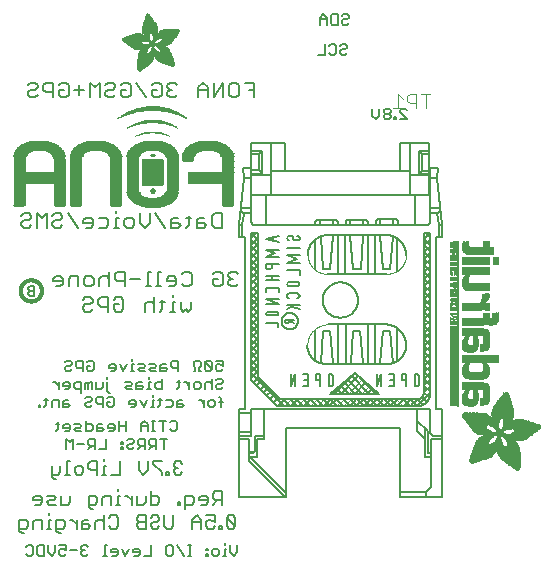
<source format=gbr>
G04 EAGLE Gerber X2 export*
%TF.Part,Single*%
%TF.FileFunction,Legend,Bot,1*%
%TF.FilePolarity,Positive*%
%TF.GenerationSoftware,Autodesk,EAGLE,9.1.0*%
%TF.CreationDate,2018-08-24T06:26:27Z*%
G75*
%MOMM*%
%FSLAX34Y34*%
%LPD*%
%AMOC8*
5,1,8,0,0,1.08239X$1,22.5*%
G01*
%ADD10C,0.127000*%
%ADD11C,0.177800*%
%ADD12C,0.152400*%
%ADD13C,0.203200*%
%ADD14C,0.101600*%
%ADD15R,0.914400X0.025400*%
%ADD16R,1.320800X0.025400*%
%ADD17R,1.574800X0.025400*%
%ADD18R,1.803400X0.025400*%
%ADD19R,0.889000X0.025400*%
%ADD20R,1.981200X0.025400*%
%ADD21R,0.990600X0.025400*%
%ADD22R,2.159000X0.025400*%
%ADD23R,1.041400X0.025400*%
%ADD24R,2.311400X0.025400*%
%ADD25R,1.066800X0.025400*%
%ADD26R,2.438400X0.025400*%
%ADD27R,2.590800X0.025400*%
%ADD28R,2.692400X0.025400*%
%ADD29R,2.794000X0.025400*%
%ADD30R,2.895600X0.025400*%
%ADD31R,2.997200X0.025400*%
%ADD32R,3.048000X0.025400*%
%ADD33R,3.149600X0.025400*%
%ADD34R,3.225800X0.025400*%
%ADD35R,3.302000X0.025400*%
%ADD36R,3.352800X0.025400*%
%ADD37R,3.429000X0.025400*%
%ADD38R,3.505200X0.025400*%
%ADD39R,3.556000X0.025400*%
%ADD40R,3.606800X0.025400*%
%ADD41R,3.657600X0.025400*%
%ADD42R,3.708400X0.025400*%
%ADD43R,3.759200X0.025400*%
%ADD44R,3.810000X0.025400*%
%ADD45R,3.835400X0.025400*%
%ADD46R,3.860800X0.025400*%
%ADD47R,3.911600X0.025400*%
%ADD48R,3.962400X0.025400*%
%ADD49R,3.987800X0.025400*%
%ADD50R,4.013200X0.025400*%
%ADD51R,1.676400X0.025400*%
%ADD52R,1.651000X0.025400*%
%ADD53R,1.524000X0.025400*%
%ADD54R,1.549400X0.025400*%
%ADD55R,1.447800X0.025400*%
%ADD56R,1.371600X0.025400*%
%ADD57R,1.397000X0.025400*%
%ADD58R,1.346200X0.025400*%
%ADD59R,1.295400X0.025400*%
%ADD60R,1.270000X0.025400*%
%ADD61R,1.244600X0.025400*%
%ADD62R,1.219200X0.025400*%
%ADD63R,1.193800X0.025400*%
%ADD64R,1.168400X0.025400*%
%ADD65R,1.143000X0.025400*%
%ADD66R,0.101600X0.025400*%
%ADD67R,0.254000X0.025400*%
%ADD68R,0.304800X0.025400*%
%ADD69R,1.117600X0.025400*%
%ADD70R,0.355600X0.025400*%
%ADD71R,0.406400X0.025400*%
%ADD72R,1.092200X0.025400*%
%ADD73R,0.457200X0.025400*%
%ADD74R,0.381000X0.025400*%
%ADD75R,0.228600X0.025400*%
%ADD76R,1.778000X0.025400*%
%ADD77R,1.828800X0.025400*%
%ADD78R,1.854200X0.025400*%
%ADD79R,3.784600X0.025400*%
%ADD80R,4.470400X0.025400*%
%ADD81R,3.886200X0.025400*%
%ADD82R,3.937000X0.025400*%
%ADD83R,1.727200X0.025400*%
%ADD84R,0.431800X0.025400*%
%ADD85R,1.422400X0.025400*%
%ADD86R,1.498600X0.025400*%
%ADD87R,1.600200X0.025400*%
%ADD88R,1.625600X0.025400*%
%ADD89R,3.733800X0.025400*%
%ADD90R,3.683000X0.025400*%
%ADD91R,3.632200X0.025400*%
%ADD92R,3.454400X0.025400*%
%ADD93R,3.378200X0.025400*%
%ADD94R,3.327400X0.025400*%
%ADD95R,3.251200X0.025400*%
%ADD96R,3.175000X0.025400*%
%ADD97R,3.098800X0.025400*%
%ADD98R,3.022600X0.025400*%
%ADD99R,2.921000X0.025400*%
%ADD100R,2.819400X0.025400*%
%ADD101R,2.717800X0.025400*%
%ADD102R,2.616200X0.025400*%
%ADD103R,2.489200X0.025400*%
%ADD104R,2.362200X0.025400*%
%ADD105R,2.336800X0.025400*%
%ADD106R,2.209800X0.025400*%
%ADD107R,2.184400X0.025400*%
%ADD108R,2.057400X0.025400*%
%ADD109R,2.032000X0.025400*%
%ADD110R,1.879600X0.025400*%
%ADD111R,0.482600X0.025400*%
%ADD112R,0.050800X0.025400*%
%ADD113R,0.025400X0.025400*%
%ADD114R,0.076200X0.025400*%
%ADD115R,0.152400X0.025400*%
%ADD116R,0.127000X0.025400*%
%ADD117R,0.177800X0.025400*%
%ADD118R,0.203200X0.025400*%
%ADD119R,0.330200X0.025400*%
%ADD120R,0.609600X0.025400*%
%ADD121R,0.711200X0.025400*%
%ADD122R,0.279400X0.025400*%
%ADD123R,0.508000X0.025400*%
%ADD124R,0.533400X0.025400*%
%ADD125R,0.558800X0.025400*%
%ADD126R,0.635000X0.025400*%
%ADD127R,0.736600X0.025400*%
%ADD128R,2.565400X0.025400*%
%ADD129R,2.286000X0.025400*%
%ADD130R,2.082800X0.025400*%
%ADD131R,1.930400X0.025400*%
%ADD132R,1.473200X0.025400*%
%ADD133R,0.812800X0.025400*%
%ADD134R,0.685800X0.025400*%
%ADD135R,0.762000X0.025400*%
%ADD136R,0.838200X0.025400*%
%ADD137R,1.016000X0.025400*%
%ADD138R,3.403600X0.025400*%
%ADD139R,3.276600X0.025400*%
%ADD140R,2.844800X0.025400*%
%ADD141R,2.667000X0.025400*%
%ADD142R,0.068600X0.007600*%
%ADD143R,0.114300X0.007600*%
%ADD144R,0.152400X0.007700*%
%ADD145R,0.182900X0.007600*%
%ADD146R,0.205700X0.007600*%
%ADD147R,0.228600X0.007600*%
%ADD148R,0.259100X0.007600*%
%ADD149R,0.274300X0.007700*%
%ADD150R,0.289500X0.007600*%
%ADD151R,0.304800X0.007600*%
%ADD152R,0.320100X0.007600*%
%ADD153R,0.342900X0.007600*%
%ADD154R,0.350500X0.007700*%
%ADD155R,0.365800X0.007600*%
%ADD156R,0.381000X0.007600*%
%ADD157R,0.388600X0.007600*%
%ADD158R,0.403800X0.007600*%
%ADD159R,0.419100X0.007700*%
%ADD160R,0.426700X0.007600*%
%ADD161R,0.441900X0.007600*%
%ADD162R,0.449600X0.007600*%
%ADD163R,0.464800X0.007600*%
%ADD164R,0.480000X0.007700*%
%ADD165R,0.487600X0.007600*%
%ADD166R,0.495300X0.007600*%
%ADD167R,0.510500X0.007600*%
%ADD168R,0.518100X0.007600*%
%ADD169R,0.525700X0.007700*%
%ADD170R,0.541000X0.007600*%
%ADD171R,0.548600X0.007600*%
%ADD172R,0.563800X0.007600*%
%ADD173R,0.571500X0.007600*%
%ADD174R,0.579100X0.007700*%
%ADD175R,0.594300X0.007600*%
%ADD176R,0.601900X0.007600*%
%ADD177R,0.609600X0.007600*%
%ADD178R,0.624800X0.007600*%
%ADD179R,0.632400X0.007700*%
%ADD180R,0.640000X0.007600*%
%ADD181R,0.655300X0.007600*%
%ADD182R,0.662900X0.007600*%
%ADD183R,0.678100X0.007600*%
%ADD184R,0.685800X0.007700*%
%ADD185R,0.693400X0.007600*%
%ADD186R,0.708600X0.007600*%
%ADD187R,0.716200X0.007600*%
%ADD188R,0.723900X0.007600*%
%ADD189R,0.739100X0.007700*%
%ADD190R,0.746700X0.007600*%
%ADD191R,0.754300X0.007600*%
%ADD192R,0.769600X0.007600*%
%ADD193R,0.777200X0.007600*%
%ADD194R,0.792400X0.007700*%
%ADD195R,0.800100X0.007600*%
%ADD196R,0.807700X0.007600*%
%ADD197R,0.822900X0.007600*%
%ADD198R,0.830500X0.007600*%
%ADD199R,0.838200X0.007700*%
%ADD200R,0.091500X0.007600*%
%ADD201R,0.853400X0.007600*%
%ADD202R,0.144700X0.007600*%
%ADD203R,0.861000X0.007600*%
%ADD204R,0.190500X0.007600*%
%ADD205R,0.876300X0.007600*%
%ADD206R,0.221000X0.007600*%
%ADD207R,0.883900X0.007600*%
%ADD208R,0.259000X0.007700*%
%ADD209R,0.891500X0.007700*%
%ADD210R,0.289600X0.007600*%
%ADD211R,0.906700X0.007600*%
%ADD212R,0.914400X0.007600*%
%ADD213R,0.350500X0.007600*%
%ADD214R,0.922000X0.007600*%
%ADD215R,0.937200X0.007600*%
%ADD216R,0.411400X0.007700*%
%ADD217R,0.944800X0.007700*%
%ADD218R,0.434300X0.007600*%
%ADD219R,0.952500X0.007600*%
%ADD220R,0.464900X0.007600*%
%ADD221R,0.967700X0.007600*%
%ADD222R,0.975300X0.007600*%
%ADD223R,0.518200X0.007600*%
%ADD224R,0.990600X0.007600*%
%ADD225R,0.548600X0.007700*%
%ADD226R,0.998200X0.007700*%
%ADD227R,1.005800X0.007600*%
%ADD228R,0.594400X0.007600*%
%ADD229R,1.021000X0.007600*%
%ADD230R,0.617200X0.007600*%
%ADD231R,1.028700X0.007600*%
%ADD232R,0.647700X0.007600*%
%ADD233R,1.036300X0.007600*%
%ADD234R,0.670500X0.007700*%
%ADD235R,1.051500X0.007700*%
%ADD236R,1.059100X0.007600*%
%ADD237R,0.716300X0.007600*%
%ADD238R,1.066800X0.007600*%
%ADD239R,0.739100X0.007600*%
%ADD240R,1.074400X0.007600*%
%ADD241R,0.762000X0.007600*%
%ADD242R,1.089600X0.007600*%
%ADD243R,0.784800X0.007700*%
%ADD244R,1.097200X0.007700*%
%ADD245R,1.104900X0.007600*%
%ADD246R,0.830600X0.007600*%
%ADD247R,1.112500X0.007600*%
%ADD248R,0.845800X0.007600*%
%ADD249R,1.120100X0.007600*%
%ADD250R,0.868700X0.007600*%
%ADD251R,1.127700X0.007600*%
%ADD252R,1.135300X0.007700*%
%ADD253R,1.143000X0.007600*%
%ADD254R,0.944900X0.007600*%
%ADD255R,1.150600X0.007600*%
%ADD256R,0.960100X0.007600*%
%ADD257R,1.158200X0.007600*%
%ADD258R,0.983000X0.007600*%
%ADD259R,1.165800X0.007600*%
%ADD260R,1.005900X0.007700*%
%ADD261R,1.173400X0.007700*%
%ADD262R,1.021100X0.007600*%
%ADD263R,1.181100X0.007600*%
%ADD264R,1.044000X0.007600*%
%ADD265R,1.188700X0.007600*%
%ADD266R,1.196300X0.007600*%
%ADD267R,1.082000X0.007600*%
%ADD268R,1.203900X0.007600*%
%ADD269R,1.104900X0.007700*%
%ADD270R,1.211500X0.007700*%
%ADD271R,1.211500X0.007600*%
%ADD272R,1.219200X0.007600*%
%ADD273R,1.226800X0.007600*%
%ADD274R,1.234400X0.007600*%
%ADD275R,1.188700X0.007700*%
%ADD276R,1.242000X0.007700*%
%ADD277R,1.242000X0.007600*%
%ADD278R,1.211600X0.007600*%
%ADD279R,1.249600X0.007600*%
%ADD280R,1.257300X0.007600*%
%ADD281R,1.264900X0.007600*%
%ADD282R,1.242100X0.007700*%
%ADD283R,1.264900X0.007700*%
%ADD284R,1.272500X0.007600*%
%ADD285R,1.265000X0.007600*%
%ADD286R,1.280100X0.007600*%
%ADD287R,1.272600X0.007600*%
%ADD288R,1.287700X0.007600*%
%ADD289R,1.287800X0.007600*%
%ADD290R,1.295400X0.007700*%
%ADD291R,1.303000X0.007600*%
%ADD292R,1.318200X0.007600*%
%ADD293R,1.310600X0.007600*%
%ADD294R,1.325900X0.007600*%
%ADD295R,1.341100X0.007700*%
%ADD296R,1.318200X0.007700*%
%ADD297R,1.341100X0.007600*%
%ADD298R,1.325800X0.007600*%
%ADD299R,1.348700X0.007600*%
%ADD300R,1.364000X0.007600*%
%ADD301R,1.333500X0.007600*%
%ADD302R,1.371600X0.007700*%
%ADD303R,1.379200X0.007600*%
%ADD304R,1.379300X0.007600*%
%ADD305R,1.386900X0.007600*%
%ADD306R,1.394500X0.007600*%
%ADD307R,1.356300X0.007600*%
%ADD308R,1.394400X0.007700*%
%ADD309R,1.356300X0.007700*%
%ADD310R,1.402000X0.007600*%
%ADD311R,1.409700X0.007600*%
%ADD312R,1.363900X0.007600*%
%ADD313R,1.417300X0.007600*%
%ADD314R,1.371600X0.007600*%
%ADD315R,1.424900X0.007700*%
%ADD316R,1.424900X0.007600*%
%ADD317R,1.432600X0.007600*%
%ADD318R,1.440200X0.007600*%
%ADD319R,1.386800X0.007600*%
%ADD320R,1.447800X0.007700*%
%ADD321R,1.386800X0.007700*%
%ADD322R,1.447800X0.007600*%
%ADD323R,1.455500X0.007600*%
%ADD324R,1.394400X0.007600*%
%ADD325R,1.463100X0.007600*%
%ADD326R,1.455400X0.007700*%
%ADD327R,1.463000X0.007600*%
%ADD328R,1.470600X0.007600*%
%ADD329R,1.470600X0.007700*%
%ADD330R,1.409700X0.007700*%
%ADD331R,1.470700X0.007600*%
%ADD332R,1.402100X0.007600*%
%ADD333R,1.478300X0.007600*%
%ADD334R,1.478300X0.007700*%
%ADD335R,1.402100X0.007700*%
%ADD336R,1.485900X0.007600*%
%ADD337R,1.485900X0.007700*%
%ADD338R,1.493500X0.007700*%
%ADD339R,1.493500X0.007600*%
%ADD340R,1.394500X0.007700*%
%ADD341R,1.493600X0.007700*%
%ADD342R,1.386900X0.007700*%
%ADD343R,1.379200X0.007700*%
%ADD344R,2.857500X0.007700*%
%ADD345R,2.857500X0.007600*%
%ADD346R,2.849900X0.007600*%
%ADD347R,2.842300X0.007600*%
%ADD348R,2.834700X0.007700*%
%ADD349R,2.827000X0.007600*%
%ADD350R,2.819400X0.007600*%
%ADD351R,2.811800X0.007600*%
%ADD352R,2.811800X0.007700*%
%ADD353R,2.804100X0.007600*%
%ADD354R,2.796500X0.007600*%
%ADD355R,1.966000X0.007600*%
%ADD356R,1.943100X0.007600*%
%ADD357R,0.754400X0.007600*%
%ADD358R,1.927900X0.007700*%
%ADD359R,0.746700X0.007700*%
%ADD360R,1.912600X0.007600*%
%ADD361R,0.731500X0.007600*%
%ADD362R,1.905000X0.007600*%
%ADD363R,1.882200X0.007600*%
%ADD364R,1.874600X0.007600*%
%ADD365R,1.866900X0.007700*%
%ADD366R,0.708700X0.007700*%
%ADD367R,1.851600X0.007600*%
%ADD368R,0.701100X0.007600*%
%ADD369R,1.844000X0.007600*%
%ADD370R,1.836400X0.007600*%
%ADD371R,1.821200X0.007600*%
%ADD372R,0.685800X0.007600*%
%ADD373R,1.813500X0.007700*%
%ADD374R,1.805900X0.007600*%
%ADD375R,0.678200X0.007600*%
%ADD376R,1.790700X0.007600*%
%ADD377R,0.670600X0.007600*%
%ADD378R,1.775500X0.007600*%
%ADD379R,1.767900X0.007700*%
%ADD380R,0.663000X0.007700*%
%ADD381R,1.760200X0.007600*%
%ADD382R,1.752600X0.007600*%
%ADD383R,0.937300X0.007600*%
%ADD384R,0.792500X0.007600*%
%ADD385R,0.899100X0.007600*%
%ADD386R,0.883900X0.007700*%
%ADD387R,0.716300X0.007700*%
%ADD388R,0.647700X0.007700*%
%ADD389R,0.640100X0.007600*%
%ADD390R,0.632500X0.007600*%
%ADD391R,0.655400X0.007600*%
%ADD392R,0.632400X0.007600*%
%ADD393R,0.845800X0.007700*%
%ADD394R,0.617200X0.007700*%
%ADD395R,0.624800X0.007700*%
%ADD396R,0.602000X0.007600*%
%ADD397R,0.838200X0.007600*%
%ADD398R,0.586700X0.007600*%
%ADD399R,0.548700X0.007600*%
%ADD400R,0.830500X0.007700*%
%ADD401R,0.541000X0.007700*%
%ADD402R,0.594300X0.007700*%
%ADD403R,0.525800X0.007600*%
%ADD404R,0.586800X0.007600*%
%ADD405R,0.815300X0.007600*%
%ADD406R,0.579200X0.007600*%
%ADD407R,0.815400X0.007600*%
%ADD408R,0.815400X0.007700*%
%ADD409R,0.571500X0.007700*%
%ADD410R,0.807800X0.007600*%
%ADD411R,0.563900X0.007600*%
%ADD412R,0.457200X0.007600*%
%ADD413R,0.442000X0.007600*%
%ADD414R,0.556300X0.007600*%
%ADD415R,0.807700X0.007700*%
%ADD416R,0.411500X0.007600*%
%ADD417R,0.533400X0.007600*%
%ADD418R,0.076200X0.007600*%
%ADD419R,0.403900X0.007600*%
%ADD420R,0.525700X0.007600*%
%ADD421R,0.388700X0.007600*%
%ADD422R,0.297200X0.007600*%
%ADD423R,0.373400X0.007700*%
%ADD424R,0.503000X0.007700*%
%ADD425R,0.426800X0.007700*%
%ADD426R,0.358100X0.007600*%
%ADD427R,0.502900X0.007600*%
%ADD428R,0.472400X0.007600*%
%ADD429R,0.487700X0.007600*%
%ADD430R,0.335300X0.007600*%
%ADD431R,0.792500X0.007700*%
%ADD432R,0.327600X0.007700*%
%ADD433R,0.472400X0.007700*%
%ADD434R,0.640000X0.007700*%
%ADD435R,0.784800X0.007600*%
%ADD436R,0.320000X0.007600*%
%ADD437R,0.792400X0.007600*%
%ADD438R,1.173400X0.007600*%
%ADD439R,1.196400X0.007600*%
%ADD440R,0.784900X0.007600*%
%ADD441R,0.784900X0.007700*%
%ADD442R,0.297200X0.007700*%
%ADD443R,1.249700X0.007600*%
%ADD444R,0.281900X0.007600*%
%ADD445R,1.295400X0.007600*%
%ADD446R,0.266700X0.007600*%
%ADD447R,0.777300X0.007700*%
%ADD448R,0.266700X0.007700*%
%ADD449R,1.333500X0.007700*%
%ADD450R,0.777300X0.007600*%
%ADD451R,1.348800X0.007600*%
%ADD452R,0.251500X0.007600*%
%ADD453R,0.243900X0.007700*%
%ADD454R,0.243900X0.007600*%
%ADD455R,1.440100X0.007600*%
%ADD456R,0.236200X0.007600*%
%ADD457R,0.762000X0.007700*%
%ADD458R,0.236200X0.007700*%
%ADD459R,1.508700X0.007700*%
%ADD460R,1.531600X0.007600*%
%ADD461R,1.546900X0.007600*%
%ADD462R,1.569700X0.007600*%
%ADD463R,1.585000X0.007600*%
%ADD464R,0.746800X0.007700*%
%ADD465R,1.607800X0.007700*%
%ADD466R,0.243800X0.007600*%
%ADD467R,1.630700X0.007600*%
%ADD468R,1.653500X0.007600*%
%ADD469R,0.739200X0.007600*%
%ADD470R,1.684000X0.007600*%
%ADD471R,2.019300X0.007600*%
%ADD472R,0.731500X0.007700*%
%ADD473R,2.026900X0.007700*%
%ADD474R,2.049800X0.007600*%
%ADD475R,2.057400X0.007600*%
%ADD476R,0.708700X0.007600*%
%ADD477R,2.072600X0.007600*%
%ADD478R,0.701000X0.007600*%
%ADD479R,2.095500X0.007600*%
%ADD480R,0.693500X0.007700*%
%ADD481R,2.110800X0.007700*%
%ADD482R,2.141200X0.007600*%
%ADD483R,0.060900X0.007600*%
%ADD484R,2.872700X0.007600*%
%ADD485R,3.124200X0.007600*%
%ADD486R,3.177600X0.007600*%
%ADD487R,3.215600X0.007700*%
%ADD488R,3.253700X0.007600*%
%ADD489R,3.284300X0.007600*%
%ADD490R,3.314700X0.007600*%
%ADD491R,3.352800X0.007600*%
%ADD492R,3.375600X0.007700*%
%ADD493R,3.406200X0.007600*%
%ADD494R,3.429000X0.007600*%
%ADD495R,3.451800X0.007600*%
%ADD496R,3.482400X0.007600*%
%ADD497R,1.828800X0.007700*%
%ADD498R,1.539300X0.007700*%
%ADD499R,1.767900X0.007600*%
%ADD500R,1.767800X0.007600*%
%ADD501R,1.760200X0.007700*%
%ADD502R,1.760300X0.007600*%
%ADD503R,1.775400X0.007700*%
%ADD504R,1.379300X0.007700*%
%ADD505R,1.783000X0.007600*%
%ADD506R,1.813500X0.007600*%
%ADD507R,1.821100X0.007700*%
%ADD508R,0.503000X0.007600*%
%ADD509R,1.135400X0.007600*%
%ADD510R,1.127700X0.007700*%
%ADD511R,0.487700X0.007700*%
%ADD512R,1.120200X0.007600*%
%ADD513R,1.097300X0.007600*%
%ADD514R,0.510600X0.007600*%
%ADD515R,1.074400X0.007700*%
%ADD516R,0.525800X0.007700*%
%ADD517R,1.440200X0.007700*%
%ADD518R,1.059200X0.007600*%
%ADD519R,1.051600X0.007600*%
%ADD520R,1.051500X0.007600*%
%ADD521R,1.043900X0.007700*%
%ADD522R,0.602000X0.007700*%
%ADD523R,1.524000X0.007600*%
%ADD524R,1.539300X0.007600*%
%ADD525R,1.592600X0.007600*%
%ADD526R,1.021100X0.007700*%
%ADD527R,1.615400X0.007700*%
%ADD528R,1.013400X0.007600*%
%ADD529R,1.653600X0.007600*%
%ADD530R,1.013500X0.007600*%
%ADD531R,1.699300X0.007600*%
%ADD532R,2.743200X0.007600*%
%ADD533R,1.005900X0.007600*%
%ADD534R,2.415500X0.007600*%
%ADD535R,1.005800X0.007700*%
%ADD536R,0.281900X0.007700*%
%ADD537R,2.408000X0.007700*%
%ADD538R,2.407900X0.007600*%
%ADD539R,0.998200X0.007600*%
%ADD540R,0.282000X0.007600*%
%ADD541R,0.998300X0.007600*%
%ADD542R,2.400300X0.007600*%
%ADD543R,0.289500X0.007700*%
%ADD544R,2.400300X0.007700*%
%ADD545R,0.297100X0.007600*%
%ADD546R,0.312400X0.007600*%
%ADD547R,2.392700X0.007600*%
%ADD548R,0.990600X0.007700*%
%ADD549R,0.327700X0.007700*%
%ADD550R,2.392700X0.007700*%
%ADD551R,2.385100X0.007600*%
%ADD552R,0.381000X0.007700*%
%ADD553R,2.377400X0.007700*%
%ADD554R,2.377400X0.007600*%
%ADD555R,2.369800X0.007600*%
%ADD556R,0.419100X0.007600*%
%ADD557R,2.362200X0.007600*%
%ADD558R,0.426800X0.007600*%
%ADD559R,1.036300X0.007700*%
%ADD560R,0.442000X0.007700*%
%ADD561R,2.354600X0.007700*%
%ADD562R,2.354600X0.007600*%
%ADD563R,0.480100X0.007600*%
%ADD564R,2.347000X0.007600*%
%ADD565R,1.074500X0.007600*%
%ADD566R,2.339400X0.007600*%
%ADD567R,1.082100X0.007700*%
%ADD568R,0.548700X0.007700*%
%ADD569R,2.331800X0.007700*%
%ADD570R,2.331800X0.007600*%
%ADD571R,0.624900X0.007600*%
%ADD572R,2.324100X0.007600*%
%ADD573R,1.859300X0.007600*%
%ADD574R,2.308800X0.007600*%
%ADD575R,2.301200X0.007700*%
%ADD576R,2.301200X0.007600*%
%ADD577R,2.293600X0.007600*%
%ADD578R,2.278400X0.007600*%
%ADD579R,1.889800X0.007600*%
%ADD580R,2.270700X0.007600*%
%ADD581R,1.897400X0.007700*%
%ADD582R,2.255500X0.007700*%
%ADD583R,1.897400X0.007600*%
%ADD584R,2.247900X0.007600*%
%ADD585R,2.232600X0.007600*%
%ADD586R,1.912700X0.007600*%
%ADD587R,2.209800X0.007600*%
%ADD588R,1.920300X0.007600*%
%ADD589R,2.186900X0.007600*%
%ADD590R,1.920300X0.007700*%
%ADD591R,2.171700X0.007700*%
%ADD592R,1.935500X0.007600*%
%ADD593R,2.148800X0.007600*%
%ADD594R,2.126000X0.007600*%
%ADD595R,1.950700X0.007600*%
%ADD596R,1.958400X0.007700*%
%ADD597R,2.042200X0.007700*%
%ADD598R,1.973600X0.007600*%
%ADD599R,1.996500X0.007600*%
%ADD600R,1.981200X0.007600*%
%ADD601R,1.988800X0.007600*%
%ADD602R,1.996400X0.007700*%
%ADD603R,1.996400X0.007600*%
%ADD604R,2.004100X0.007600*%
%ADD605R,1.874500X0.007600*%
%ADD606R,1.425000X0.007600*%
%ADD607R,2.026900X0.007600*%
%ADD608R,0.434400X0.007700*%
%ADD609R,1.364000X0.007700*%
%ADD610R,2.034500X0.007600*%
%ADD611R,0.434400X0.007600*%
%ADD612R,2.049700X0.007600*%
%ADD613R,2.065000X0.007700*%
%ADD614R,0.464800X0.007700*%
%ADD615R,1.196300X0.007700*%
%ADD616R,2.080300X0.007600*%
%ADD617R,1.158300X0.007600*%
%ADD618R,2.087900X0.007600*%
%ADD619R,0.472500X0.007600*%
%ADD620R,2.103100X0.007600*%
%ADD621R,2.118400X0.007600*%
%ADD622R,2.133600X0.007600*%
%ADD623R,2.148800X0.007700*%
%ADD624R,2.164000X0.007600*%
%ADD625R,2.171700X0.007600*%
%ADD626R,2.187000X0.007600*%
%ADD627R,0.556200X0.007600*%
%ADD628R,2.202200X0.007700*%
%ADD629R,0.556200X0.007700*%
%ADD630R,0.640100X0.007700*%
%ADD631R,0.579100X0.007600*%
%ADD632R,0.480000X0.007600*%
%ADD633R,1.752600X0.007700*%
%ADD634R,0.487600X0.007700*%
%ADD635R,0.594400X0.007700*%
%ADD636R,0.358100X0.007700*%
%ADD637R,0.099000X0.007600*%
%ADD638R,1.280200X0.007600*%
%ADD639R,1.745000X0.007600*%
%ADD640R,1.744900X0.007600*%
%ADD641R,1.737300X0.007700*%
%ADD642R,1.737400X0.007600*%
%ADD643R,1.729800X0.007600*%
%ADD644R,1.722200X0.007600*%
%ADD645R,1.722100X0.007600*%
%ADD646R,1.714500X0.007700*%
%ADD647R,1.356400X0.007700*%
%ADD648R,1.706900X0.007600*%
%ADD649R,1.356400X0.007600*%
%ADD650R,1.691700X0.007600*%
%ADD651R,1.668800X0.007700*%
%ADD652R,1.645900X0.007600*%
%ADD653R,1.623100X0.007600*%
%ADD654R,1.577400X0.007600*%
%ADD655R,1.554400X0.007600*%
%ADD656R,1.539200X0.007600*%
%ADD657R,1.524000X0.007700*%
%ADD658R,1.501100X0.007600*%
%ADD659R,1.455400X0.007600*%
%ADD660R,1.348800X0.007700*%
%ADD661R,1.318300X0.007600*%
%ADD662R,1.310600X0.007700*%
%ADD663R,1.287800X0.007700*%
%ADD664R,1.234500X0.007600*%
%ADD665R,1.226900X0.007600*%
%ADD666R,1.173500X0.007700*%
%ADD667R,1.173500X0.007600*%
%ADD668R,1.165900X0.007600*%
%ADD669R,1.143000X0.007700*%
%ADD670R,1.127800X0.007600*%
%ADD671R,1.097200X0.007600*%
%ADD672R,1.028700X0.007700*%
%ADD673R,0.982900X0.007600*%
%ADD674R,0.952500X0.007700*%
%ADD675R,0.929600X0.007600*%
%ADD676R,0.906800X0.007700*%
%ADD677R,0.906800X0.007600*%
%ADD678R,0.899200X0.007600*%
%ADD679R,0.884000X0.007600*%
%ADD680R,0.876300X0.007700*%
%ADD681R,0.830600X0.007700*%
%ADD682R,0.754400X0.007700*%
%ADD683R,0.746800X0.007600*%
%ADD684R,0.708600X0.007700*%
%ADD685R,0.678200X0.007700*%
%ADD686R,0.663000X0.007600*%
%ADD687R,0.632500X0.007700*%
%ADD688R,0.556300X0.007700*%
%ADD689R,0.518200X0.007700*%
%ADD690R,0.434300X0.007700*%
%ADD691R,0.396300X0.007700*%
%ADD692R,0.373300X0.007600*%
%ADD693R,0.365700X0.007600*%
%ADD694R,0.327700X0.007600*%
%ADD695R,0.304800X0.007700*%
%ADD696R,0.274300X0.007600*%
%ADD697R,0.243800X0.007700*%
%ADD698R,0.205800X0.007600*%
%ADD699R,0.152400X0.007600*%
%ADD700R,0.121900X0.007700*%
%ADD701C,0.304800*%
%ADD702R,0.016800X6.839700*%
%ADD703R,0.016800X0.268300*%
%ADD704R,0.016800X0.268200*%
%ADD705R,0.016800X0.251500*%
%ADD706R,0.016800X0.301800*%
%ADD707R,0.016800X0.251400*%
%ADD708R,0.016800X0.285000*%
%ADD709R,0.016800X0.301700*%
%ADD710R,0.016800X0.419100*%
%ADD711R,0.016800X0.318500*%
%ADD712R,0.016800X0.586700*%
%ADD713R,0.016800X0.586800*%
%ADD714R,0.016700X6.839700*%
%ADD715R,0.016700X0.268300*%
%ADD716R,0.016700X0.251400*%
%ADD717R,0.016700X0.251500*%
%ADD718R,0.016700X0.301800*%
%ADD719R,0.016700X0.285000*%
%ADD720R,0.016700X0.301700*%
%ADD721R,0.016700X0.419100*%
%ADD722R,0.016700X0.318500*%
%ADD723R,0.016700X0.586700*%
%ADD724R,0.016700X0.586800*%
%ADD725R,0.016800X0.318600*%
%ADD726R,0.016800X0.569900*%
%ADD727R,0.016800X0.335300*%
%ADD728R,0.016800X0.234700*%
%ADD729R,0.016700X0.234700*%
%ADD730R,0.016700X0.016700*%
%ADD731R,0.016700X0.318600*%
%ADD732R,0.016700X0.569900*%
%ADD733R,0.016700X0.335300*%
%ADD734R,0.016800X0.217900*%
%ADD735R,0.016800X0.033500*%
%ADD736R,0.016800X0.570000*%
%ADD737R,0.016700X0.201100*%
%ADD738R,0.016700X0.050300*%
%ADD739R,0.016700X0.670500*%
%ADD740R,0.016700X1.005800*%
%ADD741R,0.016700X0.570000*%
%ADD742R,0.016800X0.201100*%
%ADD743R,0.016800X0.067000*%
%ADD744R,0.016800X0.670500*%
%ADD745R,0.016800X1.005800*%
%ADD746R,0.016800X0.184400*%
%ADD747R,0.016800X0.989000*%
%ADD748R,0.016700X0.184400*%
%ADD749R,0.016700X0.067000*%
%ADD750R,0.016700X0.989000*%
%ADD751R,0.016800X0.167600*%
%ADD752R,0.016800X0.083800*%
%ADD753R,0.016800X0.637000*%
%ADD754R,0.016800X0.955500*%
%ADD755R,0.016800X0.150800*%
%ADD756R,0.016800X0.100600*%
%ADD757R,0.016800X0.536400*%
%ADD758R,0.016800X0.854900*%
%ADD759R,0.016700X0.150800*%
%ADD760R,0.016700X0.100600*%
%ADD761R,0.016700X0.352000*%
%ADD762R,0.016700X0.435900*%
%ADD763R,0.016700X0.402400*%
%ADD764R,0.016700X0.368800*%
%ADD765R,0.016800X0.134100*%
%ADD766R,0.016800X0.117300*%
%ADD767R,0.016800X0.435900*%
%ADD768R,0.016800X0.368900*%
%ADD769R,0.016800X0.603500*%
%ADD770R,0.016700X0.134100*%
%ADD771R,0.016700X0.117300*%
%ADD772R,0.016700X0.452600*%
%ADD773R,0.016700X0.620300*%
%ADD774R,0.016800X0.284900*%
%ADD775R,0.016800X0.486200*%
%ADD776R,0.016800X0.653800*%
%ADD777R,0.016800X0.804700*%
%ADD778R,0.016700X0.150900*%
%ADD779R,0.016700X0.268200*%
%ADD780R,0.016700X0.737600*%
%ADD781R,0.016700X0.603500*%
%ADD782R,0.016700X0.922000*%
%ADD783R,0.016800X0.150900*%
%ADD784R,0.016800X0.821400*%
%ADD785R,0.016800X0.972300*%
%ADD786R,0.016800X0.989100*%
%ADD787R,0.016700X0.083800*%
%ADD788R,0.016700X0.167600*%
%ADD789R,0.016700X0.821400*%
%ADD790R,0.016700X0.989100*%
%ADD791R,0.016700X0.201200*%
%ADD792R,0.016800X0.050300*%
%ADD793R,0.016800X0.201200*%
%ADD794R,0.016700X0.217900*%
%ADD795R,0.016700X0.284900*%
%ADD796R,0.016800X0.352100*%
%ADD797R,0.016800X0.620300*%
%ADD798R,0.016800X0.385600*%
%ADD799R,0.016800X0.335200*%
%ADD800R,0.016700X0.385600*%
%ADD801R,0.016700X0.687400*%
%ADD802R,0.016800X13.998000*%
%ADD803R,0.016700X13.998000*%
%ADD804R,0.016700X0.637000*%
%ADD805R,0.016700X0.486100*%
%ADD806R,0.016700X0.637100*%
%ADD807R,0.016700X0.519700*%
%ADD808R,0.016700X0.536500*%
%ADD809R,0.016800X0.787900*%
%ADD810R,0.016800X0.687400*%
%ADD811R,0.016800X0.771200*%
%ADD812R,0.016800X0.637100*%
%ADD813R,0.016800X0.720800*%
%ADD814R,0.016800X0.704100*%
%ADD815R,0.016800X0.754400*%
%ADD816R,0.016700X0.838200*%
%ADD817R,0.016700X0.871800*%
%ADD818R,0.016700X0.871700*%
%ADD819R,0.016800X0.402400*%
%ADD820R,0.016800X0.922100*%
%ADD821R,0.016800X0.938800*%
%ADD822R,0.016700X0.938800*%
%ADD823R,0.016700X1.022600*%
%ADD824R,0.016700X0.972400*%
%ADD825R,0.016700X0.972300*%
%ADD826R,0.016800X0.469400*%
%ADD827R,0.016800X1.072900*%
%ADD828R,0.016800X1.022600*%
%ADD829R,0.016800X1.005900*%
%ADD830R,0.016800X0.502900*%
%ADD831R,0.016800X1.123200*%
%ADD832R,0.016800X1.056200*%
%ADD833R,0.016800X1.123100*%
%ADD834R,0.016700X1.139900*%
%ADD835R,0.016700X1.089600*%
%ADD836R,0.016800X0.553200*%
%ADD837R,0.016800X1.190200*%
%ADD838R,0.016800X1.190300*%
%ADD839R,0.016800X1.039400*%
%ADD840R,0.016800X1.223700*%
%ADD841R,0.016800X1.173500*%
%ADD842R,0.016800X1.223800*%
%ADD843R,0.016700X1.240500*%
%ADD844R,0.016700X1.173500*%
%ADD845R,0.016700X1.240600*%
%ADD846R,0.016700X1.190300*%
%ADD847R,0.016700X1.056200*%
%ADD848R,0.016800X1.274100*%
%ADD849R,0.016800X1.274000*%
%ADD850R,0.016800X1.307600*%
%ADD851R,0.016800X1.257300*%
%ADD852R,0.016800X1.324400*%
%ADD853R,0.016700X0.687300*%
%ADD854R,0.016700X1.324400*%
%ADD855R,0.016700X1.307500*%
%ADD856R,0.016700X1.274100*%
%ADD857R,0.016700X1.072900*%
%ADD858R,0.016800X2.011600*%
%ADD859R,0.016800X1.324300*%
%ADD860R,0.016800X1.978100*%
%ADD861R,0.016700X2.011600*%
%ADD862R,0.016700X1.357900*%
%ADD863R,0.016700X1.994900*%
%ADD864R,0.016700X1.341200*%
%ADD865R,0.016700X1.089700*%
%ADD866R,0.016800X0.754300*%
%ADD867R,0.016800X1.994900*%
%ADD868R,0.016800X1.995000*%
%ADD869R,0.016800X1.089700*%
%ADD870R,0.016700X0.787900*%
%ADD871R,0.016700X1.995000*%
%ADD872R,0.016800X2.028400*%
%ADD873R,0.016800X2.011700*%
%ADD874R,0.016800X1.106500*%
%ADD875R,0.016700X2.028400*%
%ADD876R,0.016700X2.011700*%
%ADD877R,0.016700X1.106500*%
%ADD878R,0.016800X0.888400*%
%ADD879R,0.016800X0.922000*%
%ADD880R,0.016700X0.938700*%
%ADD881R,0.016800X2.045200*%
%ADD882R,0.016800X0.938700*%
%ADD883R,0.016700X0.670600*%
%ADD884R,0.016700X0.888500*%
%ADD885R,0.016700X2.045200*%
%ADD886R,0.016700X0.888400*%
%ADD887R,0.016800X0.804600*%
%ADD888R,0.016800X2.028500*%
%ADD889R,0.016700X1.056100*%
%ADD890R,0.016700X0.771100*%
%ADD891R,0.016700X0.754300*%
%ADD892R,0.016700X2.028500*%
%ADD893R,0.016700X0.737700*%
%ADD894R,0.016800X1.072800*%
%ADD895R,0.016800X0.871700*%
%ADD896R,0.016800X0.737600*%
%ADD897R,0.016800X0.871800*%
%ADD898R,0.016800X1.089600*%
%ADD899R,0.016800X0.704000*%
%ADD900R,0.016800X0.687300*%
%ADD901R,0.016800X0.670600*%
%ADD902R,0.016700X1.123100*%
%ADD903R,0.016700X0.720800*%
%ADD904R,0.016700X0.653700*%
%ADD905R,0.016700X0.653800*%
%ADD906R,0.016800X1.139900*%
%ADD907R,0.016800X1.173400*%
%ADD908R,0.016700X1.190200*%
%ADD909R,0.016800X1.207000*%
%ADD910R,0.016800X1.240500*%
%ADD911R,0.016700X0.469400*%
%ADD912R,0.016700X1.274000*%
%ADD913R,0.016800X0.519600*%
%ADD914R,0.016800X1.341100*%
%ADD915R,0.016700X0.771200*%
%ADD916R,0.016700X1.374600*%
%ADD917R,0.016800X0.838200*%
%ADD918R,0.016800X1.391400*%
%ADD919R,0.016800X1.424900*%
%ADD920R,0.016700X1.441700*%
%ADD921R,0.016800X1.475200*%
%ADD922R,0.016700X1.491900*%
%ADD923R,0.016800X1.525500*%
%ADD924R,0.016700X1.559000*%
%ADD925R,0.016800X1.575800*%
%ADD926R,0.016700X1.307600*%
%ADD927R,0.016700X1.592500*%
%ADD928R,0.016800X1.374700*%
%ADD929R,0.016800X1.609300*%
%ADD930R,0.016800X1.408200*%
%ADD931R,0.016800X1.626100*%
%ADD932R,0.016700X1.626100*%
%ADD933R,0.016800X1.508800*%
%ADD934R,0.016800X1.659600*%
%ADD935R,0.016800X1.559000*%
%ADD936R,0.016800X1.676400*%
%ADD937R,0.016700X1.575800*%
%ADD938R,0.016700X1.676400*%
%ADD939R,0.016700X1.978100*%
%ADD940R,0.016800X1.693100*%
%ADD941R,0.016800X1.642800*%
%ADD942R,0.016800X1.709900*%
%ADD943R,0.016800X1.961300*%
%ADD944R,0.016700X1.726600*%
%ADD945R,0.016700X1.961300*%
%ADD946R,0.016800X1.693200*%
%ADD947R,0.016800X1.726600*%
%ADD948R,0.016800X1.944600*%
%ADD949R,0.016700X1.726700*%
%ADD950R,0.016700X1.743400*%
%ADD951R,0.016700X1.944600*%
%ADD952R,0.016800X1.726700*%
%ADD953R,0.016800X1.760200*%
%ADD954R,0.016800X1.927800*%
%ADD955R,0.016800X1.911000*%
%ADD956R,0.016700X1.793700*%
%ADD957R,0.016700X1.776900*%
%ADD958R,0.016700X1.911100*%
%ADD959R,0.016700X1.894300*%
%ADD960R,0.016800X1.793800*%
%ADD961R,0.016800X1.776900*%
%ADD962R,0.016800X1.911100*%
%ADD963R,0.016800X1.894300*%
%ADD964R,0.016800X1.827300*%
%ADD965R,0.016800X1.810500*%
%ADD966R,0.016800X1.877500*%
%ADD967R,0.016700X1.844100*%
%ADD968R,0.016700X1.810500*%
%ADD969R,0.016700X1.860800*%
%ADD970R,0.016700X1.844000*%
%ADD971R,0.016800X1.860900*%
%ADD972R,0.016800X1.844000*%
%ADD973R,0.016800X1.827200*%
%ADD974R,0.016800X1.860800*%
%ADD975R,0.016800X1.793700*%
%ADD976R,0.016700X1.877600*%
%ADD977R,0.016700X1.827200*%
%ADD978R,0.016700X1.927800*%
%ADD979R,0.016800X1.927900*%
%ADD980R,0.016700X1.944700*%
%ADD981R,0.016700X1.877500*%
%ADD982R,0.016800X1.961400*%
%ADD983R,0.016700X1.961400*%
%ADD984R,0.016800X1.978200*%
%ADD985R,0.016700X1.911000*%
%ADD986R,0.016800X0.620200*%
%ADD987R,0.016800X1.425000*%
%ADD988R,0.016700X0.620200*%
%ADD989R,0.016700X1.425000*%
%ADD990R,0.016800X0.653700*%
%ADD991R,0.016700X0.704100*%
%ADD992R,0.016700X0.804700*%
%ADD993R,0.016800X0.905200*%
%ADD994R,0.016800X1.894400*%
%ADD995R,0.016700X1.927900*%
%ADD996R,0.016800X1.877600*%
%ADD997R,0.016800X3.889300*%
%ADD998R,0.016700X3.872500*%
%ADD999R,0.016800X3.872500*%
%ADD1000R,0.016700X3.855700*%
%ADD1001R,0.016700X0.754400*%
%ADD1002R,0.016800X3.855700*%
%ADD1003R,0.016800X3.839000*%
%ADD1004R,0.016800X0.720900*%
%ADD1005R,0.016700X3.822200*%
%ADD1006R,0.016800X2.715700*%
%ADD1007R,0.016800X2.632000*%
%ADD1008R,0.016800X1.290800*%
%ADD1009R,0.016700X2.615200*%
%ADD1010R,0.016700X1.257300*%
%ADD1011R,0.016800X2.581700*%
%ADD1012R,0.016800X1.240600*%
%ADD1013R,0.016800X2.564900*%
%ADD1014R,0.016800X1.760300*%
%ADD1015R,0.016700X2.531400*%
%ADD1016R,0.016700X1.156700*%
%ADD1017R,0.016800X2.514600*%
%ADD1018R,0.016800X0.955600*%
%ADD1019R,0.016800X2.497800*%
%ADD1020R,0.016800X1.659700*%
%ADD1021R,0.016700X2.464300*%
%ADD1022R,0.016700X1.039300*%
%ADD1023R,0.016800X2.447500*%
%ADD1024R,0.016800X1.592500*%
%ADD1025R,0.016800X0.536500*%
%ADD1026R,0.016700X2.430800*%
%ADD1027R,0.016700X1.559100*%
%ADD1028R,0.016700X1.542300*%
%ADD1029R,0.016700X0.502900*%
%ADD1030R,0.016800X2.414000*%
%ADD1031R,0.016800X0.905300*%
%ADD1032R,0.016800X1.508700*%
%ADD1033R,0.016800X0.888500*%
%ADD1034R,0.016800X2.397300*%
%ADD1035R,0.016800X1.441700*%
%ADD1036R,0.016800X0.452700*%
%ADD1037R,0.016700X1.290900*%
%ADD1038R,0.016800X1.156700*%
%ADD1039R,0.016800X0.855000*%
%ADD1040R,0.016700X1.123200*%
%ADD1041R,0.016700X0.720900*%
%ADD1042R,0.016800X1.106400*%
%ADD1043R,0.016700X1.106400*%
%ADD1044R,0.016800X0.771100*%
%ADD1045R,0.016700X0.435800*%
%ADD1046R,0.016700X1.592600*%
%ADD1047R,0.016800X0.435800*%
%ADD1048R,0.016800X1.642900*%
%ADD1049R,0.016800X0.402300*%
%ADD1050R,0.016700X1.793800*%
%ADD1051R,0.016800X0.368800*%
%ADD1052R,0.016800X1.056100*%
%ADD1053R,0.016700X1.039400*%
%ADD1054R,0.016800X2.078800*%
%ADD1055R,0.016700X0.335200*%
%ADD1056R,0.016700X2.145800*%
%ADD1057R,0.016800X2.162600*%
%ADD1058R,0.016800X0.352000*%
%ADD1059R,0.016800X2.212800*%
%ADD1060R,0.016700X2.279900*%
%ADD1061R,0.016800X2.330200*%
%ADD1062R,0.016800X2.799500*%
%ADD1063R,0.016700X2.816300*%
%ADD1064R,0.016700X0.955500*%
%ADD1065R,0.016800X2.849900*%
%ADD1066R,0.016800X2.916900*%
%ADD1067R,0.016700X4.224500*%
%ADD1068R,0.016800X4.291600*%
%ADD1069R,0.016800X4.409000*%
%ADD1070R,0.016700X4.509500*%
%ADD1071R,0.016800X4.526300*%
%ADD1072R,0.016700X4.626800*%
%ADD1073R,0.016800X4.693900*%
%ADD1074R,0.016800X4.727400*%
%ADD1075R,0.016700X2.548200*%
%ADD1076R,0.016700X2.179300*%
%ADD1077R,0.016800X2.430800*%
%ADD1078R,0.016700X2.414000*%
%ADD1079R,0.016800X2.414100*%
%ADD1080R,0.016700X2.430700*%
%ADD1081R,0.016700X2.447600*%
%ADD1082R,0.016800X1.559100*%
%ADD1083R,0.016700X1.525500*%
%ADD1084R,0.016800X1.492000*%
%ADD1085R,0.016800X1.491900*%
%ADD1086R,0.016700X1.458500*%
%ADD1087R,0.016800X2.061900*%
%ADD1088R,0.016700X1.408100*%
%ADD1089R,0.016700X0.905200*%
%ADD1090R,0.016700X2.112300*%
%ADD1091R,0.016800X2.179300*%
%ADD1092R,0.016700X1.408200*%
%ADD1093R,0.016700X2.212900*%
%ADD1094R,0.016800X1.140000*%
%ADD1095R,0.016800X3.319300*%
%ADD1096R,0.016700X1.374700*%
%ADD1097R,0.016700X0.402300*%
%ADD1098R,0.016700X3.302500*%
%ADD1099R,0.016800X3.285700*%
%ADD1100R,0.016800X1.357900*%
%ADD1101R,0.016800X3.269000*%
%ADD1102R,0.016700X3.285800*%
%ADD1103R,0.016800X3.268900*%
%ADD1104R,0.016700X0.452700*%
%ADD1105R,0.016700X3.268900*%
%ADD1106R,0.016700X1.391400*%
%ADD1107R,0.016700X3.269000*%
%ADD1108R,0.016800X1.374600*%
%ADD1109R,0.016800X0.519700*%
%ADD1110R,0.016800X3.252200*%
%ADD1111R,0.016800X3.235400*%
%ADD1112R,0.016700X3.235400*%
%ADD1113R,0.016800X3.218600*%
%ADD1114R,0.016800X3.201900*%
%ADD1115R,0.016700X3.201900*%
%ADD1116R,0.016800X1.458500*%
%ADD1117R,0.016800X1.525600*%
%ADD1118R,0.016800X3.185100*%
%ADD1119R,0.016700X2.531300*%
%ADD1120R,0.016700X3.168400*%
%ADD1121R,0.016800X2.531300*%
%ADD1122R,0.016800X3.151600*%
%ADD1123R,0.016800X2.548100*%
%ADD1124R,0.016800X3.134900*%
%ADD1125R,0.016700X2.564900*%
%ADD1126R,0.016700X3.118100*%
%ADD1127R,0.016800X2.581600*%
%ADD1128R,0.016800X3.101400*%
%ADD1129R,0.016700X2.598400*%
%ADD1130R,0.016700X3.067900*%
%ADD1131R,0.016800X2.598400*%
%ADD1132R,0.016800X3.034300*%
%ADD1133R,0.016800X2.615100*%
%ADD1134R,0.016800X3.000800*%
%ADD1135R,0.016700X2.631900*%
%ADD1136R,0.016700X2.950500*%
%ADD1137R,0.016800X2.648700*%
%ADD1138R,0.016800X2.900200*%
%ADD1139R,0.016800X2.665500*%
%ADD1140R,0.016700X2.682200*%
%ADD1141R,0.016700X2.799600*%
%ADD1142R,0.016800X2.699000*%
%ADD1143R,0.016800X2.732500*%
%ADD1144R,0.016700X2.749300*%
%ADD1145R,0.016700X2.632000*%
%ADD1146R,0.016800X2.749300*%
%ADD1147R,0.016700X2.766100*%
%ADD1148R,0.016800X2.766100*%
%ADD1149R,0.016800X2.481100*%
%ADD1150R,0.016800X2.782900*%
%ADD1151R,0.016700X2.380500*%
%ADD1152R,0.016800X2.833100*%
%ADD1153R,0.016800X1.592600*%
%ADD1154R,0.016700X2.849900*%
%ADD1155R,0.016800X2.883400*%
%ADD1156R,0.016700X2.917000*%
%ADD1157R,0.016800X2.933700*%
%ADD1158R,0.016800X2.967200*%
%ADD1159R,0.016700X2.967200*%
%ADD1160R,0.016700X3.017500*%
%ADD1161R,0.016800X3.051000*%
%ADD1162R,0.016800X0.788000*%
%ADD1163R,0.016800X3.084600*%
%ADD1164R,0.016700X2.397300*%
%ADD1165R,0.016800X2.397200*%
%ADD1166R,0.016700X1.760200*%
%ADD1167R,0.016700X2.397200*%
%ADD1168R,0.016700X1.827300*%
%ADD1169R,0.016800X2.380500*%
%ADD1170R,0.016800X2.363700*%
%ADD1171R,0.016700X2.363700*%
%ADD1172R,0.016800X2.346900*%
%ADD1173R,0.016700X2.296600*%
%ADD1174R,0.016800X2.279900*%
%ADD1175R,0.016800X2.246300*%
%ADD1176R,0.016700X2.229600*%
%ADD1177R,0.016800X2.129100*%
%ADD1178R,0.016800X2.112300*%
%ADD1179R,0.016700X1.609300*%
%ADD1180R,0.016800X1.743400*%
%ADD1181R,0.016700X1.693100*%
%ADD1182R,0.016700X1.659700*%
%ADD1183R,0.016800X1.575900*%
%ADD1184R,0.016700X1.575900*%
%ADD1185R,0.016700X1.475200*%
%ADD1186R,0.016700X1.324300*%
%ADD1187R,0.016700X1.290800*%
%ADD1188R,0.016700X1.207000*%
%ADD1189R,0.016700X0.854900*%
%ADD1190R,0.016700X0.821500*%
%ADD1191R,0.016800X0.821500*%
%ADD1192R,0.016800X0.218000*%


D10*
X335063Y400685D02*
X340995Y400685D01*
X335063Y406617D01*
X335063Y408100D01*
X336546Y409583D01*
X339512Y409583D01*
X340995Y408100D01*
X331640Y402168D02*
X331640Y400685D01*
X331640Y402168D02*
X330157Y402168D01*
X330157Y400685D01*
X331640Y400685D01*
X326962Y408100D02*
X325479Y409583D01*
X322513Y409583D01*
X321031Y408100D01*
X321031Y406617D01*
X322513Y405134D01*
X321031Y403651D01*
X321031Y402168D01*
X322513Y400685D01*
X325479Y400685D01*
X326962Y402168D01*
X326962Y403651D01*
X325479Y405134D01*
X326962Y406617D01*
X326962Y408100D01*
X325479Y405134D02*
X322513Y405134D01*
X317607Y403651D02*
X317607Y409583D01*
X317607Y403651D02*
X314641Y400685D01*
X311675Y403651D01*
X311675Y409583D01*
D11*
X195911Y271664D02*
X197988Y269588D01*
X195911Y271664D02*
X191759Y271664D01*
X189683Y269588D01*
X189683Y267511D01*
X191759Y265435D01*
X193835Y265435D01*
X191759Y265435D02*
X189683Y263359D01*
X189683Y261283D01*
X191759Y259207D01*
X195911Y259207D01*
X197988Y261283D01*
X178662Y271664D02*
X176586Y269588D01*
X178662Y271664D02*
X182814Y271664D01*
X184890Y269588D01*
X184890Y261283D01*
X182814Y259207D01*
X178662Y259207D01*
X176586Y261283D01*
X176586Y265435D01*
X180738Y265435D01*
X152467Y271664D02*
X150391Y269588D01*
X152467Y271664D02*
X156620Y271664D01*
X158696Y269588D01*
X158696Y261283D01*
X156620Y259207D01*
X152467Y259207D01*
X150391Y261283D01*
X143522Y259207D02*
X139370Y259207D01*
X143522Y259207D02*
X145599Y261283D01*
X145599Y265435D01*
X143522Y267511D01*
X139370Y267511D01*
X137294Y265435D01*
X137294Y263359D01*
X145599Y263359D01*
X132501Y271664D02*
X130425Y271664D01*
X130425Y259207D01*
X132501Y259207D02*
X128349Y259207D01*
X123770Y271664D02*
X121694Y271664D01*
X121694Y259207D01*
X123770Y259207D02*
X119618Y259207D01*
X115038Y265435D02*
X106734Y265435D01*
X101941Y259207D02*
X101941Y271664D01*
X95713Y271664D01*
X93637Y269588D01*
X93637Y265435D01*
X95713Y263359D01*
X101941Y263359D01*
X88844Y259207D02*
X88844Y271664D01*
X86768Y267511D02*
X88844Y265435D01*
X86768Y267511D02*
X82615Y267511D01*
X80539Y265435D01*
X80539Y259207D01*
X73670Y259207D02*
X69518Y259207D01*
X67442Y261283D01*
X67442Y265435D01*
X69518Y267511D01*
X73670Y267511D01*
X75747Y265435D01*
X75747Y261283D01*
X73670Y259207D01*
X62649Y259207D02*
X62649Y267511D01*
X56421Y267511D01*
X54345Y265435D01*
X54345Y259207D01*
X47476Y259207D02*
X43324Y259207D01*
X47476Y259207D02*
X49552Y261283D01*
X49552Y265435D01*
X47476Y267511D01*
X43324Y267511D01*
X41248Y265435D01*
X41248Y263359D01*
X49552Y263359D01*
D10*
X141909Y145423D02*
X140426Y143940D01*
X141909Y145423D02*
X144875Y145423D01*
X146358Y143940D01*
X146358Y138008D01*
X144875Y136525D01*
X141909Y136525D01*
X140426Y138008D01*
X134037Y136525D02*
X134037Y145423D01*
X137003Y145423D02*
X131071Y145423D01*
X127647Y136525D02*
X124682Y136525D01*
X126164Y136525D02*
X126164Y145423D01*
X124682Y145423D02*
X127647Y145423D01*
X121411Y142457D02*
X121411Y136525D01*
X121411Y142457D02*
X118445Y145423D01*
X115479Y142457D01*
X115479Y136525D01*
X115479Y140974D02*
X121411Y140974D01*
X102700Y136525D02*
X102700Y145423D01*
X102700Y140974D02*
X96769Y140974D01*
X96769Y145423D02*
X96769Y136525D01*
X91862Y136525D02*
X88896Y136525D01*
X91862Y136525D02*
X93345Y138008D01*
X93345Y140974D01*
X91862Y142457D01*
X88896Y142457D01*
X87413Y140974D01*
X87413Y139491D01*
X93345Y139491D01*
X82507Y142457D02*
X79541Y142457D01*
X78058Y140974D01*
X78058Y136525D01*
X82507Y136525D01*
X83990Y138008D01*
X82507Y139491D01*
X78058Y139491D01*
X68703Y136525D02*
X68703Y145423D01*
X68703Y136525D02*
X73152Y136525D01*
X74635Y138008D01*
X74635Y140974D01*
X73152Y142457D01*
X68703Y142457D01*
X65279Y136525D02*
X60831Y136525D01*
X59348Y138008D01*
X60831Y139491D01*
X63797Y139491D01*
X65279Y140974D01*
X63797Y142457D01*
X59348Y142457D01*
X54441Y136525D02*
X51476Y136525D01*
X54441Y136525D02*
X55924Y138008D01*
X55924Y140974D01*
X54441Y142457D01*
X51476Y142457D01*
X49993Y140974D01*
X49993Y139491D01*
X55924Y139491D01*
X45086Y138008D02*
X45086Y143940D01*
X45086Y138008D02*
X43603Y136525D01*
X43603Y142457D02*
X46569Y142457D01*
X134816Y130183D02*
X134816Y121285D01*
X137782Y130183D02*
X131850Y130183D01*
X128427Y130183D02*
X128427Y121285D01*
X128427Y130183D02*
X123978Y130183D01*
X122495Y128700D01*
X122495Y125734D01*
X123978Y124251D01*
X128427Y124251D01*
X125461Y124251D02*
X122495Y121285D01*
X119072Y121285D02*
X119072Y130183D01*
X114623Y130183D01*
X113140Y128700D01*
X113140Y125734D01*
X114623Y124251D01*
X119072Y124251D01*
X116106Y124251D02*
X113140Y121285D01*
X105268Y130183D02*
X103785Y128700D01*
X105268Y130183D02*
X108234Y130183D01*
X109717Y128700D01*
X109717Y127217D01*
X108234Y125734D01*
X105268Y125734D01*
X103785Y124251D01*
X103785Y122768D01*
X105268Y121285D01*
X108234Y121285D01*
X109717Y122768D01*
X100361Y127217D02*
X98879Y127217D01*
X98879Y125734D01*
X100361Y125734D01*
X100361Y127217D01*
X100361Y122768D02*
X98879Y122768D01*
X98879Y121285D01*
X100361Y121285D01*
X100361Y122768D01*
X86329Y121285D02*
X86329Y130183D01*
X86329Y121285D02*
X80397Y121285D01*
X76973Y121285D02*
X76973Y130183D01*
X72525Y130183D01*
X71042Y128700D01*
X71042Y125734D01*
X72525Y124251D01*
X76973Y124251D01*
X74008Y124251D02*
X71042Y121285D01*
X67618Y125734D02*
X61687Y125734D01*
X58263Y121285D02*
X58263Y130183D01*
X55297Y127217D01*
X52331Y130183D01*
X52331Y121285D01*
X197258Y40013D02*
X197258Y34081D01*
X194292Y31115D01*
X191326Y34081D01*
X191326Y40013D01*
X187903Y37047D02*
X186420Y37047D01*
X186420Y31115D01*
X187903Y31115D02*
X184937Y31115D01*
X186420Y40013D02*
X186420Y41496D01*
X180183Y31115D02*
X177217Y31115D01*
X175734Y32598D01*
X175734Y35564D01*
X177217Y37047D01*
X180183Y37047D01*
X181666Y35564D01*
X181666Y32598D01*
X180183Y31115D01*
X172311Y37047D02*
X170828Y37047D01*
X170828Y35564D01*
X172311Y35564D01*
X172311Y37047D01*
X172311Y32598D02*
X170828Y32598D01*
X170828Y31115D01*
X172311Y31115D01*
X172311Y32598D01*
X158278Y31115D02*
X155312Y31115D01*
X156795Y31115D02*
X156795Y40013D01*
X158278Y40013D02*
X155312Y40013D01*
X146110Y40013D02*
X152041Y31115D01*
X141203Y40013D02*
X138237Y40013D01*
X141203Y40013D02*
X142686Y38530D01*
X142686Y32598D01*
X141203Y31115D01*
X138237Y31115D01*
X136755Y32598D01*
X136755Y38530D01*
X138237Y40013D01*
X123976Y40013D02*
X123976Y31115D01*
X118044Y31115D01*
X113138Y31115D02*
X110172Y31115D01*
X113138Y31115D02*
X114621Y32598D01*
X114621Y35564D01*
X113138Y37047D01*
X110172Y37047D01*
X108689Y35564D01*
X108689Y34081D01*
X114621Y34081D01*
X105266Y37047D02*
X102300Y31115D01*
X99334Y37047D01*
X94427Y31115D02*
X91462Y31115D01*
X94427Y31115D02*
X95910Y32598D01*
X95910Y35564D01*
X94427Y37047D01*
X91462Y37047D01*
X89979Y35564D01*
X89979Y34081D01*
X95910Y34081D01*
X86555Y40013D02*
X85072Y40013D01*
X85072Y31115D01*
X86555Y31115D02*
X83589Y31115D01*
X70963Y38530D02*
X69480Y40013D01*
X66514Y40013D01*
X65031Y38530D01*
X65031Y37047D01*
X66514Y35564D01*
X67997Y35564D01*
X66514Y35564D02*
X65031Y34081D01*
X65031Y32598D01*
X66514Y31115D01*
X69480Y31115D01*
X70963Y32598D01*
X61608Y35564D02*
X55676Y35564D01*
X52253Y40013D02*
X46321Y40013D01*
X52253Y40013D02*
X52253Y35564D01*
X49287Y37047D01*
X47804Y37047D01*
X46321Y35564D01*
X46321Y32598D01*
X47804Y31115D01*
X50770Y31115D01*
X52253Y32598D01*
X42898Y34081D02*
X42898Y40013D01*
X42898Y34081D02*
X39932Y31115D01*
X36966Y34081D01*
X36966Y40013D01*
X33542Y40013D02*
X33542Y31115D01*
X29094Y31115D01*
X27611Y32598D01*
X27611Y38530D01*
X29094Y40013D01*
X33542Y40013D01*
X19738Y40013D02*
X18256Y38530D01*
X19738Y40013D02*
X22704Y40013D01*
X24187Y38530D01*
X24187Y32598D01*
X22704Y31115D01*
X19738Y31115D01*
X18256Y32598D01*
D12*
X148849Y111008D02*
X150713Y109143D01*
X148849Y111008D02*
X145121Y111008D01*
X143256Y109143D01*
X143256Y107279D01*
X145121Y105415D01*
X146985Y105415D01*
X145121Y105415D02*
X143256Y103551D01*
X143256Y101686D01*
X145121Y99822D01*
X148849Y99822D01*
X150713Y101686D01*
X139020Y101686D02*
X139020Y99822D01*
X139020Y101686D02*
X137155Y101686D01*
X137155Y99822D01*
X139020Y99822D01*
X133173Y111008D02*
X125716Y111008D01*
X125716Y109143D01*
X133173Y101686D01*
X133173Y99822D01*
X121479Y103551D02*
X121479Y111008D01*
X121479Y103551D02*
X117750Y99822D01*
X114022Y103551D01*
X114022Y111008D01*
X98091Y111008D02*
X98091Y99822D01*
X90634Y99822D01*
X86397Y107279D02*
X84532Y107279D01*
X84532Y99822D01*
X82668Y99822D02*
X86397Y99822D01*
X84532Y111008D02*
X84532Y112872D01*
X78601Y111008D02*
X78601Y99822D01*
X78601Y111008D02*
X73008Y111008D01*
X71144Y109143D01*
X71144Y105415D01*
X73008Y103551D01*
X78601Y103551D01*
X65042Y99822D02*
X61314Y99822D01*
X59450Y101686D01*
X59450Y105415D01*
X61314Y107279D01*
X65042Y107279D01*
X66907Y105415D01*
X66907Y101686D01*
X65042Y99822D01*
X55213Y111008D02*
X53349Y111008D01*
X53349Y99822D01*
X55213Y99822D02*
X51484Y99822D01*
X47417Y101686D02*
X47417Y107279D01*
X47417Y101686D02*
X45553Y99822D01*
X39960Y99822D01*
X39960Y97958D02*
X39960Y107279D01*
X39960Y97958D02*
X41824Y96094D01*
X43688Y96094D01*
D11*
X157624Y239693D02*
X157624Y245921D01*
X157624Y239693D02*
X155548Y237617D01*
X153472Y239693D01*
X151396Y237617D01*
X149320Y239693D01*
X149320Y245921D01*
X144527Y245921D02*
X142451Y245921D01*
X142451Y237617D01*
X144527Y237617D02*
X140375Y237617D01*
X142451Y250074D02*
X142451Y252150D01*
X133720Y247998D02*
X133720Y239693D01*
X131643Y237617D01*
X131643Y245921D02*
X135796Y245921D01*
X127064Y250074D02*
X127064Y237617D01*
X127064Y243845D02*
X124988Y245921D01*
X120836Y245921D01*
X118760Y243845D01*
X118760Y237617D01*
X94641Y250074D02*
X92565Y247998D01*
X94641Y250074D02*
X98794Y250074D01*
X100870Y247998D01*
X100870Y239693D01*
X98794Y237617D01*
X94641Y237617D01*
X92565Y239693D01*
X92565Y243845D01*
X96717Y243845D01*
X87772Y237617D02*
X87772Y250074D01*
X81544Y250074D01*
X79468Y247998D01*
X79468Y243845D01*
X81544Y241769D01*
X87772Y241769D01*
X68447Y250074D02*
X66371Y247998D01*
X68447Y250074D02*
X72599Y250074D01*
X74675Y247998D01*
X74675Y245921D01*
X72599Y243845D01*
X68447Y243845D01*
X66371Y241769D01*
X66371Y239693D01*
X68447Y237617D01*
X72599Y237617D01*
X74675Y239693D01*
X184216Y308737D02*
X184216Y321194D01*
X184216Y308737D02*
X177988Y308737D01*
X175912Y310813D01*
X175912Y319118D01*
X177988Y321194D01*
X184216Y321194D01*
X169043Y317041D02*
X164891Y317041D01*
X162815Y314965D01*
X162815Y308737D01*
X169043Y308737D01*
X171119Y310813D01*
X169043Y312889D01*
X162815Y312889D01*
X155946Y310813D02*
X155946Y319118D01*
X155946Y310813D02*
X153869Y308737D01*
X153869Y317041D02*
X158022Y317041D01*
X147214Y317041D02*
X143062Y317041D01*
X140986Y314965D01*
X140986Y308737D01*
X147214Y308737D01*
X149290Y310813D01*
X147214Y312889D01*
X140986Y312889D01*
X136193Y308737D02*
X127889Y321194D01*
X123096Y321194D02*
X123096Y312889D01*
X118943Y308737D01*
X114791Y312889D01*
X114791Y321194D01*
X107922Y308737D02*
X103770Y308737D01*
X101694Y310813D01*
X101694Y314965D01*
X103770Y317041D01*
X107922Y317041D01*
X109998Y314965D01*
X109998Y310813D01*
X107922Y308737D01*
X96901Y317041D02*
X94825Y317041D01*
X94825Y308737D01*
X96901Y308737D02*
X92749Y308737D01*
X94825Y321194D02*
X94825Y323270D01*
X86094Y317041D02*
X79865Y317041D01*
X86094Y317041D02*
X88170Y314965D01*
X88170Y310813D01*
X86094Y308737D01*
X79865Y308737D01*
X72996Y308737D02*
X68844Y308737D01*
X72996Y308737D02*
X75072Y310813D01*
X75072Y314965D01*
X72996Y317041D01*
X68844Y317041D01*
X66768Y314965D01*
X66768Y312889D01*
X75072Y312889D01*
X61975Y308737D02*
X53671Y321194D01*
X42650Y321194D02*
X40574Y319118D01*
X42650Y321194D02*
X46802Y321194D01*
X48878Y319118D01*
X48878Y317041D01*
X46802Y314965D01*
X42650Y314965D01*
X40574Y312889D01*
X40574Y310813D01*
X42650Y308737D01*
X46802Y308737D01*
X48878Y310813D01*
X35781Y308737D02*
X35781Y321194D01*
X31628Y317041D01*
X27476Y321194D01*
X27476Y308737D01*
X16455Y321194D02*
X14379Y319118D01*
X16455Y321194D02*
X20607Y321194D01*
X22683Y319118D01*
X22683Y317041D01*
X20607Y314965D01*
X16455Y314965D01*
X14379Y312889D01*
X14379Y310813D01*
X16455Y308737D01*
X20607Y308737D01*
X22683Y310813D01*
D10*
X178853Y196223D02*
X184785Y196223D01*
X184785Y191774D01*
X181819Y193257D01*
X180336Y193257D01*
X178853Y191774D01*
X178853Y188808D01*
X180336Y187325D01*
X183302Y187325D01*
X184785Y188808D01*
X175430Y188808D02*
X175430Y194740D01*
X173947Y196223D01*
X170981Y196223D01*
X169498Y194740D01*
X169498Y188808D01*
X170981Y187325D01*
X173947Y187325D01*
X175430Y188808D01*
X169498Y194740D01*
X166075Y187325D02*
X164592Y187325D01*
X164592Y190291D01*
X166075Y191774D01*
X166075Y194740D01*
X164592Y196223D01*
X161626Y196223D01*
X160143Y194740D01*
X160143Y191774D01*
X161626Y190291D01*
X161626Y187325D01*
X160143Y187325D01*
X147364Y187325D02*
X147364Y196223D01*
X142915Y196223D01*
X141433Y194740D01*
X141433Y191774D01*
X142915Y190291D01*
X147364Y190291D01*
X136526Y193257D02*
X133560Y193257D01*
X132077Y191774D01*
X132077Y187325D01*
X136526Y187325D01*
X138009Y188808D01*
X136526Y190291D01*
X132077Y190291D01*
X128654Y187325D02*
X124205Y187325D01*
X122722Y188808D01*
X124205Y190291D01*
X127171Y190291D01*
X128654Y191774D01*
X127171Y193257D01*
X122722Y193257D01*
X119299Y187325D02*
X114850Y187325D01*
X113367Y188808D01*
X114850Y190291D01*
X117816Y190291D01*
X119299Y191774D01*
X117816Y193257D01*
X113367Y193257D01*
X109944Y193257D02*
X108461Y193257D01*
X108461Y187325D01*
X109944Y187325D02*
X106978Y187325D01*
X108461Y196223D02*
X108461Y197706D01*
X103707Y193257D02*
X100741Y187325D01*
X97775Y193257D01*
X92869Y187325D02*
X89903Y187325D01*
X92869Y187325D02*
X94352Y188808D01*
X94352Y191774D01*
X92869Y193257D01*
X89903Y193257D01*
X88420Y191774D01*
X88420Y190291D01*
X94352Y190291D01*
X71192Y196223D02*
X69709Y194740D01*
X71192Y196223D02*
X74158Y196223D01*
X75641Y194740D01*
X75641Y188808D01*
X74158Y187325D01*
X71192Y187325D01*
X69709Y188808D01*
X69709Y191774D01*
X72675Y191774D01*
X66286Y187325D02*
X66286Y196223D01*
X61837Y196223D01*
X60354Y194740D01*
X60354Y191774D01*
X61837Y190291D01*
X66286Y190291D01*
X52482Y196223D02*
X50999Y194740D01*
X52482Y196223D02*
X55448Y196223D01*
X56931Y194740D01*
X56931Y193257D01*
X55448Y191774D01*
X52482Y191774D01*
X50999Y190291D01*
X50999Y188808D01*
X52482Y187325D01*
X55448Y187325D01*
X56931Y188808D01*
X178853Y179500D02*
X180336Y180983D01*
X183302Y180983D01*
X184785Y179500D01*
X184785Y178017D01*
X183302Y176534D01*
X180336Y176534D01*
X178853Y175051D01*
X178853Y173568D01*
X180336Y172085D01*
X183302Y172085D01*
X184785Y173568D01*
X175430Y172085D02*
X175430Y180983D01*
X173947Y178017D02*
X175430Y176534D01*
X173947Y178017D02*
X170981Y178017D01*
X169498Y176534D01*
X169498Y172085D01*
X164592Y172085D02*
X161626Y172085D01*
X160143Y173568D01*
X160143Y176534D01*
X161626Y178017D01*
X164592Y178017D01*
X166075Y176534D01*
X166075Y173568D01*
X164592Y172085D01*
X156719Y172085D02*
X156719Y178017D01*
X153754Y178017D02*
X156719Y175051D01*
X153754Y178017D02*
X152271Y178017D01*
X147441Y179500D02*
X147441Y173568D01*
X145958Y172085D01*
X145958Y178017D02*
X148923Y178017D01*
X133332Y180983D02*
X133332Y172085D01*
X128883Y172085D01*
X127400Y173568D01*
X127400Y176534D01*
X128883Y178017D01*
X133332Y178017D01*
X123976Y178017D02*
X122493Y178017D01*
X122493Y172085D01*
X123976Y172085D02*
X121010Y172085D01*
X122493Y180983D02*
X122493Y182466D01*
X116257Y178017D02*
X113291Y178017D01*
X111808Y176534D01*
X111808Y172085D01*
X116257Y172085D01*
X117740Y173568D01*
X116257Y175051D01*
X111808Y175051D01*
X108384Y172085D02*
X103936Y172085D01*
X102453Y173568D01*
X103936Y175051D01*
X106901Y175051D01*
X108384Y176534D01*
X106901Y178017D01*
X102453Y178017D01*
X89674Y169119D02*
X88191Y169119D01*
X86708Y170602D01*
X86708Y178017D01*
X86708Y180983D02*
X86708Y182466D01*
X83437Y178017D02*
X83437Y173568D01*
X81954Y172085D01*
X77505Y172085D01*
X77505Y178017D01*
X74082Y178017D02*
X74082Y172085D01*
X74082Y178017D02*
X72599Y178017D01*
X71116Y176534D01*
X71116Y172085D01*
X71116Y176534D02*
X69633Y178017D01*
X68150Y176534D01*
X68150Y172085D01*
X64727Y169119D02*
X64727Y178017D01*
X60278Y178017D01*
X58795Y176534D01*
X58795Y173568D01*
X60278Y172085D01*
X64727Y172085D01*
X53889Y172085D02*
X50923Y172085D01*
X53889Y172085D02*
X55372Y173568D01*
X55372Y176534D01*
X53889Y178017D01*
X50923Y178017D01*
X49440Y176534D01*
X49440Y175051D01*
X55372Y175051D01*
X46016Y172085D02*
X46016Y178017D01*
X43051Y178017D02*
X46016Y175051D01*
X43051Y178017D02*
X41568Y178017D01*
X183302Y164260D02*
X183302Y156845D01*
X183302Y164260D02*
X181819Y165743D01*
X181819Y161294D02*
X184785Y161294D01*
X177065Y156845D02*
X174099Y156845D01*
X172617Y158328D01*
X172617Y161294D01*
X174099Y162777D01*
X177065Y162777D01*
X178548Y161294D01*
X178548Y158328D01*
X177065Y156845D01*
X169193Y156845D02*
X169193Y162777D01*
X169193Y159811D02*
X166227Y162777D01*
X164744Y162777D01*
X150559Y162777D02*
X147593Y162777D01*
X146110Y161294D01*
X146110Y156845D01*
X150559Y156845D01*
X152042Y158328D01*
X150559Y159811D01*
X146110Y159811D01*
X141204Y162777D02*
X136755Y162777D01*
X141204Y162777D02*
X142687Y161294D01*
X142687Y158328D01*
X141204Y156845D01*
X136755Y156845D01*
X131849Y158328D02*
X131849Y164260D01*
X131849Y158328D02*
X130366Y156845D01*
X130366Y162777D02*
X133332Y162777D01*
X127095Y162777D02*
X125612Y162777D01*
X125612Y156845D01*
X127095Y156845D02*
X124129Y156845D01*
X125612Y165743D02*
X125612Y167226D01*
X120858Y162777D02*
X117892Y156845D01*
X114926Y162777D01*
X110020Y156845D02*
X107054Y156845D01*
X110020Y156845D02*
X111503Y158328D01*
X111503Y161294D01*
X110020Y162777D01*
X107054Y162777D01*
X105571Y161294D01*
X105571Y159811D01*
X111503Y159811D01*
X88344Y165743D02*
X86861Y164260D01*
X88344Y165743D02*
X91309Y165743D01*
X92792Y164260D01*
X92792Y158328D01*
X91309Y156845D01*
X88344Y156845D01*
X86861Y158328D01*
X86861Y161294D01*
X89827Y161294D01*
X83437Y156845D02*
X83437Y165743D01*
X78988Y165743D01*
X77505Y164260D01*
X77505Y161294D01*
X78988Y159811D01*
X83437Y159811D01*
X69633Y165743D02*
X68150Y164260D01*
X69633Y165743D02*
X72599Y165743D01*
X74082Y164260D01*
X74082Y162777D01*
X72599Y161294D01*
X69633Y161294D01*
X68150Y159811D01*
X68150Y158328D01*
X69633Y156845D01*
X72599Y156845D01*
X74082Y158328D01*
X53889Y162777D02*
X50923Y162777D01*
X49440Y161294D01*
X49440Y156845D01*
X53889Y156845D01*
X55372Y158328D01*
X53889Y159811D01*
X49440Y159811D01*
X46016Y156845D02*
X46016Y162777D01*
X41568Y162777D01*
X40085Y161294D01*
X40085Y156845D01*
X35178Y158328D02*
X35178Y164260D01*
X35178Y158328D02*
X33695Y156845D01*
X33695Y162777D02*
X36661Y162777D01*
X30424Y158328D02*
X30424Y156845D01*
X30424Y158328D02*
X28942Y158328D01*
X28942Y156845D01*
X30424Y156845D01*
D12*
X183966Y85608D02*
X183966Y74422D01*
X183966Y85608D02*
X178373Y85608D01*
X176509Y83743D01*
X176509Y80015D01*
X178373Y78151D01*
X183966Y78151D01*
X180237Y78151D02*
X176509Y74422D01*
X170408Y74422D02*
X166679Y74422D01*
X170408Y74422D02*
X172272Y76286D01*
X172272Y80015D01*
X170408Y81879D01*
X166679Y81879D01*
X164815Y80015D01*
X164815Y78151D01*
X172272Y78151D01*
X153121Y81879D02*
X153121Y70694D01*
X153121Y81879D02*
X158714Y81879D01*
X160578Y80015D01*
X160578Y76286D01*
X158714Y74422D01*
X153121Y74422D01*
X148884Y74422D02*
X148884Y76286D01*
X147020Y76286D01*
X147020Y74422D01*
X148884Y74422D01*
X123886Y74422D02*
X123886Y85608D01*
X123886Y74422D02*
X129479Y74422D01*
X131343Y76286D01*
X131343Y80015D01*
X129479Y81879D01*
X123886Y81879D01*
X119649Y81879D02*
X119649Y76286D01*
X117785Y74422D01*
X112192Y74422D01*
X112192Y81879D01*
X107955Y81879D02*
X107955Y74422D01*
X107955Y78151D02*
X104227Y81879D01*
X102362Y81879D01*
X98210Y81879D02*
X96346Y81879D01*
X96346Y74422D01*
X98210Y74422D02*
X94482Y74422D01*
X96346Y85608D02*
X96346Y87472D01*
X90414Y81879D02*
X90414Y74422D01*
X90414Y81879D02*
X84822Y81879D01*
X82957Y80015D01*
X82957Y74422D01*
X74992Y70694D02*
X73128Y70694D01*
X71263Y72558D01*
X71263Y81879D01*
X76856Y81879D01*
X78720Y80015D01*
X78720Y76286D01*
X76856Y74422D01*
X71263Y74422D01*
X55332Y76286D02*
X55332Y81879D01*
X55332Y76286D02*
X53468Y74422D01*
X47875Y74422D01*
X47875Y81879D01*
X43638Y74422D02*
X38046Y74422D01*
X36181Y76286D01*
X38046Y78151D01*
X41774Y78151D01*
X43638Y80015D01*
X41774Y81879D01*
X36181Y81879D01*
X30080Y74422D02*
X26352Y74422D01*
X30080Y74422D02*
X31944Y76286D01*
X31944Y80015D01*
X30080Y81879D01*
X26352Y81879D01*
X24487Y80015D01*
X24487Y78151D01*
X31944Y78151D01*
X195660Y63423D02*
X195660Y55966D01*
X195660Y63423D02*
X193796Y65288D01*
X190067Y65288D01*
X188203Y63423D01*
X188203Y55966D01*
X190067Y54102D01*
X193796Y54102D01*
X195660Y55966D01*
X188203Y63423D01*
X183966Y55966D02*
X183966Y54102D01*
X183966Y55966D02*
X182102Y55966D01*
X182102Y54102D01*
X183966Y54102D01*
X178119Y65288D02*
X170662Y65288D01*
X178119Y65288D02*
X178119Y59695D01*
X174391Y61559D01*
X172526Y61559D01*
X170662Y59695D01*
X170662Y55966D01*
X172526Y54102D01*
X176255Y54102D01*
X178119Y55966D01*
X166425Y54102D02*
X166425Y61559D01*
X162697Y65288D01*
X158968Y61559D01*
X158968Y54102D01*
X158968Y59695D02*
X166425Y59695D01*
X143037Y55966D02*
X143037Y65288D01*
X143037Y55966D02*
X141173Y54102D01*
X137444Y54102D01*
X135580Y55966D01*
X135580Y65288D01*
X125750Y65288D02*
X123886Y63423D01*
X125750Y65288D02*
X129479Y65288D01*
X131343Y63423D01*
X131343Y61559D01*
X129479Y59695D01*
X125750Y59695D01*
X123886Y57831D01*
X123886Y55966D01*
X125750Y54102D01*
X129479Y54102D01*
X131343Y55966D01*
X119649Y54102D02*
X119649Y65288D01*
X114056Y65288D01*
X112192Y63423D01*
X112192Y61559D01*
X114056Y59695D01*
X112192Y57831D01*
X112192Y55966D01*
X114056Y54102D01*
X119649Y54102D01*
X119649Y59695D02*
X114056Y59695D01*
X90669Y65288D02*
X88804Y63423D01*
X90669Y65288D02*
X94397Y65288D01*
X96261Y63423D01*
X96261Y55966D01*
X94397Y54102D01*
X90669Y54102D01*
X88804Y55966D01*
X84567Y54102D02*
X84567Y65288D01*
X82703Y61559D02*
X84567Y59695D01*
X82703Y61559D02*
X78975Y61559D01*
X77110Y59695D01*
X77110Y54102D01*
X71009Y61559D02*
X67281Y61559D01*
X65416Y59695D01*
X65416Y54102D01*
X71009Y54102D01*
X72873Y55966D01*
X71009Y57831D01*
X65416Y57831D01*
X61179Y61559D02*
X61179Y54102D01*
X61179Y57831D02*
X57451Y61559D01*
X55587Y61559D01*
X47706Y50374D02*
X45842Y50374D01*
X43977Y52238D01*
X43977Y61559D01*
X49570Y61559D01*
X51434Y59695D01*
X51434Y55966D01*
X49570Y54102D01*
X43977Y54102D01*
X39740Y61559D02*
X37876Y61559D01*
X37876Y54102D01*
X39740Y54102D02*
X36012Y54102D01*
X37876Y65288D02*
X37876Y67152D01*
X31944Y61559D02*
X31944Y54102D01*
X31944Y61559D02*
X26352Y61559D01*
X24487Y59695D01*
X24487Y54102D01*
X16522Y50374D02*
X14658Y50374D01*
X12793Y52238D01*
X12793Y61559D01*
X18386Y61559D01*
X20250Y59695D01*
X20250Y55966D01*
X18386Y54102D01*
X12793Y54102D01*
D11*
X211641Y419227D02*
X211641Y431684D01*
X203336Y431684D01*
X207488Y425455D02*
X211641Y425455D01*
X196467Y431684D02*
X192315Y431684D01*
X196467Y431684D02*
X198543Y429608D01*
X198543Y421303D01*
X196467Y419227D01*
X192315Y419227D01*
X190239Y421303D01*
X190239Y429608D01*
X192315Y431684D01*
X185446Y431684D02*
X185446Y419227D01*
X177142Y419227D02*
X185446Y431684D01*
X177142Y431684D02*
X177142Y419227D01*
X172349Y419227D02*
X172349Y427531D01*
X168197Y431684D01*
X164044Y427531D01*
X164044Y419227D01*
X164044Y425455D02*
X172349Y425455D01*
X146154Y429608D02*
X144078Y431684D01*
X139926Y431684D01*
X137850Y429608D01*
X137850Y427531D01*
X139926Y425455D01*
X142002Y425455D01*
X139926Y425455D02*
X137850Y423379D01*
X137850Y421303D01*
X139926Y419227D01*
X144078Y419227D01*
X146154Y421303D01*
X126829Y431684D02*
X124753Y429608D01*
X126829Y431684D02*
X130981Y431684D01*
X133057Y429608D01*
X133057Y421303D01*
X130981Y419227D01*
X126829Y419227D01*
X124753Y421303D01*
X124753Y425455D01*
X128905Y425455D01*
X119960Y419227D02*
X111655Y431684D01*
X100634Y431684D02*
X98558Y429608D01*
X100634Y431684D02*
X104786Y431684D01*
X106863Y429608D01*
X106863Y421303D01*
X104786Y419227D01*
X100634Y419227D01*
X98558Y421303D01*
X98558Y425455D01*
X102710Y425455D01*
X87537Y431684D02*
X85461Y429608D01*
X87537Y431684D02*
X91689Y431684D01*
X93765Y429608D01*
X93765Y427531D01*
X91689Y425455D01*
X87537Y425455D01*
X85461Y423379D01*
X85461Y421303D01*
X87537Y419227D01*
X91689Y419227D01*
X93765Y421303D01*
X80668Y419227D02*
X80668Y431684D01*
X76516Y427531D01*
X72364Y431684D01*
X72364Y419227D01*
X67571Y425455D02*
X59266Y425455D01*
X63419Y421303D02*
X63419Y429608D01*
X48245Y431684D02*
X46169Y429608D01*
X48245Y431684D02*
X52397Y431684D01*
X54474Y429608D01*
X54474Y421303D01*
X52397Y419227D01*
X48245Y419227D01*
X46169Y421303D01*
X46169Y425455D01*
X50321Y425455D01*
X41376Y419227D02*
X41376Y431684D01*
X35148Y431684D01*
X33072Y429608D01*
X33072Y425455D01*
X35148Y423379D01*
X41376Y423379D01*
X22051Y431684D02*
X19975Y429608D01*
X22051Y431684D02*
X26203Y431684D01*
X28279Y429608D01*
X28279Y427531D01*
X26203Y425455D01*
X22051Y425455D01*
X19975Y423379D01*
X19975Y421303D01*
X22051Y419227D01*
X26203Y419227D01*
X28279Y421303D01*
D10*
X285596Y488110D02*
X287079Y489593D01*
X290045Y489593D01*
X291528Y488110D01*
X291528Y486627D01*
X290045Y485144D01*
X287079Y485144D01*
X285596Y483661D01*
X285596Y482178D01*
X287079Y480695D01*
X290045Y480695D01*
X291528Y482178D01*
X282173Y480695D02*
X282173Y489593D01*
X282173Y480695D02*
X277724Y480695D01*
X276241Y482178D01*
X276241Y488110D01*
X277724Y489593D01*
X282173Y489593D01*
X272817Y486627D02*
X272817Y480695D01*
X272817Y486627D02*
X269852Y489593D01*
X266886Y486627D01*
X266886Y480695D01*
X266886Y485144D02*
X272817Y485144D01*
X285809Y464193D02*
X284326Y462710D01*
X285809Y464193D02*
X288775Y464193D01*
X290258Y462710D01*
X290258Y461227D01*
X288775Y459744D01*
X285809Y459744D01*
X284326Y458261D01*
X284326Y456778D01*
X285809Y455295D01*
X288775Y455295D01*
X290258Y456778D01*
X276454Y464193D02*
X274971Y462710D01*
X276454Y464193D02*
X279420Y464193D01*
X280903Y462710D01*
X280903Y456778D01*
X279420Y455295D01*
X276454Y455295D01*
X274971Y456778D01*
X271547Y455295D02*
X271547Y464193D01*
X271547Y455295D02*
X265616Y455295D01*
D13*
X334647Y380338D02*
X334647Y356709D01*
X334647Y380338D02*
X359731Y380338D01*
X359731Y336715D01*
X209229Y336715D01*
X209229Y380338D01*
X237948Y380338D01*
X237948Y356709D01*
X334647Y356709D01*
X343372Y356709D01*
X343735Y337078D02*
X343735Y379975D01*
X351006Y354164D02*
X359367Y354164D01*
X351006Y354164D02*
X351006Y373795D01*
X359367Y373795D01*
X359367Y371250D02*
X353551Y371250D01*
X351370Y373431D01*
X353915Y357073D02*
X359367Y357073D01*
X353915Y357073D02*
X351370Y354528D01*
X353551Y357073D02*
X353551Y370887D01*
X360458Y359617D02*
X367365Y359617D01*
X366274Y350893D01*
X370637Y311268D01*
X370637Y300725D01*
X365547Y300725D01*
X365547Y155677D01*
X370637Y155677D01*
X370637Y80790D01*
X334647Y80790D01*
X334647Y138955D01*
X238312Y138955D01*
X238312Y80790D01*
X198687Y80790D01*
X198687Y129503D01*
X198687Y155677D01*
X203776Y155677D01*
X203776Y300725D01*
X199050Y300725D01*
X199050Y311268D01*
X202686Y350893D01*
X201959Y359617D01*
X208866Y359617D01*
X208866Y350893D02*
X203049Y350893D01*
X209593Y373795D02*
X218318Y373795D01*
X218318Y354528D01*
X209593Y354528D01*
X209593Y357436D02*
X215409Y357436D01*
X217954Y354891D01*
X215409Y371250D02*
X209593Y371250D01*
X215409Y371250D02*
X215773Y371250D01*
X217954Y373431D01*
X215409Y371250D02*
X215409Y357800D01*
X225588Y337078D02*
X225588Y379611D01*
X226315Y356709D02*
X237585Y356709D01*
X225225Y353437D02*
X209593Y353437D01*
X344099Y353074D02*
X359367Y353074D01*
X208502Y359254D02*
X208502Y313449D01*
X210683Y311268D01*
X357550Y311268D01*
X357656Y311270D01*
X357762Y311276D01*
X357868Y311285D01*
X357973Y311299D01*
X358078Y311316D01*
X358182Y311338D01*
X358286Y311363D01*
X358388Y311391D01*
X358489Y311424D01*
X358589Y311460D01*
X358687Y311500D01*
X358784Y311543D01*
X358880Y311590D01*
X358973Y311640D01*
X359065Y311694D01*
X359155Y311751D01*
X359242Y311811D01*
X359327Y311874D01*
X359410Y311941D01*
X359491Y312010D01*
X359568Y312083D01*
X359643Y312158D01*
X359716Y312235D01*
X359785Y312316D01*
X359852Y312399D01*
X359915Y312484D01*
X359975Y312571D01*
X360032Y312661D01*
X360086Y312753D01*
X360136Y312846D01*
X360183Y312942D01*
X360226Y313039D01*
X360266Y313137D01*
X360302Y313237D01*
X360335Y313338D01*
X360363Y313440D01*
X360388Y313544D01*
X360410Y313648D01*
X360427Y313753D01*
X360441Y313858D01*
X360450Y313964D01*
X360456Y314070D01*
X360458Y314176D01*
X360458Y359254D01*
X360821Y321447D02*
X367001Y321447D01*
X369182Y322901D01*
X366638Y321083D02*
X367728Y311268D01*
X370273Y311268D01*
X365911Y350893D02*
X360821Y350893D01*
X360821Y325809D02*
X368455Y325809D01*
X347734Y336351D02*
X347734Y311631D01*
X221589Y311631D02*
X221589Y336351D01*
X208139Y325809D02*
X200868Y325809D01*
X202322Y321083D02*
X208139Y321083D01*
X202322Y321083D02*
X200505Y322537D01*
X202686Y320720D02*
X201595Y310904D01*
X201595Y301089D01*
X201232Y310904D02*
X199414Y310904D01*
X367728Y311268D02*
X367728Y301089D01*
X267394Y311631D02*
X267394Y315267D01*
X278300Y315267D02*
X278300Y311995D01*
X288842Y311631D02*
X288842Y313812D01*
X288844Y313896D01*
X288850Y313980D01*
X288859Y314063D01*
X288873Y314146D01*
X288890Y314228D01*
X288911Y314310D01*
X288936Y314390D01*
X288965Y314469D01*
X288997Y314546D01*
X289033Y314622D01*
X289072Y314697D01*
X289114Y314769D01*
X289160Y314839D01*
X289209Y314908D01*
X289261Y314973D01*
X289316Y315037D01*
X289374Y315098D01*
X289435Y315156D01*
X289499Y315211D01*
X289564Y315263D01*
X289633Y315312D01*
X289703Y315358D01*
X289775Y315400D01*
X289850Y315439D01*
X289926Y315475D01*
X290003Y315507D01*
X290082Y315536D01*
X290162Y315561D01*
X290244Y315582D01*
X290326Y315599D01*
X290409Y315613D01*
X290492Y315622D01*
X290576Y315628D01*
X290660Y315630D01*
X305565Y315630D01*
X307746Y313449D02*
X307746Y311631D01*
X307746Y313449D02*
X307744Y313542D01*
X307738Y313634D01*
X307728Y313726D01*
X307715Y313818D01*
X307697Y313908D01*
X307676Y313999D01*
X307650Y314088D01*
X307621Y314176D01*
X307589Y314262D01*
X307552Y314347D01*
X307512Y314431D01*
X307469Y314513D01*
X307422Y314593D01*
X307372Y314670D01*
X307319Y314746D01*
X307262Y314819D01*
X307202Y314890D01*
X307140Y314958D01*
X307074Y315024D01*
X307006Y315086D01*
X306935Y315146D01*
X306862Y315203D01*
X306786Y315256D01*
X306709Y315306D01*
X306629Y315353D01*
X306547Y315396D01*
X306463Y315436D01*
X306378Y315473D01*
X306292Y315505D01*
X306204Y315534D01*
X306115Y315560D01*
X306024Y315581D01*
X305934Y315599D01*
X305842Y315612D01*
X305750Y315622D01*
X305658Y315628D01*
X305565Y315630D01*
X292478Y315267D02*
X292478Y311631D01*
X303747Y311631D02*
X303747Y315267D01*
X314289Y313812D02*
X314289Y311631D01*
X314289Y313812D02*
X314291Y313905D01*
X314297Y313997D01*
X314307Y314089D01*
X314320Y314181D01*
X314338Y314272D01*
X314359Y314362D01*
X314385Y314451D01*
X314414Y314539D01*
X314446Y314626D01*
X314483Y314711D01*
X314523Y314794D01*
X314566Y314876D01*
X314613Y314956D01*
X314663Y315034D01*
X314717Y315109D01*
X314773Y315183D01*
X314833Y315254D01*
X314896Y315322D01*
X314961Y315387D01*
X315029Y315450D01*
X315100Y315510D01*
X315174Y315566D01*
X315249Y315620D01*
X315327Y315670D01*
X315407Y315717D01*
X315489Y315760D01*
X315572Y315800D01*
X315657Y315837D01*
X315744Y315869D01*
X315832Y315898D01*
X315921Y315924D01*
X316011Y315945D01*
X316102Y315963D01*
X316194Y315976D01*
X316286Y315986D01*
X316378Y315992D01*
X316471Y315994D01*
X331011Y315994D01*
X333193Y313812D02*
X333193Y311631D01*
X333193Y313812D02*
X333191Y313905D01*
X333185Y313997D01*
X333175Y314089D01*
X333162Y314181D01*
X333144Y314272D01*
X333123Y314362D01*
X333097Y314451D01*
X333068Y314539D01*
X333036Y314626D01*
X332999Y314711D01*
X332959Y314794D01*
X332916Y314876D01*
X332869Y314956D01*
X332819Y315034D01*
X332765Y315109D01*
X332709Y315183D01*
X332649Y315254D01*
X332586Y315322D01*
X332521Y315387D01*
X332453Y315450D01*
X332382Y315510D01*
X332308Y315566D01*
X332233Y315620D01*
X332155Y315670D01*
X332075Y315717D01*
X331993Y315760D01*
X331910Y315800D01*
X331825Y315837D01*
X331738Y315869D01*
X331650Y315898D01*
X331561Y315924D01*
X331471Y315945D01*
X331380Y315963D01*
X331288Y315976D01*
X331196Y315986D01*
X331104Y315992D01*
X331011Y315994D01*
X328831Y315630D02*
X328831Y311631D01*
X317925Y311631D02*
X317925Y315630D01*
X282299Y313812D02*
X282299Y311631D01*
X282299Y313812D02*
X282297Y313896D01*
X282291Y313980D01*
X282282Y314063D01*
X282268Y314146D01*
X282251Y314228D01*
X282230Y314310D01*
X282205Y314390D01*
X282176Y314469D01*
X282144Y314546D01*
X282108Y314622D01*
X282069Y314697D01*
X282027Y314769D01*
X281981Y314839D01*
X281932Y314908D01*
X281880Y314973D01*
X281825Y315037D01*
X281767Y315098D01*
X281706Y315156D01*
X281642Y315211D01*
X281577Y315263D01*
X281508Y315312D01*
X281438Y315358D01*
X281366Y315400D01*
X281291Y315439D01*
X281215Y315475D01*
X281138Y315507D01*
X281059Y315536D01*
X280979Y315561D01*
X280897Y315582D01*
X280815Y315599D01*
X280732Y315613D01*
X280649Y315622D01*
X280565Y315628D01*
X280481Y315630D01*
X265213Y315630D01*
X263395Y313812D02*
X263395Y311631D01*
X263395Y313812D02*
X263397Y313896D01*
X263403Y313980D01*
X263412Y314063D01*
X263426Y314146D01*
X263443Y314228D01*
X263464Y314310D01*
X263489Y314390D01*
X263518Y314469D01*
X263550Y314546D01*
X263586Y314622D01*
X263625Y314697D01*
X263667Y314769D01*
X263713Y314839D01*
X263762Y314908D01*
X263814Y314973D01*
X263869Y315037D01*
X263927Y315098D01*
X263988Y315156D01*
X264052Y315211D01*
X264117Y315263D01*
X264186Y315312D01*
X264256Y315358D01*
X264328Y315400D01*
X264403Y315439D01*
X264479Y315475D01*
X264556Y315507D01*
X264635Y315536D01*
X264715Y315561D01*
X264797Y315582D01*
X264879Y315599D01*
X264962Y315613D01*
X265045Y315622D01*
X265129Y315628D01*
X265213Y315630D01*
D14*
X256852Y285821D02*
X256857Y285434D01*
X256871Y285048D01*
X256894Y284662D01*
X256927Y284277D01*
X256969Y283893D01*
X257020Y283510D01*
X257080Y283128D01*
X257150Y282748D01*
X257229Y282369D01*
X257317Y281993D01*
X257414Y281619D01*
X257520Y281247D01*
X257635Y280878D01*
X257759Y280512D01*
X257891Y280149D01*
X258033Y279789D01*
X258183Y279433D01*
X258342Y279080D01*
X258509Y278732D01*
X258684Y278387D01*
X258868Y278047D01*
X259060Y277712D01*
X259260Y277381D01*
X259468Y277055D01*
X259684Y276734D01*
X259907Y276419D01*
X260138Y276109D01*
X260376Y275805D01*
X260622Y275506D01*
X260875Y275214D01*
X261135Y274927D01*
X261401Y274648D01*
X261675Y274374D01*
X261954Y274108D01*
X262241Y273848D01*
X262533Y273595D01*
X262832Y273349D01*
X263136Y273111D01*
X263446Y272880D01*
X263761Y272657D01*
X264082Y272441D01*
X264408Y272233D01*
X264739Y272033D01*
X265074Y271841D01*
X265414Y271657D01*
X265759Y271482D01*
X266107Y271315D01*
X266460Y271156D01*
X266816Y271006D01*
X267176Y270864D01*
X267539Y270732D01*
X267905Y270608D01*
X268274Y270493D01*
X268646Y270387D01*
X269020Y270290D01*
X269396Y270202D01*
X269775Y270123D01*
X270155Y270053D01*
X270537Y269993D01*
X270920Y269942D01*
X271304Y269900D01*
X271689Y269867D01*
X272075Y269844D01*
X272461Y269830D01*
X272848Y269825D01*
D13*
X256852Y285821D02*
X256857Y286225D01*
X256872Y286629D01*
X256896Y287032D01*
X256930Y287435D01*
X256974Y287837D01*
X257027Y288237D01*
X257091Y288636D01*
X257164Y289034D01*
X257246Y289429D01*
X257338Y289823D01*
X257439Y290214D01*
X257550Y290603D01*
X257670Y290988D01*
X257800Y291371D01*
X257939Y291751D01*
X258087Y292127D01*
X258243Y292499D01*
X258409Y292868D01*
X258584Y293232D01*
X258767Y293592D01*
X258960Y293948D01*
X259160Y294298D01*
X259369Y294644D01*
X259587Y294985D01*
X259812Y295320D01*
X260046Y295650D01*
X260287Y295974D01*
X260536Y296292D01*
X260793Y296604D01*
X261057Y296910D01*
X261329Y297209D01*
X261608Y297502D01*
X261893Y297787D01*
X262186Y298066D01*
X262485Y298338D01*
X262791Y298602D01*
X263103Y298859D01*
X263421Y299108D01*
X263745Y299349D01*
X264075Y299583D01*
X264410Y299808D01*
X264751Y300026D01*
X265097Y300235D01*
X265447Y300435D01*
X265803Y300628D01*
X266163Y300811D01*
X266527Y300986D01*
X266896Y301152D01*
X267268Y301308D01*
X267644Y301456D01*
X268024Y301595D01*
X268407Y301725D01*
X268792Y301845D01*
X269181Y301956D01*
X269572Y302057D01*
X269966Y302149D01*
X270361Y302231D01*
X270759Y302304D01*
X271158Y302368D01*
X271558Y302421D01*
X271960Y302465D01*
X272363Y302499D01*
X272766Y302523D01*
X273170Y302538D01*
X273574Y302543D01*
X313926Y302543D01*
X323378Y302543D01*
X323782Y302538D01*
X324186Y302523D01*
X324589Y302499D01*
X324992Y302465D01*
X325394Y302421D01*
X325794Y302368D01*
X326193Y302304D01*
X326591Y302231D01*
X326986Y302149D01*
X327380Y302057D01*
X327771Y301956D01*
X328160Y301845D01*
X328545Y301725D01*
X328928Y301595D01*
X329308Y301456D01*
X329684Y301308D01*
X330056Y301152D01*
X330425Y300986D01*
X330789Y300811D01*
X331149Y300628D01*
X331505Y300435D01*
X331855Y300235D01*
X332201Y300026D01*
X332542Y299808D01*
X332877Y299583D01*
X333207Y299349D01*
X333531Y299108D01*
X333849Y298859D01*
X334161Y298602D01*
X334467Y298338D01*
X334766Y298066D01*
X335059Y297787D01*
X335344Y297502D01*
X335623Y297209D01*
X335895Y296910D01*
X336159Y296604D01*
X336416Y296292D01*
X336665Y295974D01*
X336906Y295650D01*
X337140Y295320D01*
X337365Y294985D01*
X337583Y294644D01*
X337792Y294298D01*
X337992Y293948D01*
X338185Y293592D01*
X338368Y293232D01*
X338543Y292868D01*
X338709Y292499D01*
X338865Y292127D01*
X339013Y291751D01*
X339152Y291371D01*
X339282Y290988D01*
X339402Y290603D01*
X339513Y290214D01*
X339614Y289823D01*
X339706Y289429D01*
X339788Y289034D01*
X339861Y288636D01*
X339925Y288237D01*
X339978Y287837D01*
X340022Y287435D01*
X340056Y287032D01*
X340080Y286629D01*
X340095Y286225D01*
X340100Y285821D01*
D14*
X340095Y285434D01*
X340081Y285048D01*
X340058Y284662D01*
X340025Y284277D01*
X339983Y283893D01*
X339932Y283510D01*
X339872Y283128D01*
X339802Y282748D01*
X339723Y282369D01*
X339635Y281993D01*
X339538Y281619D01*
X339432Y281247D01*
X339317Y280878D01*
X339193Y280512D01*
X339061Y280149D01*
X338919Y279789D01*
X338769Y279433D01*
X338610Y279080D01*
X338443Y278732D01*
X338268Y278387D01*
X338084Y278047D01*
X337892Y277712D01*
X337692Y277381D01*
X337484Y277055D01*
X337268Y276734D01*
X337045Y276419D01*
X336814Y276109D01*
X336576Y275805D01*
X336330Y275506D01*
X336077Y275214D01*
X335817Y274927D01*
X335551Y274648D01*
X335277Y274374D01*
X334998Y274108D01*
X334711Y273848D01*
X334419Y273595D01*
X334120Y273349D01*
X333816Y273111D01*
X333506Y272880D01*
X333191Y272657D01*
X332870Y272441D01*
X332544Y272233D01*
X332213Y272033D01*
X331878Y271841D01*
X331538Y271657D01*
X331193Y271482D01*
X330845Y271315D01*
X330492Y271156D01*
X330136Y271006D01*
X329776Y270864D01*
X329413Y270732D01*
X329047Y270608D01*
X328678Y270493D01*
X328306Y270387D01*
X327932Y270290D01*
X327556Y270202D01*
X327177Y270123D01*
X326797Y270053D01*
X326415Y269993D01*
X326032Y269942D01*
X325648Y269900D01*
X325263Y269867D01*
X324877Y269844D01*
X324491Y269830D01*
X324104Y269825D01*
D13*
X272848Y269825D01*
X275392Y168037D02*
X317198Y168037D01*
X296476Y185850D02*
X275392Y168037D01*
X296476Y185850D02*
X317561Y168037D01*
X355005Y169491D02*
X355005Y304361D01*
X355005Y169491D02*
X355003Y169339D01*
X354997Y169187D01*
X354987Y169035D01*
X354973Y168883D01*
X354955Y168732D01*
X354933Y168581D01*
X354908Y168431D01*
X354878Y168282D01*
X354844Y168133D01*
X354807Y167986D01*
X354765Y167839D01*
X354720Y167694D01*
X354671Y167550D01*
X354619Y167407D01*
X354562Y167265D01*
X354502Y167125D01*
X354438Y166987D01*
X354371Y166851D01*
X354300Y166716D01*
X354226Y166583D01*
X354148Y166452D01*
X354067Y166323D01*
X353982Y166197D01*
X353894Y166072D01*
X353803Y165950D01*
X353709Y165831D01*
X353612Y165714D01*
X353511Y165599D01*
X353408Y165488D01*
X353302Y165378D01*
X353192Y165272D01*
X353081Y165169D01*
X352966Y165068D01*
X352849Y164971D01*
X352730Y164877D01*
X352608Y164786D01*
X352483Y164698D01*
X352357Y164613D01*
X352228Y164532D01*
X352097Y164454D01*
X351964Y164380D01*
X351829Y164309D01*
X351693Y164242D01*
X351555Y164178D01*
X351415Y164118D01*
X351273Y164061D01*
X351130Y164009D01*
X350986Y163960D01*
X350841Y163915D01*
X350694Y163873D01*
X350547Y163836D01*
X350398Y163802D01*
X350249Y163772D01*
X350099Y163747D01*
X349948Y163725D01*
X349797Y163707D01*
X349645Y163693D01*
X349493Y163683D01*
X349341Y163677D01*
X349189Y163675D01*
X303384Y163675D01*
X233585Y163675D01*
X214682Y182578D01*
X214682Y304361D01*
X212865Y304361D01*
X208502Y304361D01*
X208502Y180034D01*
X230678Y157858D01*
X349552Y157858D01*
X349816Y157861D01*
X350079Y157871D01*
X350342Y157887D01*
X350605Y157909D01*
X350867Y157938D01*
X351128Y157972D01*
X351388Y158014D01*
X351647Y158061D01*
X351905Y158115D01*
X352162Y158175D01*
X352417Y158241D01*
X352671Y158313D01*
X352922Y158392D01*
X353172Y158476D01*
X353419Y158567D01*
X353665Y158663D01*
X353907Y158765D01*
X354148Y158874D01*
X354385Y158988D01*
X354620Y159107D01*
X354852Y159233D01*
X355081Y159363D01*
X355306Y159500D01*
X355529Y159641D01*
X355747Y159789D01*
X355962Y159941D01*
X356174Y160098D01*
X356381Y160261D01*
X356585Y160428D01*
X356784Y160601D01*
X356979Y160778D01*
X357170Y160960D01*
X357356Y161146D01*
X357538Y161337D01*
X357715Y161532D01*
X357888Y161731D01*
X358055Y161935D01*
X358218Y162142D01*
X358375Y162354D01*
X358527Y162569D01*
X358675Y162787D01*
X358816Y163010D01*
X358953Y163235D01*
X359083Y163464D01*
X359209Y163696D01*
X359328Y163931D01*
X359442Y164168D01*
X359551Y164409D01*
X359653Y164651D01*
X359749Y164897D01*
X359840Y165144D01*
X359924Y165394D01*
X360003Y165645D01*
X360075Y165899D01*
X360141Y166154D01*
X360201Y166411D01*
X360255Y166669D01*
X360302Y166928D01*
X360344Y167188D01*
X360378Y167449D01*
X360407Y167711D01*
X360429Y167974D01*
X360445Y168237D01*
X360455Y168500D01*
X360458Y168764D01*
X360458Y272007D01*
X360458Y304361D01*
X355005Y304361D01*
X322650Y226929D02*
X273938Y226929D01*
D14*
X273516Y226924D01*
X273095Y226909D01*
X272674Y226883D01*
X272254Y226848D01*
X271835Y226802D01*
X271417Y226746D01*
X271000Y226680D01*
X270585Y226604D01*
X270173Y226518D01*
X269762Y226422D01*
X269354Y226316D01*
X268948Y226200D01*
X268546Y226075D01*
X268146Y225940D01*
X267750Y225795D01*
X267358Y225641D01*
X266969Y225477D01*
X266585Y225304D01*
X266204Y225122D01*
X265829Y224930D01*
X265458Y224730D01*
X265092Y224520D01*
X264731Y224302D01*
X264375Y224075D01*
X264025Y223840D01*
X263681Y223596D01*
X263343Y223344D01*
X263011Y223084D01*
X262686Y222816D01*
X262367Y222541D01*
X262054Y222257D01*
X261749Y221966D01*
X261451Y221668D01*
X261160Y221363D01*
X260876Y221050D01*
X260601Y220731D01*
X260333Y220406D01*
X260073Y220074D01*
X259821Y219736D01*
X259577Y219392D01*
X259342Y219042D01*
X259115Y218686D01*
X258897Y218325D01*
X258687Y217959D01*
X258487Y217588D01*
X258295Y217213D01*
X258113Y216832D01*
X257940Y216448D01*
X257776Y216059D01*
X257622Y215667D01*
X257477Y215271D01*
X257342Y214871D01*
X257217Y214469D01*
X257101Y214063D01*
X256995Y213655D01*
X256899Y213244D01*
X256813Y212832D01*
X256737Y212417D01*
X256671Y212000D01*
X256615Y211582D01*
X256569Y211163D01*
X256534Y210743D01*
X256508Y210322D01*
X256493Y209901D01*
X256488Y209479D01*
D13*
X256493Y209093D01*
X256507Y208706D01*
X256530Y208320D01*
X256563Y207935D01*
X256605Y207551D01*
X256656Y207168D01*
X256716Y206786D01*
X256786Y206406D01*
X256865Y206028D01*
X256953Y205651D01*
X257050Y205277D01*
X257156Y204905D01*
X257271Y204536D01*
X257395Y204170D01*
X257527Y203807D01*
X257669Y203447D01*
X257819Y203091D01*
X257978Y202739D01*
X258145Y202390D01*
X258320Y202046D01*
X258504Y201706D01*
X258696Y201370D01*
X258896Y201039D01*
X259104Y200714D01*
X259319Y200393D01*
X259543Y200077D01*
X259774Y199767D01*
X260012Y199463D01*
X260258Y199165D01*
X260511Y198872D01*
X260770Y198586D01*
X261037Y198306D01*
X261310Y198033D01*
X261590Y197766D01*
X261876Y197507D01*
X262169Y197254D01*
X262467Y197008D01*
X262771Y196770D01*
X263081Y196539D01*
X263397Y196315D01*
X263718Y196100D01*
X264043Y195892D01*
X264374Y195692D01*
X264710Y195500D01*
X265050Y195316D01*
X265394Y195141D01*
X265743Y194974D01*
X266095Y194815D01*
X266451Y194665D01*
X266811Y194523D01*
X267174Y194391D01*
X267540Y194267D01*
X267909Y194152D01*
X268281Y194046D01*
X268655Y193949D01*
X269032Y193861D01*
X269410Y193782D01*
X269790Y193712D01*
X270172Y193652D01*
X270555Y193601D01*
X270939Y193559D01*
X271324Y193526D01*
X271710Y193503D01*
X272097Y193489D01*
X272483Y193484D01*
X324105Y193484D01*
X324491Y193489D01*
X324878Y193503D01*
X325264Y193526D01*
X325649Y193559D01*
X326033Y193601D01*
X326416Y193652D01*
X326798Y193712D01*
X327178Y193782D01*
X327556Y193861D01*
X327933Y193949D01*
X328307Y194046D01*
X328679Y194152D01*
X329048Y194267D01*
X329414Y194391D01*
X329777Y194523D01*
X330137Y194665D01*
X330493Y194815D01*
X330845Y194974D01*
X331194Y195141D01*
X331538Y195316D01*
X331878Y195500D01*
X332214Y195692D01*
X332545Y195892D01*
X332870Y196100D01*
X333191Y196315D01*
X333507Y196539D01*
X333817Y196770D01*
X334121Y197008D01*
X334419Y197254D01*
X334712Y197507D01*
X334998Y197766D01*
X335278Y198033D01*
X335551Y198306D01*
X335818Y198586D01*
X336077Y198872D01*
X336330Y199165D01*
X336576Y199463D01*
X336814Y199767D01*
X337045Y200077D01*
X337269Y200393D01*
X337484Y200714D01*
X337692Y201039D01*
X337892Y201370D01*
X338084Y201706D01*
X338268Y202046D01*
X338443Y202390D01*
X338610Y202739D01*
X338769Y203091D01*
X338919Y203447D01*
X339061Y203807D01*
X339193Y204170D01*
X339317Y204536D01*
X339432Y204905D01*
X339538Y205277D01*
X339635Y205651D01*
X339723Y206028D01*
X339802Y206406D01*
X339872Y206786D01*
X339932Y207168D01*
X339983Y207551D01*
X340025Y207935D01*
X340058Y208320D01*
X340081Y208706D01*
X340095Y209093D01*
X340100Y209479D01*
X340095Y209901D01*
X340080Y210322D01*
X340054Y210743D01*
X340019Y211163D01*
X339973Y211582D01*
X339917Y212000D01*
X339851Y212417D01*
X339775Y212832D01*
X339689Y213244D01*
X339593Y213655D01*
X339487Y214063D01*
X339371Y214469D01*
X339246Y214871D01*
X339111Y215271D01*
X338966Y215667D01*
X338812Y216059D01*
X338648Y216448D01*
X338475Y216832D01*
X338293Y217213D01*
X338101Y217588D01*
X337901Y217959D01*
X337691Y218325D01*
X337473Y218686D01*
X337246Y219042D01*
X337011Y219392D01*
X336767Y219736D01*
X336515Y220074D01*
X336255Y220406D01*
X335987Y220731D01*
X335712Y221050D01*
X335428Y221363D01*
X335137Y221668D01*
X334839Y221966D01*
X334534Y222257D01*
X334221Y222541D01*
X333902Y222816D01*
X333577Y223084D01*
X333245Y223344D01*
X332907Y223596D01*
X332563Y223840D01*
X332213Y224075D01*
X331857Y224302D01*
X331496Y224520D01*
X331130Y224730D01*
X330759Y224930D01*
X330384Y225122D01*
X330003Y225304D01*
X329619Y225477D01*
X329230Y225641D01*
X328838Y225795D01*
X328442Y225940D01*
X328042Y226075D01*
X327640Y226200D01*
X327234Y226316D01*
X326826Y226422D01*
X326415Y226518D01*
X326003Y226604D01*
X325588Y226680D01*
X325171Y226746D01*
X324753Y226802D01*
X324334Y226848D01*
X323914Y226883D01*
X323493Y226909D01*
X323072Y226924D01*
X322650Y226929D01*
X207412Y111326D02*
X237585Y81153D01*
X207412Y111326D02*
X207412Y129503D01*
X198687Y129503D01*
X208139Y114234D02*
X237948Y84789D01*
X208139Y114234D02*
X208139Y114598D01*
X213592Y114598D01*
X213592Y129866D01*
X220135Y129866D01*
X220135Y155677D01*
X219772Y132411D02*
X212138Y132411D01*
X212138Y119687D01*
X210320Y117870D01*
X207775Y117870D01*
X208866Y132411D02*
X199050Y132411D01*
X208866Y132411D02*
X208866Y155677D01*
X360458Y155677D01*
X360458Y134592D01*
X362639Y132411D01*
X370273Y132411D01*
X349188Y136410D02*
X349188Y155313D01*
X349188Y136410D02*
X355732Y129866D01*
X355732Y114962D01*
X356096Y114598D01*
X361185Y114598D01*
X358277Y136773D02*
X349552Y145498D01*
X358277Y136773D02*
X358277Y118233D01*
X361185Y118233D01*
X355732Y129866D02*
X355732Y138955D01*
X356823Y84789D02*
X335374Y84789D01*
X356823Y84789D02*
X361548Y89514D01*
X361548Y129503D01*
X370273Y129503D01*
X356822Y84425D02*
X356822Y81153D01*
X208502Y152042D02*
X199050Y152042D01*
X199050Y136046D02*
X208502Y136046D01*
X207775Y118597D02*
X210683Y118597D01*
X269939Y273824D02*
X267758Y301089D01*
X269939Y273824D02*
X275755Y273824D01*
X277936Y302180D01*
X292841Y301816D02*
X295022Y274188D01*
X301566Y274188D01*
X303384Y302180D01*
X318288Y302180D02*
X320469Y273824D01*
X326649Y273824D01*
X328831Y301089D01*
X269575Y221476D02*
X267758Y194575D01*
X269575Y221476D02*
X275755Y221476D01*
X277936Y193848D01*
X293205Y193848D02*
X295022Y221476D01*
X301202Y221476D01*
X303384Y193848D01*
X318288Y193848D02*
X320469Y221476D01*
X326649Y221476D01*
X328831Y194575D01*
X263395Y273461D02*
X263395Y298544D01*
X282299Y302180D02*
X282299Y270552D01*
X288479Y270189D02*
X288479Y301816D01*
X307746Y302180D02*
X307746Y270552D01*
X313926Y270189D02*
X313926Y302543D01*
X332829Y298908D02*
X332829Y272734D01*
X332829Y222930D02*
X332829Y196392D01*
X313926Y193848D02*
X313926Y226565D01*
X307746Y226565D02*
X307746Y193848D01*
X288842Y194211D02*
X288842Y226565D01*
X282299Y226565D02*
X282299Y194211D01*
X263395Y196756D02*
X263395Y222566D01*
X213955Y299635D02*
X209229Y303997D01*
X213955Y299635D02*
X208866Y294545D01*
X208866Y293091D02*
X213955Y288365D01*
X208866Y283276D01*
X208866Y281822D02*
X213955Y276732D01*
X213592Y276732D02*
X208866Y272007D01*
X208866Y300362D02*
X212865Y304361D01*
X208866Y298544D02*
X213955Y293818D01*
X208866Y288729D01*
X208866Y287275D02*
X213955Y282549D01*
X209229Y277459D01*
X209229Y276369D02*
X213955Y271279D01*
X208866Y266190D01*
X208866Y264736D02*
X213955Y260010D01*
X209229Y254921D01*
X213955Y265827D02*
X208866Y270552D01*
X213955Y265827D02*
X209229Y261101D01*
X208866Y258919D02*
X213955Y254194D01*
X208866Y249468D01*
X208866Y253466D02*
X213955Y248377D01*
X209229Y243651D01*
X209229Y248014D02*
X213955Y242924D01*
X209229Y238198D01*
X208866Y242197D02*
X213955Y237108D01*
X208866Y232018D01*
X208866Y236744D02*
X213955Y231655D01*
X208866Y226565D01*
X208866Y230564D02*
X213955Y225838D01*
X208866Y220749D01*
X208866Y225475D02*
X213955Y220385D01*
X208866Y215296D01*
X208866Y219658D02*
X213955Y214569D01*
X209229Y209843D01*
X209229Y213842D02*
X213955Y209116D01*
X209229Y204390D01*
X209229Y208389D02*
X213955Y203299D01*
X209229Y198573D01*
X209229Y203299D02*
X214319Y197846D01*
X208866Y192393D01*
X208866Y197119D02*
X213955Y192030D01*
X208866Y186940D01*
X208866Y191303D02*
X213955Y186213D01*
X208866Y181488D01*
X208866Y185850D02*
X236494Y158222D01*
X215046Y181851D02*
X211047Y177852D01*
X213955Y175308D02*
X217590Y178943D01*
X220862Y176035D02*
X217227Y172400D01*
X217227Y172399D01*
X219772Y169855D02*
X223407Y173490D01*
X226315Y170582D02*
X222680Y166947D01*
X222680Y166946D01*
X225225Y163675D02*
X229223Y167673D01*
X231768Y164765D02*
X228133Y161130D01*
X231405Y158222D02*
X236494Y163311D01*
D14*
X236858Y158222D02*
X241947Y163311D01*
D13*
X236858Y163311D02*
X241947Y158222D01*
X242674Y158222D02*
X247763Y163311D01*
X247400Y158222D02*
X242311Y163311D01*
D14*
X248127Y158222D02*
X253216Y163311D01*
D13*
X248127Y163311D02*
X253216Y158222D01*
X253580Y158222D02*
X258669Y163311D01*
X253943Y163311D02*
X259032Y158222D01*
X259033Y158222D01*
D14*
X259396Y158585D02*
X264122Y163311D01*
D13*
X259396Y163311D02*
X264485Y158222D01*
X264486Y158222D01*
D14*
X264849Y158222D02*
X269938Y163311D01*
D13*
X269939Y163311D01*
X269938Y158222D02*
X264849Y163311D01*
X269938Y158222D02*
X269939Y158222D01*
X270302Y158222D02*
X275391Y163311D01*
X275392Y163311D01*
X271029Y163311D02*
X276118Y158222D01*
X276119Y158222D01*
X276119Y158585D02*
X280845Y163311D01*
X276482Y163311D02*
X281571Y158222D01*
X281572Y158222D01*
D14*
X281935Y158585D02*
X286661Y163311D01*
D13*
X281935Y163311D02*
X287024Y158222D01*
X287025Y158222D01*
D14*
X287752Y158585D02*
X292478Y163311D01*
D13*
X287752Y163311D02*
X292841Y158222D01*
X293205Y158585D02*
X297931Y163311D01*
X293568Y163311D02*
X298657Y158222D01*
X298658Y158222D01*
X298658Y158585D02*
X303384Y163311D01*
X303384Y163675D01*
X299021Y163311D02*
X304110Y158222D01*
X304111Y158222D01*
X304474Y158222D02*
X309563Y163311D01*
X309564Y163311D01*
X304838Y163311D02*
X309927Y158222D01*
X315016Y163311D01*
X315017Y163311D01*
X310291Y163311D02*
X315380Y158222D01*
X315744Y158222D02*
X320833Y163311D01*
X316107Y163311D02*
X321196Y158222D01*
X321197Y158222D01*
X321560Y158222D02*
X326649Y163311D01*
X321924Y163311D02*
X327013Y158222D01*
X327377Y163311D02*
X332466Y158222D01*
X327377Y158585D02*
X332102Y163310D01*
X332102Y163311D01*
D14*
X332829Y163311D02*
X337918Y158222D01*
D13*
X337919Y158222D01*
X337918Y163311D02*
X332829Y158222D01*
X337918Y163311D02*
X337919Y163311D01*
X338646Y163311D02*
X343735Y158222D01*
X343371Y163311D02*
X338282Y158222D01*
X343371Y163311D02*
X343372Y163311D01*
X344462Y158585D02*
X349188Y163311D01*
X344462Y163311D02*
X349551Y158222D01*
X349552Y158222D01*
X360094Y168764D01*
X359367Y165129D02*
X355368Y169128D01*
X353551Y165492D02*
X357550Y161493D01*
X353914Y159312D02*
X349915Y163311D01*
X355368Y169491D02*
X360094Y174217D01*
X360094Y170218D02*
X355368Y174944D01*
X355368Y175308D02*
X360093Y180033D01*
X360094Y180033D01*
X360093Y176035D02*
X355368Y180760D01*
X360093Y176035D02*
X360094Y176035D01*
X355368Y180760D02*
X360094Y185486D01*
X360094Y181488D02*
X355369Y186213D01*
X355368Y186213D01*
X360094Y190939D01*
X360094Y187304D02*
X355368Y192030D01*
X360094Y196756D01*
X360094Y192757D02*
X355368Y197483D01*
X360094Y202209D01*
X360094Y198573D02*
X355368Y203299D01*
X360094Y208025D01*
X360094Y204026D02*
X355368Y208752D01*
X360094Y213478D01*
X360094Y209843D02*
X355368Y214569D01*
X360094Y219295D01*
X360094Y215296D02*
X355368Y220022D01*
X360094Y224748D01*
X360094Y220749D02*
X355368Y225475D01*
X360094Y230201D01*
X360094Y226929D02*
X355368Y231655D01*
X360094Y236381D01*
X360094Y232382D02*
X355368Y237108D01*
X360094Y241834D01*
X360094Y238198D02*
X355368Y242924D01*
X360094Y247650D01*
X360094Y243651D02*
X355368Y248377D01*
X360094Y253103D01*
X360094Y249468D02*
X355368Y254194D01*
X360093Y258919D01*
X360094Y258919D01*
X360094Y254921D02*
X355369Y259646D01*
X355368Y259646D01*
X360094Y264372D01*
X360094Y260737D02*
X355368Y265463D01*
X360094Y270189D01*
X360094Y266190D02*
X355368Y270916D01*
X360094Y275642D01*
X360458Y272007D02*
X355369Y277096D01*
X355368Y277096D01*
X360094Y281822D01*
X360094Y277823D02*
X355368Y282549D01*
X360094Y287275D01*
X360094Y283276D02*
X355368Y288002D01*
X360094Y292728D01*
X360094Y289092D02*
X355368Y293818D01*
X360094Y298544D01*
X360094Y294545D02*
X355368Y299271D01*
X360094Y303997D01*
D14*
X360094Y300362D02*
X356459Y303997D01*
D13*
X350642Y183669D02*
X350642Y176035D01*
X350643Y176035D02*
X350641Y175956D01*
X350635Y175877D01*
X350626Y175799D01*
X350613Y175721D01*
X350595Y175643D01*
X350575Y175567D01*
X350550Y175492D01*
X350522Y175418D01*
X350491Y175346D01*
X350456Y175275D01*
X350417Y175206D01*
X350375Y175138D01*
X350331Y175073D01*
X350283Y175011D01*
X350232Y174950D01*
X350178Y174892D01*
X350121Y174837D01*
X350062Y174785D01*
X350000Y174735D01*
X349936Y174689D01*
X349870Y174645D01*
X349802Y174605D01*
X349732Y174568D01*
X349660Y174535D01*
X349587Y174505D01*
X349513Y174479D01*
X349437Y174456D01*
X349360Y174438D01*
X349282Y174422D01*
X349204Y174411D01*
X349126Y174403D01*
X349047Y174399D01*
X348967Y174399D01*
X348888Y174403D01*
X348810Y174411D01*
X348732Y174422D01*
X348654Y174438D01*
X348577Y174456D01*
X348501Y174479D01*
X348427Y174505D01*
X348354Y174535D01*
X348282Y174568D01*
X348212Y174605D01*
X348144Y174645D01*
X348078Y174689D01*
X348014Y174735D01*
X347952Y174785D01*
X347893Y174837D01*
X347836Y174892D01*
X347782Y174950D01*
X347731Y175011D01*
X347683Y175073D01*
X347639Y175138D01*
X347597Y175206D01*
X347558Y175275D01*
X347523Y175346D01*
X347492Y175418D01*
X347464Y175492D01*
X347439Y175567D01*
X347419Y175643D01*
X347401Y175721D01*
X347388Y175799D01*
X347379Y175877D01*
X347373Y175956D01*
X347371Y176035D01*
X347371Y183669D01*
X347373Y183748D01*
X347379Y183827D01*
X347388Y183905D01*
X347401Y183983D01*
X347419Y184061D01*
X347439Y184137D01*
X347464Y184212D01*
X347492Y184286D01*
X347523Y184358D01*
X347558Y184429D01*
X347597Y184498D01*
X347639Y184566D01*
X347683Y184631D01*
X347731Y184693D01*
X347782Y184754D01*
X347836Y184812D01*
X347893Y184867D01*
X347952Y184919D01*
X348014Y184969D01*
X348078Y185015D01*
X348144Y185059D01*
X348212Y185099D01*
X348282Y185136D01*
X348354Y185169D01*
X348427Y185199D01*
X348501Y185225D01*
X348577Y185248D01*
X348654Y185266D01*
X348732Y185282D01*
X348810Y185293D01*
X348888Y185301D01*
X348967Y185305D01*
X349047Y185305D01*
X349126Y185301D01*
X349204Y185293D01*
X349282Y185282D01*
X349360Y185266D01*
X349437Y185248D01*
X349513Y185225D01*
X349587Y185199D01*
X349660Y185169D01*
X349732Y185136D01*
X349802Y185099D01*
X349870Y185059D01*
X349936Y185015D01*
X350000Y184969D01*
X350062Y184919D01*
X350121Y184867D01*
X350178Y184812D01*
X350232Y184754D01*
X350283Y184693D01*
X350331Y184631D01*
X350375Y184566D01*
X350417Y184498D01*
X350456Y184429D01*
X350491Y184358D01*
X350522Y184286D01*
X350550Y184212D01*
X350575Y184137D01*
X350595Y184061D01*
X350613Y183983D01*
X350626Y183905D01*
X350635Y183827D01*
X350641Y183748D01*
X350643Y183669D01*
X340100Y185123D02*
X340100Y174580D01*
X340100Y185123D02*
X338282Y185123D01*
X338282Y185124D02*
X338199Y185122D01*
X338115Y185116D01*
X338031Y185106D01*
X337948Y185093D01*
X337866Y185076D01*
X337785Y185054D01*
X337705Y185030D01*
X337626Y185001D01*
X337548Y184969D01*
X337472Y184933D01*
X337398Y184894D01*
X337326Y184851D01*
X337255Y184806D01*
X337187Y184756D01*
X337121Y184704D01*
X337058Y184649D01*
X336997Y184591D01*
X336939Y184530D01*
X336884Y184467D01*
X336832Y184401D01*
X336783Y184333D01*
X336737Y184263D01*
X336695Y184190D01*
X336655Y184116D01*
X336620Y184040D01*
X336588Y183962D01*
X336559Y183883D01*
X336534Y183803D01*
X336513Y183722D01*
X336496Y183640D01*
X336482Y183557D01*
X336473Y183473D01*
X336467Y183389D01*
X336465Y183305D01*
X336465Y181124D01*
X336467Y181048D01*
X336473Y180972D01*
X336483Y180897D01*
X336497Y180822D01*
X336515Y180748D01*
X336536Y180675D01*
X336562Y180603D01*
X336591Y180533D01*
X336623Y180464D01*
X336660Y180397D01*
X336700Y180332D01*
X336743Y180269D01*
X336789Y180209D01*
X336838Y180151D01*
X336891Y180096D01*
X336946Y180043D01*
X337004Y179994D01*
X337064Y179948D01*
X337127Y179905D01*
X337192Y179865D01*
X337259Y179828D01*
X337328Y179796D01*
X337398Y179767D01*
X337470Y179741D01*
X337543Y179720D01*
X337617Y179702D01*
X337692Y179688D01*
X337767Y179678D01*
X337843Y179672D01*
X337919Y179670D01*
X339737Y179670D01*
X329558Y185123D02*
X325922Y185123D01*
X329558Y185123D02*
X329558Y174580D01*
X325922Y174580D01*
X326649Y179670D02*
X329194Y179670D01*
X319015Y174580D02*
X319015Y185123D01*
X315380Y174580D01*
X315380Y185123D01*
X277936Y183669D02*
X277936Y176035D01*
X277937Y176035D02*
X277935Y175956D01*
X277929Y175877D01*
X277920Y175799D01*
X277907Y175721D01*
X277889Y175643D01*
X277869Y175567D01*
X277844Y175492D01*
X277816Y175418D01*
X277785Y175346D01*
X277750Y175275D01*
X277711Y175206D01*
X277669Y175138D01*
X277625Y175073D01*
X277577Y175011D01*
X277526Y174950D01*
X277472Y174892D01*
X277415Y174837D01*
X277356Y174785D01*
X277294Y174735D01*
X277230Y174689D01*
X277164Y174645D01*
X277096Y174605D01*
X277026Y174568D01*
X276954Y174535D01*
X276881Y174505D01*
X276807Y174479D01*
X276731Y174456D01*
X276654Y174438D01*
X276576Y174422D01*
X276498Y174411D01*
X276420Y174403D01*
X276341Y174399D01*
X276261Y174399D01*
X276182Y174403D01*
X276104Y174411D01*
X276026Y174422D01*
X275948Y174438D01*
X275871Y174456D01*
X275795Y174479D01*
X275721Y174505D01*
X275648Y174535D01*
X275576Y174568D01*
X275506Y174605D01*
X275438Y174645D01*
X275372Y174689D01*
X275308Y174735D01*
X275246Y174785D01*
X275187Y174837D01*
X275130Y174892D01*
X275076Y174950D01*
X275025Y175011D01*
X274977Y175073D01*
X274933Y175138D01*
X274891Y175206D01*
X274852Y175275D01*
X274817Y175346D01*
X274786Y175418D01*
X274758Y175492D01*
X274733Y175567D01*
X274713Y175643D01*
X274695Y175721D01*
X274682Y175799D01*
X274673Y175877D01*
X274667Y175956D01*
X274665Y176035D01*
X274665Y183669D01*
X274667Y183748D01*
X274673Y183827D01*
X274682Y183905D01*
X274695Y183983D01*
X274713Y184061D01*
X274733Y184137D01*
X274758Y184212D01*
X274786Y184286D01*
X274817Y184358D01*
X274852Y184429D01*
X274891Y184498D01*
X274933Y184566D01*
X274977Y184631D01*
X275025Y184693D01*
X275076Y184754D01*
X275130Y184812D01*
X275187Y184867D01*
X275246Y184919D01*
X275308Y184969D01*
X275372Y185015D01*
X275438Y185059D01*
X275506Y185099D01*
X275576Y185136D01*
X275648Y185169D01*
X275721Y185199D01*
X275795Y185225D01*
X275871Y185248D01*
X275948Y185266D01*
X276026Y185282D01*
X276104Y185293D01*
X276182Y185301D01*
X276261Y185305D01*
X276341Y185305D01*
X276420Y185301D01*
X276498Y185293D01*
X276576Y185282D01*
X276654Y185266D01*
X276731Y185248D01*
X276807Y185225D01*
X276881Y185199D01*
X276954Y185169D01*
X277026Y185136D01*
X277096Y185099D01*
X277164Y185059D01*
X277230Y185015D01*
X277294Y184969D01*
X277356Y184919D01*
X277415Y184867D01*
X277472Y184812D01*
X277526Y184754D01*
X277577Y184693D01*
X277625Y184631D01*
X277669Y184566D01*
X277711Y184498D01*
X277750Y184429D01*
X277785Y184358D01*
X277816Y184286D01*
X277844Y184212D01*
X277869Y184137D01*
X277889Y184061D01*
X277907Y183983D01*
X277920Y183905D01*
X277929Y183827D01*
X277935Y183748D01*
X277937Y183669D01*
X267394Y185123D02*
X267394Y174580D01*
X267394Y185123D02*
X265576Y185123D01*
X265576Y185124D02*
X265493Y185122D01*
X265409Y185116D01*
X265325Y185106D01*
X265242Y185093D01*
X265160Y185076D01*
X265079Y185054D01*
X264999Y185030D01*
X264920Y185001D01*
X264842Y184969D01*
X264766Y184933D01*
X264692Y184894D01*
X264620Y184851D01*
X264549Y184806D01*
X264481Y184756D01*
X264415Y184704D01*
X264352Y184649D01*
X264291Y184591D01*
X264233Y184530D01*
X264178Y184467D01*
X264126Y184401D01*
X264077Y184333D01*
X264031Y184263D01*
X263989Y184190D01*
X263949Y184116D01*
X263914Y184040D01*
X263882Y183962D01*
X263853Y183883D01*
X263828Y183803D01*
X263807Y183722D01*
X263790Y183640D01*
X263776Y183557D01*
X263767Y183473D01*
X263761Y183389D01*
X263759Y183305D01*
X263759Y181124D01*
X263761Y181048D01*
X263767Y180972D01*
X263777Y180897D01*
X263791Y180822D01*
X263809Y180748D01*
X263830Y180675D01*
X263856Y180603D01*
X263885Y180533D01*
X263917Y180464D01*
X263954Y180397D01*
X263994Y180332D01*
X264037Y180269D01*
X264083Y180209D01*
X264132Y180151D01*
X264185Y180096D01*
X264240Y180043D01*
X264298Y179994D01*
X264358Y179948D01*
X264421Y179905D01*
X264486Y179865D01*
X264553Y179828D01*
X264622Y179796D01*
X264692Y179767D01*
X264764Y179741D01*
X264837Y179720D01*
X264911Y179702D01*
X264986Y179688D01*
X265061Y179678D01*
X265137Y179672D01*
X265213Y179670D01*
X267031Y179670D01*
X256852Y185123D02*
X253216Y185123D01*
X256852Y185123D02*
X256852Y174580D01*
X253216Y174580D01*
X253943Y179670D02*
X256488Y179670D01*
X246309Y174580D02*
X246309Y185123D01*
X242674Y174580D01*
X242674Y185123D01*
X279391Y168400D02*
X291024Y180033D01*
X296113Y185122D01*
X296113Y185123D01*
X299385Y182941D02*
X284844Y168400D01*
X299385Y182941D02*
X299385Y182942D01*
D14*
X302657Y180397D02*
X290660Y168400D01*
D13*
X296476Y168400D02*
X305565Y177489D01*
D14*
X308473Y174944D02*
X301929Y168400D01*
D13*
X307382Y168400D02*
X311381Y172399D01*
X314653Y169854D02*
X313199Y168400D01*
X314653Y169854D02*
X314653Y169855D01*
X314289Y168400D02*
X300839Y181850D01*
X300839Y181851D01*
X293932Y182941D02*
X308473Y168400D01*
X293932Y182941D02*
X293932Y182942D01*
X291024Y180033D02*
X302657Y168400D01*
X296840Y168400D02*
X287388Y177852D01*
X284480Y175307D02*
X291387Y168400D01*
X284480Y175307D02*
X284480Y175308D01*
X281208Y172763D02*
X285571Y168400D01*
X280118Y168400D02*
X278300Y170218D01*
X232132Y301816D02*
X221226Y299271D01*
X232132Y297090D01*
X227769Y298544D02*
X227769Y300362D01*
X232132Y290183D02*
X221226Y290183D01*
X229223Y287275D01*
X221226Y284367D01*
X232132Y284367D01*
X232132Y277823D02*
X221226Y277823D01*
X221226Y276005D01*
X221228Y275920D01*
X221234Y275835D01*
X221244Y275750D01*
X221257Y275666D01*
X221275Y275583D01*
X221296Y275500D01*
X221321Y275419D01*
X221350Y275339D01*
X221383Y275260D01*
X221419Y275183D01*
X221459Y275108D01*
X221502Y275034D01*
X221548Y274963D01*
X221598Y274894D01*
X221651Y274827D01*
X221706Y274763D01*
X221765Y274701D01*
X221827Y274642D01*
X221891Y274586D01*
X221957Y274533D01*
X222026Y274483D01*
X222098Y274436D01*
X222171Y274393D01*
X222246Y274353D01*
X222323Y274317D01*
X222402Y274284D01*
X222482Y274255D01*
X222563Y274230D01*
X222646Y274208D01*
X222729Y274190D01*
X222813Y274176D01*
X222898Y274166D01*
X222983Y274160D01*
X223068Y274158D01*
X223153Y274160D01*
X223238Y274165D01*
X223322Y274175D01*
X223407Y274188D01*
X224861Y274188D01*
X224946Y274190D01*
X225031Y274196D01*
X225116Y274206D01*
X225200Y274219D01*
X225283Y274237D01*
X225366Y274258D01*
X225447Y274283D01*
X225527Y274312D01*
X225606Y274345D01*
X225683Y274381D01*
X225758Y274421D01*
X225832Y274464D01*
X225903Y274510D01*
X225973Y274560D01*
X226039Y274613D01*
X226104Y274668D01*
X226166Y274727D01*
X226224Y274789D01*
X226281Y274853D01*
X226334Y274919D01*
X226383Y274988D01*
X226430Y275060D01*
X226473Y275133D01*
X226513Y275208D01*
X226550Y275285D01*
X226582Y275364D01*
X226612Y275444D01*
X226637Y275525D01*
X226659Y275608D01*
X226677Y275691D01*
X226690Y275775D01*
X226701Y275860D01*
X226707Y275945D01*
X226709Y276030D01*
X226707Y276115D01*
X226702Y276200D01*
X226692Y276285D01*
X226679Y276369D01*
X226679Y277459D01*
X226679Y267644D02*
X232132Y267644D01*
X226679Y267644D02*
X221226Y267644D01*
X226679Y264372D02*
X232132Y264372D01*
X226679Y264372D02*
X221226Y264372D01*
X226679Y264372D02*
X226679Y267644D01*
X232132Y257829D02*
X232132Y254194D01*
X232132Y257829D02*
X221226Y257829D01*
X221226Y254194D01*
X221226Y248014D02*
X232132Y248014D01*
X232132Y244378D02*
X221226Y248014D01*
X221226Y244378D02*
X232132Y244378D01*
X230314Y237835D02*
X222680Y237835D01*
D14*
X222601Y237833D01*
X222522Y237827D01*
X222444Y237818D01*
X222366Y237805D01*
X222288Y237787D01*
X222212Y237767D01*
X222137Y237742D01*
X222063Y237714D01*
X221991Y237683D01*
X221920Y237648D01*
X221851Y237609D01*
X221783Y237567D01*
X221718Y237523D01*
X221656Y237475D01*
X221595Y237424D01*
X221537Y237370D01*
X221482Y237313D01*
X221430Y237254D01*
X221380Y237192D01*
X221334Y237128D01*
X221290Y237062D01*
X221250Y236994D01*
X221213Y236924D01*
X221180Y236852D01*
X221150Y236779D01*
X221124Y236705D01*
X221101Y236629D01*
X221083Y236552D01*
X221067Y236474D01*
X221056Y236396D01*
X221048Y236318D01*
X221044Y236239D01*
X221044Y236159D01*
X221048Y236080D01*
X221056Y236002D01*
X221067Y235924D01*
X221083Y235846D01*
X221101Y235769D01*
X221124Y235693D01*
X221150Y235619D01*
X221180Y235546D01*
X221213Y235474D01*
X221250Y235404D01*
X221290Y235336D01*
X221334Y235270D01*
X221380Y235206D01*
X221430Y235144D01*
X221482Y235085D01*
X221537Y235028D01*
X221595Y234974D01*
X221656Y234923D01*
X221718Y234875D01*
X221783Y234831D01*
X221851Y234789D01*
X221920Y234750D01*
X221991Y234715D01*
X222063Y234684D01*
X222137Y234656D01*
X222212Y234631D01*
X222288Y234611D01*
X222366Y234593D01*
X222444Y234580D01*
X222522Y234571D01*
X222601Y234565D01*
X222680Y234563D01*
D13*
X230314Y234563D01*
X230393Y234565D01*
X230472Y234571D01*
X230550Y234580D01*
X230628Y234593D01*
X230706Y234611D01*
X230782Y234631D01*
X230857Y234656D01*
X230931Y234684D01*
X231003Y234715D01*
X231074Y234750D01*
X231143Y234789D01*
X231211Y234831D01*
X231276Y234875D01*
X231338Y234923D01*
X231399Y234974D01*
X231457Y235028D01*
X231512Y235085D01*
X231564Y235144D01*
X231614Y235206D01*
X231660Y235270D01*
X231704Y235336D01*
X231744Y235404D01*
X231781Y235474D01*
X231814Y235546D01*
X231844Y235619D01*
X231870Y235693D01*
X231893Y235769D01*
X231911Y235846D01*
X231927Y235924D01*
X231938Y236002D01*
X231946Y236080D01*
X231950Y236159D01*
X231950Y236239D01*
X231946Y236318D01*
X231938Y236396D01*
X231927Y236474D01*
X231911Y236552D01*
X231893Y236629D01*
X231870Y236705D01*
X231844Y236779D01*
X231814Y236852D01*
X231781Y236924D01*
X231744Y236994D01*
X231704Y237062D01*
X231660Y237128D01*
X231614Y237192D01*
X231564Y237254D01*
X231512Y237313D01*
X231457Y237370D01*
X231399Y237424D01*
X231338Y237475D01*
X231276Y237523D01*
X231211Y237567D01*
X231143Y237609D01*
X231074Y237648D01*
X231003Y237683D01*
X230931Y237714D01*
X230857Y237742D01*
X230782Y237767D01*
X230706Y237787D01*
X230628Y237805D01*
X230550Y237818D01*
X230472Y237827D01*
X230393Y237833D01*
X230314Y237835D01*
X231768Y228019D02*
X221226Y228019D01*
X231768Y228019D02*
X231768Y224384D01*
X247400Y301816D02*
X248491Y301816D01*
X248570Y301814D01*
X248649Y301808D01*
X248727Y301799D01*
X248805Y301786D01*
X248883Y301768D01*
X248959Y301748D01*
X249034Y301723D01*
X249108Y301695D01*
X249180Y301664D01*
X249251Y301629D01*
X249320Y301590D01*
X249388Y301548D01*
X249453Y301504D01*
X249515Y301456D01*
X249576Y301405D01*
X249634Y301351D01*
X249689Y301294D01*
X249741Y301235D01*
X249791Y301173D01*
X249837Y301109D01*
X249881Y301043D01*
X249921Y300975D01*
X249958Y300905D01*
X249991Y300833D01*
X250021Y300760D01*
X250047Y300686D01*
X250070Y300610D01*
X250088Y300533D01*
X250104Y300455D01*
X250115Y300377D01*
X250123Y300299D01*
X250127Y300220D01*
X250127Y300140D01*
X250123Y300061D01*
X250115Y299983D01*
X250104Y299905D01*
X250088Y299827D01*
X250070Y299750D01*
X250047Y299674D01*
X250021Y299600D01*
X249991Y299527D01*
X249958Y299455D01*
X249921Y299385D01*
X249881Y299317D01*
X249837Y299251D01*
X249791Y299187D01*
X249741Y299125D01*
X249689Y299066D01*
X249634Y299009D01*
X249576Y298955D01*
X249515Y298904D01*
X249453Y298856D01*
X249388Y298812D01*
X249320Y298770D01*
X249251Y298731D01*
X249180Y298696D01*
X249108Y298665D01*
X249034Y298637D01*
X248959Y298612D01*
X248883Y298592D01*
X248805Y298574D01*
X248727Y298561D01*
X248649Y298552D01*
X248570Y298546D01*
X248491Y298544D01*
X246309Y298544D01*
X246225Y298546D01*
X246142Y298552D01*
X246059Y298561D01*
X245976Y298574D01*
X245894Y298591D01*
X245813Y298611D01*
X245732Y298636D01*
X245653Y298663D01*
X245576Y298695D01*
X245499Y298729D01*
X245425Y298767D01*
X245352Y298809D01*
X245281Y298853D01*
X245212Y298901D01*
X245146Y298952D01*
X245081Y299006D01*
X245020Y299063D01*
X244961Y299122D01*
X244904Y299184D01*
X244851Y299248D01*
X244800Y299315D01*
X244752Y299384D01*
X244708Y299455D01*
X244667Y299528D01*
X244629Y299603D01*
X244595Y299679D01*
X244564Y299757D01*
X244536Y299836D01*
X244512Y299917D01*
X244492Y299998D01*
X244492Y300362D01*
X244490Y300438D01*
X244484Y300514D01*
X244474Y300589D01*
X244460Y300664D01*
X244442Y300738D01*
X244421Y300811D01*
X244395Y300883D01*
X244366Y300953D01*
X244334Y301022D01*
X244297Y301089D01*
X244257Y301154D01*
X244214Y301217D01*
X244168Y301277D01*
X244119Y301335D01*
X244066Y301390D01*
X244011Y301443D01*
X243953Y301492D01*
X243893Y301538D01*
X243830Y301581D01*
X243765Y301621D01*
X243698Y301658D01*
X243629Y301690D01*
X243559Y301719D01*
X243487Y301745D01*
X243414Y301766D01*
X243340Y301784D01*
X243265Y301798D01*
X243190Y301808D01*
X243114Y301814D01*
X243038Y301816D01*
X240493Y301816D01*
D14*
X240414Y301814D01*
X240335Y301808D01*
X240257Y301799D01*
X240179Y301786D01*
X240101Y301768D01*
X240025Y301748D01*
X239950Y301723D01*
X239876Y301695D01*
X239804Y301664D01*
X239733Y301629D01*
X239664Y301590D01*
X239596Y301548D01*
X239531Y301504D01*
X239469Y301456D01*
X239408Y301405D01*
X239350Y301351D01*
X239295Y301294D01*
X239243Y301235D01*
X239193Y301173D01*
X239147Y301109D01*
X239103Y301043D01*
X239063Y300975D01*
X239026Y300905D01*
X238993Y300833D01*
X238963Y300760D01*
X238937Y300686D01*
X238914Y300610D01*
X238896Y300533D01*
X238880Y300455D01*
X238869Y300377D01*
X238861Y300299D01*
X238857Y300220D01*
X238857Y300140D01*
X238861Y300061D01*
X238869Y299983D01*
X238880Y299905D01*
X238896Y299827D01*
X238914Y299750D01*
X238937Y299674D01*
X238963Y299600D01*
X238993Y299527D01*
X239026Y299455D01*
X239063Y299385D01*
X239103Y299317D01*
X239147Y299251D01*
X239193Y299187D01*
X239243Y299125D01*
X239295Y299066D01*
X239350Y299009D01*
X239408Y298955D01*
X239469Y298904D01*
X239531Y298856D01*
X239596Y298812D01*
X239664Y298770D01*
X239733Y298731D01*
X239804Y298696D01*
X239876Y298665D01*
X239950Y298637D01*
X240025Y298612D01*
X240101Y298592D01*
X240179Y298574D01*
X240257Y298561D01*
X240335Y298552D01*
X240414Y298546D01*
X240493Y298544D01*
D13*
X241220Y298544D01*
X239039Y292001D02*
X249945Y292001D01*
X249945Y285457D02*
X239039Y285457D01*
X247400Y282185D01*
X239039Y279277D01*
X249945Y279277D01*
X249945Y272734D02*
X249945Y269098D01*
X249945Y272734D02*
X239039Y272734D01*
X240493Y262918D02*
X248127Y262918D01*
D14*
X240493Y262918D02*
X240414Y262916D01*
X240335Y262910D01*
X240257Y262901D01*
X240179Y262888D01*
X240101Y262870D01*
X240025Y262850D01*
X239950Y262825D01*
X239876Y262797D01*
X239804Y262766D01*
X239733Y262731D01*
X239664Y262692D01*
X239596Y262650D01*
X239531Y262606D01*
X239469Y262558D01*
X239408Y262507D01*
X239350Y262453D01*
X239295Y262396D01*
X239243Y262337D01*
X239193Y262275D01*
X239147Y262211D01*
X239103Y262145D01*
X239063Y262077D01*
X239026Y262007D01*
X238993Y261935D01*
X238963Y261862D01*
X238937Y261788D01*
X238914Y261712D01*
X238896Y261635D01*
X238880Y261557D01*
X238869Y261479D01*
X238861Y261401D01*
X238857Y261322D01*
X238857Y261242D01*
X238861Y261163D01*
X238869Y261085D01*
X238880Y261007D01*
X238896Y260929D01*
X238914Y260852D01*
X238937Y260776D01*
X238963Y260702D01*
X238993Y260629D01*
X239026Y260557D01*
X239063Y260487D01*
X239103Y260419D01*
X239147Y260353D01*
X239193Y260289D01*
X239243Y260227D01*
X239295Y260168D01*
X239350Y260111D01*
X239408Y260057D01*
X239469Y260006D01*
X239531Y259958D01*
X239596Y259914D01*
X239664Y259872D01*
X239733Y259833D01*
X239804Y259798D01*
X239876Y259767D01*
X239950Y259739D01*
X240025Y259714D01*
X240101Y259694D01*
X240179Y259676D01*
X240257Y259663D01*
X240335Y259654D01*
X240414Y259648D01*
X240493Y259646D01*
D13*
X248127Y259646D01*
X248206Y259648D01*
X248285Y259654D01*
X248363Y259663D01*
X248441Y259676D01*
X248519Y259694D01*
X248595Y259714D01*
X248670Y259739D01*
X248744Y259767D01*
X248816Y259798D01*
X248887Y259833D01*
X248956Y259872D01*
X249024Y259914D01*
X249089Y259958D01*
X249151Y260006D01*
X249212Y260057D01*
X249270Y260111D01*
X249325Y260168D01*
X249377Y260227D01*
X249427Y260289D01*
X249473Y260353D01*
X249517Y260419D01*
X249557Y260487D01*
X249594Y260557D01*
X249627Y260629D01*
X249657Y260702D01*
X249683Y260776D01*
X249706Y260852D01*
X249724Y260929D01*
X249740Y261007D01*
X249751Y261085D01*
X249759Y261163D01*
X249763Y261242D01*
X249763Y261322D01*
X249759Y261401D01*
X249751Y261479D01*
X249740Y261557D01*
X249724Y261635D01*
X249706Y261712D01*
X249683Y261788D01*
X249657Y261862D01*
X249627Y261935D01*
X249594Y262007D01*
X249557Y262077D01*
X249517Y262145D01*
X249473Y262211D01*
X249427Y262275D01*
X249377Y262337D01*
X249325Y262396D01*
X249270Y262453D01*
X249212Y262507D01*
X249151Y262558D01*
X249089Y262606D01*
X249024Y262650D01*
X248956Y262692D01*
X248887Y262731D01*
X248816Y262766D01*
X248744Y262797D01*
X248670Y262825D01*
X248595Y262850D01*
X248519Y262870D01*
X248441Y262888D01*
X248363Y262901D01*
X248285Y262910D01*
X248206Y262916D01*
X248127Y262918D01*
X241220Y249468D02*
X240856Y249468D01*
X240772Y249470D01*
X240688Y249476D01*
X240605Y249485D01*
X240522Y249499D01*
X240440Y249516D01*
X240358Y249537D01*
X240278Y249562D01*
X240199Y249591D01*
X240122Y249623D01*
X240046Y249659D01*
X239971Y249698D01*
X239899Y249740D01*
X239829Y249786D01*
X239760Y249835D01*
X239695Y249887D01*
X239631Y249942D01*
X239570Y250000D01*
X239512Y250061D01*
X239457Y250125D01*
X239405Y250190D01*
X239356Y250259D01*
X239310Y250329D01*
X239268Y250401D01*
X239229Y250476D01*
X239193Y250552D01*
X239161Y250629D01*
X239132Y250708D01*
X239107Y250788D01*
X239086Y250870D01*
X239069Y250952D01*
X239055Y251035D01*
X239046Y251118D01*
X239040Y251202D01*
X239038Y251286D01*
X239040Y251370D01*
X239046Y251454D01*
X239055Y251537D01*
X239069Y251620D01*
X239086Y251702D01*
X239107Y251784D01*
X239132Y251864D01*
X239161Y251943D01*
X239193Y252020D01*
X239229Y252096D01*
X239268Y252171D01*
X239310Y252243D01*
X239356Y252313D01*
X239405Y252382D01*
X239457Y252447D01*
X239512Y252511D01*
X239570Y252572D01*
X239631Y252630D01*
X239695Y252685D01*
X239760Y252737D01*
X239829Y252786D01*
X239899Y252832D01*
X239971Y252874D01*
X240046Y252913D01*
X240122Y252949D01*
X240199Y252981D01*
X240278Y253010D01*
X240358Y253035D01*
X240440Y253056D01*
X240522Y253073D01*
X240605Y253087D01*
X240688Y253096D01*
X240772Y253102D01*
X240856Y253104D01*
X240856Y253103D02*
X248127Y253103D01*
X248127Y253104D02*
X248211Y253102D01*
X248295Y253096D01*
X248378Y253087D01*
X248461Y253073D01*
X248543Y253056D01*
X248625Y253035D01*
X248705Y253010D01*
X248784Y252981D01*
X248861Y252949D01*
X248937Y252913D01*
X249012Y252874D01*
X249084Y252832D01*
X249154Y252786D01*
X249223Y252737D01*
X249288Y252685D01*
X249352Y252630D01*
X249413Y252572D01*
X249471Y252511D01*
X249526Y252447D01*
X249578Y252382D01*
X249627Y252313D01*
X249673Y252243D01*
X249715Y252171D01*
X249754Y252096D01*
X249790Y252020D01*
X249822Y251943D01*
X249851Y251864D01*
X249876Y251784D01*
X249897Y251702D01*
X249914Y251620D01*
X249928Y251537D01*
X249937Y251454D01*
X249943Y251370D01*
X249945Y251286D01*
X249943Y251202D01*
X249937Y251118D01*
X249928Y251035D01*
X249914Y250952D01*
X249897Y250870D01*
X249876Y250788D01*
X249851Y250708D01*
X249822Y250629D01*
X249790Y250552D01*
X249754Y250476D01*
X249715Y250401D01*
X249673Y250329D01*
X249627Y250259D01*
X249578Y250190D01*
X249526Y250125D01*
X249471Y250061D01*
X249413Y250000D01*
X249352Y249942D01*
X249288Y249887D01*
X249223Y249835D01*
X249154Y249786D01*
X249084Y249740D01*
X249012Y249698D01*
X248937Y249659D01*
X248861Y249623D01*
X248784Y249591D01*
X248705Y249562D01*
X248625Y249537D01*
X248543Y249516D01*
X248461Y249499D01*
X248378Y249485D01*
X248295Y249476D01*
X248211Y249470D01*
X248127Y249468D01*
X247763Y249468D01*
X246309Y243288D02*
X239039Y243288D01*
X246309Y243288D02*
X249945Y243288D01*
X246309Y243288D02*
X239039Y240016D01*
X243401Y241834D02*
X249945Y240016D01*
X245582Y230928D02*
X237585Y230928D01*
X237585Y229837D01*
X237587Y229761D01*
X237593Y229685D01*
X237603Y229610D01*
X237617Y229535D01*
X237635Y229461D01*
X237656Y229388D01*
X237682Y229316D01*
X237711Y229246D01*
X237743Y229177D01*
X237780Y229110D01*
X237820Y229045D01*
X237863Y228982D01*
X237909Y228922D01*
X237958Y228864D01*
X238011Y228809D01*
X238066Y228756D01*
X238124Y228707D01*
X238184Y228661D01*
X238247Y228618D01*
X238312Y228578D01*
X238379Y228541D01*
X238448Y228509D01*
X238518Y228480D01*
X238590Y228454D01*
X238663Y228433D01*
X238737Y228415D01*
X238812Y228401D01*
X238887Y228391D01*
X238963Y228385D01*
X239039Y228383D01*
X239766Y228383D01*
X239841Y228385D01*
X239916Y228390D01*
X239990Y228400D01*
X240064Y228413D01*
X240137Y228429D01*
X240209Y228449D01*
X240280Y228473D01*
X240350Y228500D01*
X240419Y228531D01*
X240485Y228565D01*
X240551Y228602D01*
X240614Y228642D01*
X240675Y228686D01*
X240734Y228732D01*
X240790Y228782D01*
X240844Y228834D01*
X240895Y228888D01*
X240944Y228945D01*
X240990Y229005D01*
X241032Y229066D01*
X241072Y229130D01*
X241108Y229195D01*
X241141Y229263D01*
X241171Y229331D01*
X241197Y229402D01*
X241220Y229473D01*
X241220Y230564D01*
X241220Y229473D02*
X245582Y228383D01*
X269558Y247650D02*
X269562Y248016D01*
X269576Y248382D01*
X269598Y248748D01*
X269630Y249113D01*
X269670Y249477D01*
X269720Y249840D01*
X269778Y250201D01*
X269845Y250561D01*
X269921Y250919D01*
X270005Y251276D01*
X270099Y251630D01*
X270201Y251982D01*
X270311Y252331D01*
X270430Y252677D01*
X270558Y253020D01*
X270694Y253360D01*
X270838Y253697D01*
X270991Y254030D01*
X271151Y254359D01*
X271320Y254684D01*
X271497Y255005D01*
X271681Y255321D01*
X271873Y255633D01*
X272073Y255940D01*
X272280Y256242D01*
X272495Y256539D01*
X272716Y256830D01*
X272945Y257116D01*
X273181Y257397D01*
X273424Y257671D01*
X273673Y257939D01*
X273929Y258201D01*
X274191Y258457D01*
X274459Y258706D01*
X274733Y258949D01*
X275014Y259185D01*
X275300Y259414D01*
X275591Y259635D01*
X275888Y259850D01*
X276190Y260057D01*
X276497Y260257D01*
X276809Y260449D01*
X277125Y260633D01*
X277446Y260810D01*
X277771Y260979D01*
X278100Y261139D01*
X278433Y261292D01*
X278770Y261436D01*
X279110Y261572D01*
X279453Y261700D01*
X279799Y261819D01*
X280148Y261929D01*
X280500Y262031D01*
X280854Y262125D01*
X281211Y262209D01*
X281569Y262285D01*
X281929Y262352D01*
X282290Y262410D01*
X282653Y262460D01*
X283017Y262500D01*
X283382Y262532D01*
X283748Y262554D01*
X284114Y262568D01*
X284480Y262572D01*
X284846Y262568D01*
X285212Y262554D01*
X285578Y262532D01*
X285943Y262500D01*
X286307Y262460D01*
X286670Y262410D01*
X287031Y262352D01*
X287391Y262285D01*
X287749Y262209D01*
X288106Y262125D01*
X288460Y262031D01*
X288812Y261929D01*
X289161Y261819D01*
X289507Y261700D01*
X289850Y261572D01*
X290190Y261436D01*
X290527Y261292D01*
X290860Y261139D01*
X291189Y260979D01*
X291514Y260810D01*
X291835Y260633D01*
X292151Y260449D01*
X292463Y260257D01*
X292770Y260057D01*
X293072Y259850D01*
X293369Y259635D01*
X293660Y259414D01*
X293946Y259185D01*
X294227Y258949D01*
X294501Y258706D01*
X294769Y258457D01*
X295031Y258201D01*
X295287Y257939D01*
X295536Y257671D01*
X295779Y257397D01*
X296015Y257116D01*
X296244Y256830D01*
X296465Y256539D01*
X296680Y256242D01*
X296887Y255940D01*
X297087Y255633D01*
X297279Y255321D01*
X297463Y255005D01*
X297640Y254684D01*
X297809Y254359D01*
X297969Y254030D01*
X298122Y253697D01*
X298266Y253360D01*
X298402Y253020D01*
X298530Y252677D01*
X298649Y252331D01*
X298759Y251982D01*
X298861Y251630D01*
X298955Y251276D01*
X299039Y250919D01*
X299115Y250561D01*
X299182Y250201D01*
X299240Y249840D01*
X299290Y249477D01*
X299330Y249113D01*
X299362Y248748D01*
X299384Y248382D01*
X299398Y248016D01*
X299402Y247650D01*
X299398Y247284D01*
X299384Y246918D01*
X299362Y246552D01*
X299330Y246187D01*
X299290Y245823D01*
X299240Y245460D01*
X299182Y245099D01*
X299115Y244739D01*
X299039Y244381D01*
X298955Y244024D01*
X298861Y243670D01*
X298759Y243318D01*
X298649Y242969D01*
X298530Y242623D01*
X298402Y242280D01*
X298266Y241940D01*
X298122Y241603D01*
X297969Y241270D01*
X297809Y240941D01*
X297640Y240616D01*
X297463Y240295D01*
X297279Y239979D01*
X297087Y239667D01*
X296887Y239360D01*
X296680Y239058D01*
X296465Y238761D01*
X296244Y238470D01*
X296015Y238184D01*
X295779Y237903D01*
X295536Y237629D01*
X295287Y237361D01*
X295031Y237099D01*
X294769Y236843D01*
X294501Y236594D01*
X294227Y236351D01*
X293946Y236115D01*
X293660Y235886D01*
X293369Y235665D01*
X293072Y235450D01*
X292770Y235243D01*
X292463Y235043D01*
X292151Y234851D01*
X291835Y234667D01*
X291514Y234490D01*
X291189Y234321D01*
X290860Y234161D01*
X290527Y234008D01*
X290190Y233864D01*
X289850Y233728D01*
X289507Y233600D01*
X289161Y233481D01*
X288812Y233371D01*
X288460Y233269D01*
X288106Y233175D01*
X287749Y233091D01*
X287391Y233015D01*
X287031Y232948D01*
X286670Y232890D01*
X286307Y232840D01*
X285943Y232800D01*
X285578Y232768D01*
X285212Y232746D01*
X284846Y232732D01*
X284480Y232728D01*
X284114Y232732D01*
X283748Y232746D01*
X283382Y232768D01*
X283017Y232800D01*
X282653Y232840D01*
X282290Y232890D01*
X281929Y232948D01*
X281569Y233015D01*
X281211Y233091D01*
X280854Y233175D01*
X280500Y233269D01*
X280148Y233371D01*
X279799Y233481D01*
X279453Y233600D01*
X279110Y233728D01*
X278770Y233864D01*
X278433Y234008D01*
X278100Y234161D01*
X277771Y234321D01*
X277446Y234490D01*
X277125Y234667D01*
X276809Y234851D01*
X276497Y235043D01*
X276190Y235243D01*
X275888Y235450D01*
X275591Y235665D01*
X275300Y235886D01*
X275014Y236115D01*
X274733Y236351D01*
X274459Y236594D01*
X274191Y236843D01*
X273929Y237099D01*
X273673Y237361D01*
X273424Y237629D01*
X273181Y237903D01*
X272945Y238184D01*
X272716Y238470D01*
X272495Y238761D01*
X272280Y239058D01*
X272073Y239360D01*
X271873Y239667D01*
X271681Y239979D01*
X271497Y240295D01*
X271320Y240616D01*
X271151Y240941D01*
X270991Y241270D01*
X270838Y241603D01*
X270694Y241940D01*
X270558Y242280D01*
X270430Y242623D01*
X270311Y242969D01*
X270201Y243318D01*
X270099Y243670D01*
X270005Y244024D01*
X269921Y244381D01*
X269845Y244739D01*
X269778Y245099D01*
X269720Y245460D01*
X269670Y245823D01*
X269630Y246187D01*
X269598Y246552D01*
X269576Y246918D01*
X269562Y247284D01*
X269558Y247650D01*
X234667Y229837D02*
X234669Y230007D01*
X234675Y230176D01*
X234686Y230346D01*
X234700Y230515D01*
X234719Y230684D01*
X234742Y230852D01*
X234769Y231019D01*
X234800Y231186D01*
X234835Y231352D01*
X234874Y231517D01*
X234918Y231682D01*
X234965Y231845D01*
X235016Y232006D01*
X235071Y232167D01*
X235130Y232326D01*
X235193Y232484D01*
X235260Y232640D01*
X235331Y232794D01*
X235405Y232947D01*
X235484Y233097D01*
X235565Y233246D01*
X235651Y233393D01*
X235740Y233537D01*
X235833Y233679D01*
X235929Y233819D01*
X236028Y233957D01*
X236131Y234092D01*
X236237Y234224D01*
X236346Y234354D01*
X236459Y234482D01*
X236574Y234606D01*
X236693Y234727D01*
X236814Y234846D01*
X236938Y234961D01*
X237066Y235074D01*
X237196Y235183D01*
X237328Y235289D01*
X237463Y235392D01*
X237601Y235491D01*
X237741Y235587D01*
X237883Y235680D01*
X238027Y235769D01*
X238174Y235855D01*
X238323Y235936D01*
X238473Y236015D01*
X238626Y236089D01*
X238780Y236160D01*
X238936Y236227D01*
X239094Y236290D01*
X239253Y236349D01*
X239414Y236404D01*
X239575Y236455D01*
X239738Y236502D01*
X239903Y236546D01*
X240068Y236585D01*
X240234Y236620D01*
X240401Y236651D01*
X240568Y236678D01*
X240736Y236701D01*
X240905Y236720D01*
X241074Y236734D01*
X241244Y236745D01*
X241413Y236751D01*
X241583Y236753D01*
X241753Y236751D01*
X241922Y236745D01*
X242092Y236734D01*
X242261Y236720D01*
X242430Y236701D01*
X242598Y236678D01*
X242765Y236651D01*
X242932Y236620D01*
X243098Y236585D01*
X243263Y236546D01*
X243428Y236502D01*
X243591Y236455D01*
X243752Y236404D01*
X243913Y236349D01*
X244072Y236290D01*
X244230Y236227D01*
X244386Y236160D01*
X244540Y236089D01*
X244693Y236015D01*
X244843Y235936D01*
X244992Y235855D01*
X245139Y235769D01*
X245283Y235680D01*
X245425Y235587D01*
X245565Y235491D01*
X245703Y235392D01*
X245838Y235289D01*
X245970Y235183D01*
X246100Y235074D01*
X246228Y234961D01*
X246352Y234846D01*
X246473Y234727D01*
X246592Y234606D01*
X246707Y234482D01*
X246820Y234354D01*
X246929Y234224D01*
X247035Y234092D01*
X247138Y233957D01*
X247237Y233819D01*
X247333Y233679D01*
X247426Y233537D01*
X247515Y233393D01*
X247601Y233246D01*
X247682Y233097D01*
X247761Y232947D01*
X247835Y232794D01*
X247906Y232640D01*
X247973Y232484D01*
X248036Y232326D01*
X248095Y232167D01*
X248150Y232006D01*
X248201Y231845D01*
X248248Y231682D01*
X248292Y231517D01*
X248331Y231352D01*
X248366Y231186D01*
X248397Y231019D01*
X248424Y230852D01*
X248447Y230684D01*
X248466Y230515D01*
X248480Y230346D01*
X248491Y230176D01*
X248497Y230007D01*
X248499Y229837D01*
X248497Y229667D01*
X248491Y229498D01*
X248480Y229328D01*
X248466Y229159D01*
X248447Y228990D01*
X248424Y228822D01*
X248397Y228655D01*
X248366Y228488D01*
X248331Y228322D01*
X248292Y228157D01*
X248248Y227992D01*
X248201Y227829D01*
X248150Y227668D01*
X248095Y227507D01*
X248036Y227348D01*
X247973Y227190D01*
X247906Y227034D01*
X247835Y226880D01*
X247761Y226727D01*
X247682Y226577D01*
X247601Y226428D01*
X247515Y226281D01*
X247426Y226137D01*
X247333Y225995D01*
X247237Y225855D01*
X247138Y225717D01*
X247035Y225582D01*
X246929Y225450D01*
X246820Y225320D01*
X246707Y225192D01*
X246592Y225068D01*
X246473Y224947D01*
X246352Y224828D01*
X246228Y224713D01*
X246100Y224600D01*
X245970Y224491D01*
X245838Y224385D01*
X245703Y224282D01*
X245565Y224183D01*
X245425Y224087D01*
X245283Y223994D01*
X245139Y223905D01*
X244992Y223819D01*
X244843Y223738D01*
X244693Y223659D01*
X244540Y223585D01*
X244386Y223514D01*
X244230Y223447D01*
X244072Y223384D01*
X243913Y223325D01*
X243752Y223270D01*
X243591Y223219D01*
X243428Y223172D01*
X243263Y223128D01*
X243098Y223089D01*
X242932Y223054D01*
X242765Y223023D01*
X242598Y222996D01*
X242430Y222973D01*
X242261Y222954D01*
X242092Y222940D01*
X241922Y222929D01*
X241753Y222923D01*
X241583Y222921D01*
X241413Y222923D01*
X241244Y222929D01*
X241074Y222940D01*
X240905Y222954D01*
X240736Y222973D01*
X240568Y222996D01*
X240401Y223023D01*
X240234Y223054D01*
X240068Y223089D01*
X239903Y223128D01*
X239738Y223172D01*
X239575Y223219D01*
X239414Y223270D01*
X239253Y223325D01*
X239094Y223384D01*
X238936Y223447D01*
X238780Y223514D01*
X238626Y223585D01*
X238473Y223659D01*
X238323Y223738D01*
X238174Y223819D01*
X238027Y223905D01*
X237883Y223994D01*
X237741Y224087D01*
X237601Y224183D01*
X237463Y224282D01*
X237328Y224385D01*
X237196Y224491D01*
X237066Y224600D01*
X236938Y224713D01*
X236814Y224828D01*
X236693Y224947D01*
X236574Y225068D01*
X236459Y225192D01*
X236346Y225320D01*
X236237Y225450D01*
X236131Y225582D01*
X236028Y225717D01*
X235929Y225855D01*
X235833Y225995D01*
X235740Y226137D01*
X235651Y226281D01*
X235565Y226428D01*
X235484Y226577D01*
X235405Y226727D01*
X235331Y226880D01*
X235260Y227034D01*
X235193Y227190D01*
X235130Y227348D01*
X235071Y227507D01*
X235016Y227668D01*
X234965Y227829D01*
X234918Y227992D01*
X234874Y228157D01*
X234835Y228322D01*
X234800Y228488D01*
X234769Y228655D01*
X234742Y228822D01*
X234719Y228990D01*
X234700Y229159D01*
X234686Y229328D01*
X234675Y229498D01*
X234669Y229667D01*
X234667Y229837D01*
D12*
X194824Y360444D02*
X188214Y364850D01*
X188214Y360444D02*
X194824Y364850D01*
X193722Y370131D02*
X194824Y372334D01*
X193722Y370131D02*
X191519Y367928D01*
X189316Y367928D01*
X188214Y369029D01*
X188214Y371233D01*
X189316Y372334D01*
X190417Y372334D01*
X191519Y371233D01*
X191519Y367928D01*
D14*
X356693Y410367D02*
X356693Y422061D01*
X360591Y422061D02*
X352795Y422061D01*
X348897Y422061D02*
X348897Y410367D01*
X348897Y422061D02*
X343050Y422061D01*
X341101Y420112D01*
X341101Y416214D01*
X343050Y414265D01*
X348897Y414265D01*
X337203Y418163D02*
X333305Y422061D01*
X333305Y410367D01*
X337203Y410367D02*
X329407Y410367D01*
D15*
X125603Y325628D03*
D16*
X125603Y325882D03*
D17*
X125603Y326136D03*
D18*
X125476Y326390D03*
D19*
X189484Y326644D03*
D20*
X125603Y326644D03*
D19*
X94742Y326644D03*
X60706Y326644D03*
X46736Y326644D03*
X12700Y326644D03*
D21*
X189484Y326898D03*
D22*
X125476Y326898D03*
D21*
X94742Y326898D03*
X60706Y326898D03*
X46736Y326898D03*
X12700Y326898D03*
D23*
X189484Y327152D03*
D24*
X125476Y327152D03*
D23*
X94742Y327152D03*
X60706Y327152D03*
X46736Y327152D03*
X12700Y327152D03*
D25*
X189357Y327406D03*
D26*
X125603Y327406D03*
D25*
X94615Y327406D03*
D23*
X60706Y327406D03*
X46736Y327406D03*
D25*
X12827Y327406D03*
X189357Y327660D03*
D27*
X125603Y327660D03*
D25*
X94615Y327660D03*
X60579Y327660D03*
X46863Y327660D03*
X12827Y327660D03*
X189357Y327914D03*
D28*
X125603Y327914D03*
D25*
X94615Y327914D03*
X60579Y327914D03*
X46863Y327914D03*
X12827Y327914D03*
X189357Y328168D03*
D29*
X125603Y328168D03*
D25*
X94615Y328168D03*
X60579Y328168D03*
X46863Y328168D03*
X12827Y328168D03*
X189357Y328422D03*
D30*
X125603Y328422D03*
D25*
X94615Y328422D03*
X60579Y328422D03*
X46863Y328422D03*
X12827Y328422D03*
X189357Y328676D03*
D31*
X125603Y328676D03*
D25*
X94615Y328676D03*
X60579Y328676D03*
X46863Y328676D03*
X12827Y328676D03*
X189357Y328930D03*
D32*
X125603Y328930D03*
D25*
X94615Y328930D03*
X60579Y328930D03*
X46863Y328930D03*
X12827Y328930D03*
X189357Y329184D03*
D33*
X125603Y329184D03*
D25*
X94615Y329184D03*
X60579Y329184D03*
X46863Y329184D03*
X12827Y329184D03*
X189357Y329438D03*
D34*
X125476Y329438D03*
D25*
X94615Y329438D03*
X60579Y329438D03*
X46863Y329438D03*
X12827Y329438D03*
X189357Y329692D03*
D35*
X125603Y329692D03*
D25*
X94615Y329692D03*
X60579Y329692D03*
X46863Y329692D03*
X12827Y329692D03*
X189357Y329946D03*
D36*
X125603Y329946D03*
D25*
X94615Y329946D03*
X60579Y329946D03*
X46863Y329946D03*
X12827Y329946D03*
X189357Y330200D03*
D37*
X125476Y330200D03*
D25*
X94615Y330200D03*
X60579Y330200D03*
X46863Y330200D03*
X12827Y330200D03*
X189357Y330454D03*
D38*
X125603Y330454D03*
D25*
X94615Y330454D03*
X60579Y330454D03*
X46863Y330454D03*
X12827Y330454D03*
X189357Y330708D03*
D39*
X125603Y330708D03*
D25*
X94615Y330708D03*
X60579Y330708D03*
X46863Y330708D03*
X12827Y330708D03*
X189357Y330962D03*
D40*
X125603Y330962D03*
D25*
X94615Y330962D03*
X60579Y330962D03*
X46863Y330962D03*
X12827Y330962D03*
X189357Y331216D03*
D41*
X125603Y331216D03*
D25*
X94615Y331216D03*
X60579Y331216D03*
X46863Y331216D03*
X12827Y331216D03*
X189357Y331470D03*
D42*
X125603Y331470D03*
D25*
X94615Y331470D03*
X60579Y331470D03*
X46863Y331470D03*
X12827Y331470D03*
X189357Y331724D03*
D43*
X125603Y331724D03*
D25*
X94615Y331724D03*
X60579Y331724D03*
X46863Y331724D03*
X12827Y331724D03*
X189357Y331978D03*
D44*
X125603Y331978D03*
D25*
X94615Y331978D03*
X60579Y331978D03*
X46863Y331978D03*
X12827Y331978D03*
X189357Y332232D03*
D45*
X125476Y332232D03*
D25*
X94615Y332232D03*
X60579Y332232D03*
X46863Y332232D03*
X12827Y332232D03*
X189357Y332486D03*
D46*
X125603Y332486D03*
D25*
X94615Y332486D03*
X60579Y332486D03*
X46863Y332486D03*
X12827Y332486D03*
X189357Y332740D03*
D47*
X125603Y332740D03*
D25*
X94615Y332740D03*
X60579Y332740D03*
X46863Y332740D03*
X12827Y332740D03*
X189357Y332994D03*
D48*
X125603Y332994D03*
D25*
X94615Y332994D03*
X60579Y332994D03*
X46863Y332994D03*
X12827Y332994D03*
X189357Y333248D03*
D49*
X125476Y333248D03*
D25*
X94615Y333248D03*
X60579Y333248D03*
X46863Y333248D03*
X12827Y333248D03*
X189357Y333502D03*
D50*
X125603Y333502D03*
D25*
X94615Y333502D03*
X60579Y333502D03*
X46863Y333502D03*
X12827Y333502D03*
X189357Y333756D03*
D51*
X137541Y333756D03*
D52*
X113538Y333756D03*
D25*
X94615Y333756D03*
X60579Y333756D03*
X46863Y333756D03*
X12827Y333756D03*
X189357Y334010D03*
D53*
X138303Y334010D03*
D54*
X112776Y334010D03*
D25*
X94615Y334010D03*
X60579Y334010D03*
X46863Y334010D03*
X12827Y334010D03*
X189357Y334264D03*
D55*
X138938Y334264D03*
X112268Y334264D03*
D25*
X94615Y334264D03*
X60579Y334264D03*
X46863Y334264D03*
X12827Y334264D03*
X189357Y334518D03*
D56*
X139319Y334518D03*
D57*
X111760Y334518D03*
D25*
X94615Y334518D03*
X60579Y334518D03*
X46863Y334518D03*
X12827Y334518D03*
X189357Y334772D03*
D58*
X139700Y334772D03*
X111506Y334772D03*
D25*
X94615Y334772D03*
X60579Y334772D03*
X46863Y334772D03*
X12827Y334772D03*
X189357Y335026D03*
D59*
X139954Y335026D03*
D16*
X111125Y335026D03*
D25*
X94615Y335026D03*
X60579Y335026D03*
X46863Y335026D03*
X12827Y335026D03*
X189357Y335280D03*
D60*
X140335Y335280D03*
X110871Y335280D03*
D25*
X94615Y335280D03*
X60579Y335280D03*
X46863Y335280D03*
X12827Y335280D03*
X189357Y335534D03*
D61*
X140462Y335534D03*
D60*
X110617Y335534D03*
D25*
X94615Y335534D03*
X60579Y335534D03*
X46863Y335534D03*
X12827Y335534D03*
X189357Y335788D03*
D61*
X140716Y335788D03*
D62*
X110363Y335788D03*
D25*
X94615Y335788D03*
X60579Y335788D03*
X46863Y335788D03*
X12827Y335788D03*
X189357Y336042D03*
D63*
X140970Y336042D03*
X110236Y336042D03*
D25*
X94615Y336042D03*
X60579Y336042D03*
X46863Y336042D03*
X12827Y336042D03*
X189357Y336296D03*
D63*
X141224Y336296D03*
X109982Y336296D03*
D25*
X94615Y336296D03*
X60579Y336296D03*
X46863Y336296D03*
X12827Y336296D03*
X189357Y336550D03*
D63*
X141224Y336550D03*
D64*
X109855Y336550D03*
D25*
X94615Y336550D03*
X60579Y336550D03*
X46863Y336550D03*
X12827Y336550D03*
X189357Y336804D03*
D64*
X141351Y336804D03*
D65*
X109728Y336804D03*
D25*
X94615Y336804D03*
X60579Y336804D03*
X46863Y336804D03*
X12827Y336804D03*
X189357Y337058D03*
D65*
X141478Y337058D03*
D66*
X125603Y337058D03*
D64*
X109601Y337058D03*
D25*
X94615Y337058D03*
X60579Y337058D03*
X46863Y337058D03*
X12827Y337058D03*
X189357Y337312D03*
D65*
X141732Y337312D03*
D67*
X125603Y337312D03*
D65*
X109474Y337312D03*
D25*
X94615Y337312D03*
X60579Y337312D03*
X46863Y337312D03*
X12827Y337312D03*
X189357Y337566D03*
D65*
X141732Y337566D03*
D68*
X125603Y337566D03*
D69*
X109347Y337566D03*
D25*
X94615Y337566D03*
X60579Y337566D03*
X46863Y337566D03*
X12827Y337566D03*
X189357Y337820D03*
D69*
X141859Y337820D03*
D70*
X125603Y337820D03*
D69*
X109347Y337820D03*
D25*
X94615Y337820D03*
X60579Y337820D03*
X46863Y337820D03*
X12827Y337820D03*
X189357Y338074D03*
D65*
X141986Y338074D03*
D71*
X125603Y338074D03*
D69*
X109093Y338074D03*
D25*
X94615Y338074D03*
X60579Y338074D03*
X46863Y338074D03*
X12827Y338074D03*
X189357Y338328D03*
D69*
X142113Y338328D03*
D71*
X125603Y338328D03*
D69*
X109093Y338328D03*
D25*
X94615Y338328D03*
X60579Y338328D03*
X46863Y338328D03*
X12827Y338328D03*
X189357Y338582D03*
D69*
X142113Y338582D03*
D71*
X125603Y338582D03*
D72*
X108966Y338582D03*
D25*
X94615Y338582D03*
X60579Y338582D03*
X46863Y338582D03*
X12827Y338582D03*
X189357Y338836D03*
D72*
X142240Y338836D03*
D73*
X125603Y338836D03*
D72*
X108966Y338836D03*
D25*
X94615Y338836D03*
X60579Y338836D03*
X46863Y338836D03*
X12827Y338836D03*
X189357Y339090D03*
D72*
X142240Y339090D03*
D73*
X125603Y339090D03*
D72*
X108966Y339090D03*
D25*
X94615Y339090D03*
X60579Y339090D03*
X46863Y339090D03*
X12827Y339090D03*
X189357Y339344D03*
D72*
X142240Y339344D03*
D73*
X125603Y339344D03*
D72*
X108712Y339344D03*
D25*
X94615Y339344D03*
X60579Y339344D03*
X46863Y339344D03*
X12827Y339344D03*
X189357Y339598D03*
X142367Y339598D03*
D73*
X125603Y339598D03*
D72*
X108712Y339598D03*
D25*
X94615Y339598D03*
X60579Y339598D03*
X46863Y339598D03*
X12827Y339598D03*
X189357Y339852D03*
D72*
X142494Y339852D03*
D71*
X125603Y339852D03*
D72*
X108712Y339852D03*
D25*
X94615Y339852D03*
X60579Y339852D03*
X46863Y339852D03*
X12827Y339852D03*
X189357Y340106D03*
D72*
X142494Y340106D03*
D71*
X125603Y340106D03*
D72*
X108712Y340106D03*
D25*
X94615Y340106D03*
X60579Y340106D03*
X46863Y340106D03*
X12827Y340106D03*
X189357Y340360D03*
D72*
X142494Y340360D03*
D74*
X125476Y340360D03*
D72*
X108712Y340360D03*
D25*
X94615Y340360D03*
X60579Y340360D03*
X46863Y340360D03*
X12827Y340360D03*
X189357Y340614D03*
D72*
X142494Y340614D03*
D70*
X125603Y340614D03*
D25*
X108585Y340614D03*
X94615Y340614D03*
X60579Y340614D03*
X46863Y340614D03*
X12827Y340614D03*
X189357Y340868D03*
X142621Y340868D03*
D68*
X125603Y340868D03*
D25*
X108585Y340868D03*
X94615Y340868D03*
X60579Y340868D03*
X46863Y340868D03*
X12827Y340868D03*
X189357Y341122D03*
X142621Y341122D03*
D75*
X125476Y341122D03*
D25*
X108585Y341122D03*
X94615Y341122D03*
X60579Y341122D03*
X46863Y341122D03*
X12827Y341122D03*
X189357Y341376D03*
X142621Y341376D03*
D66*
X125603Y341376D03*
D25*
X108585Y341376D03*
X94615Y341376D03*
X60579Y341376D03*
X46863Y341376D03*
X12827Y341376D03*
X189357Y341630D03*
X142621Y341630D03*
X108585Y341630D03*
X94615Y341630D03*
X60579Y341630D03*
X46863Y341630D03*
X12827Y341630D03*
X189357Y341884D03*
X142621Y341884D03*
X108585Y341884D03*
X94615Y341884D03*
X60579Y341884D03*
X46863Y341884D03*
X12827Y341884D03*
X189357Y342138D03*
X142621Y342138D03*
X108585Y342138D03*
X94615Y342138D03*
X60579Y342138D03*
X46863Y342138D03*
X12827Y342138D03*
X189357Y342392D03*
X142621Y342392D03*
X108585Y342392D03*
X94615Y342392D03*
X60579Y342392D03*
X46863Y342392D03*
X12827Y342392D03*
X189357Y342646D03*
X142621Y342646D03*
X108585Y342646D03*
X94615Y342646D03*
X60579Y342646D03*
X46863Y342646D03*
X12827Y342646D03*
X189357Y342900D03*
X142621Y342900D03*
X108585Y342900D03*
X94615Y342900D03*
X60579Y342900D03*
X46863Y342900D03*
X12827Y342900D03*
X189357Y343154D03*
X142621Y343154D03*
X108585Y343154D03*
X94615Y343154D03*
X60579Y343154D03*
X46863Y343154D03*
X12827Y343154D03*
X189357Y343408D03*
X142621Y343408D03*
X108585Y343408D03*
X94615Y343408D03*
X60579Y343408D03*
X46863Y343408D03*
X12827Y343408D03*
X189357Y343662D03*
X142621Y343662D03*
X108585Y343662D03*
X94615Y343662D03*
X60579Y343662D03*
X46863Y343662D03*
X12827Y343662D03*
X189357Y343916D03*
X142621Y343916D03*
D51*
X125603Y343916D03*
D25*
X108585Y343916D03*
X94615Y343916D03*
X60579Y343916D03*
X46863Y343916D03*
X12827Y343916D03*
X189357Y344170D03*
X142621Y344170D03*
D76*
X125603Y344170D03*
D25*
X108585Y344170D03*
X94615Y344170D03*
X60579Y344170D03*
X46863Y344170D03*
X12827Y344170D03*
X189357Y344424D03*
X142621Y344424D03*
D76*
X125603Y344424D03*
D25*
X108585Y344424D03*
X94615Y344424D03*
X60579Y344424D03*
X46863Y344424D03*
X12827Y344424D03*
X189357Y344678D03*
X142621Y344678D03*
D77*
X125603Y344678D03*
D25*
X108585Y344678D03*
X94615Y344678D03*
X60579Y344678D03*
X46863Y344678D03*
X12827Y344678D03*
X189357Y344932D03*
X142621Y344932D03*
D77*
X125603Y344932D03*
D25*
X108585Y344932D03*
X94615Y344932D03*
X60579Y344932D03*
X46863Y344932D03*
X12827Y344932D03*
X189357Y345186D03*
X142621Y345186D03*
D78*
X125476Y345186D03*
D25*
X108585Y345186D03*
X94615Y345186D03*
X60579Y345186D03*
X46863Y345186D03*
X12827Y345186D03*
X189357Y345440D03*
X142621Y345440D03*
D78*
X125476Y345440D03*
D25*
X108585Y345440D03*
X94615Y345440D03*
X60579Y345440D03*
X46863Y345440D03*
X12827Y345440D03*
X189357Y345694D03*
X142621Y345694D03*
D78*
X125476Y345694D03*
D25*
X108585Y345694D03*
X94615Y345694D03*
X60579Y345694D03*
X46863Y345694D03*
X12827Y345694D03*
D79*
X175768Y345948D03*
D25*
X142621Y345948D03*
D78*
X125476Y345948D03*
D25*
X108585Y345948D03*
X94615Y345948D03*
X60579Y345948D03*
D80*
X29845Y345948D03*
D81*
X175260Y346202D03*
D25*
X142621Y346202D03*
D78*
X125476Y346202D03*
D25*
X108585Y346202D03*
X94615Y346202D03*
X60579Y346202D03*
D80*
X29845Y346202D03*
D47*
X175133Y346456D03*
D25*
X142621Y346456D03*
D78*
X125476Y346456D03*
D25*
X108585Y346456D03*
X94615Y346456D03*
X60579Y346456D03*
D80*
X29845Y346456D03*
D82*
X175006Y346710D03*
D25*
X142621Y346710D03*
D78*
X125476Y346710D03*
D25*
X108585Y346710D03*
X94615Y346710D03*
X60579Y346710D03*
D80*
X29845Y346710D03*
D82*
X175006Y346964D03*
D25*
X142621Y346964D03*
D78*
X125476Y346964D03*
D25*
X108585Y346964D03*
X94615Y346964D03*
X60579Y346964D03*
D80*
X29845Y346964D03*
D82*
X175006Y347218D03*
D25*
X142621Y347218D03*
D78*
X125476Y347218D03*
D25*
X108585Y347218D03*
X94615Y347218D03*
X60579Y347218D03*
D80*
X29845Y347218D03*
D82*
X175006Y347472D03*
D25*
X142621Y347472D03*
D78*
X125476Y347472D03*
D25*
X108585Y347472D03*
X94615Y347472D03*
X60579Y347472D03*
D80*
X29845Y347472D03*
D82*
X175006Y347726D03*
D25*
X142621Y347726D03*
D78*
X125476Y347726D03*
D25*
X108585Y347726D03*
X94615Y347726D03*
X60579Y347726D03*
D80*
X29845Y347726D03*
D82*
X175006Y347980D03*
D25*
X142621Y347980D03*
D78*
X125476Y347980D03*
D25*
X108585Y347980D03*
X94615Y347980D03*
X60579Y347980D03*
D80*
X29845Y347980D03*
D82*
X175006Y348234D03*
D25*
X142621Y348234D03*
D78*
X125476Y348234D03*
D25*
X108585Y348234D03*
X94615Y348234D03*
X60579Y348234D03*
D80*
X29845Y348234D03*
D82*
X175006Y348488D03*
D25*
X142621Y348488D03*
D78*
X125476Y348488D03*
D25*
X108585Y348488D03*
X94615Y348488D03*
X60579Y348488D03*
D80*
X29845Y348488D03*
D82*
X175006Y348742D03*
D25*
X142621Y348742D03*
D78*
X125476Y348742D03*
D25*
X108585Y348742D03*
X94615Y348742D03*
X60579Y348742D03*
D80*
X29845Y348742D03*
D82*
X175006Y348996D03*
D25*
X142621Y348996D03*
D78*
X125476Y348996D03*
D25*
X108585Y348996D03*
X94615Y348996D03*
X60579Y348996D03*
D80*
X29845Y348996D03*
D82*
X175006Y349250D03*
D25*
X142621Y349250D03*
D78*
X125476Y349250D03*
D25*
X108585Y349250D03*
X94615Y349250D03*
X60579Y349250D03*
D80*
X29845Y349250D03*
D82*
X175006Y349504D03*
D25*
X142621Y349504D03*
D78*
X125476Y349504D03*
D25*
X108585Y349504D03*
X94615Y349504D03*
X60579Y349504D03*
D80*
X29845Y349504D03*
D82*
X175006Y349758D03*
D25*
X142621Y349758D03*
D78*
X125476Y349758D03*
D25*
X108585Y349758D03*
X94615Y349758D03*
X60579Y349758D03*
D80*
X29845Y349758D03*
D82*
X175006Y350012D03*
D25*
X142621Y350012D03*
D78*
X125476Y350012D03*
D25*
X108585Y350012D03*
X94615Y350012D03*
X60579Y350012D03*
D80*
X29845Y350012D03*
D82*
X175006Y350266D03*
D25*
X142621Y350266D03*
D78*
X125476Y350266D03*
D25*
X108585Y350266D03*
X94615Y350266D03*
X60579Y350266D03*
D80*
X29845Y350266D03*
D82*
X175006Y350520D03*
D25*
X142621Y350520D03*
D78*
X125476Y350520D03*
D25*
X108585Y350520D03*
X94615Y350520D03*
X60579Y350520D03*
D80*
X29845Y350520D03*
D82*
X175006Y350774D03*
D25*
X142621Y350774D03*
D78*
X125476Y350774D03*
D25*
X108585Y350774D03*
X94615Y350774D03*
X60579Y350774D03*
D80*
X29845Y350774D03*
D82*
X175006Y351028D03*
D25*
X142621Y351028D03*
D78*
X125476Y351028D03*
D25*
X108585Y351028D03*
X94615Y351028D03*
X60579Y351028D03*
D80*
X29845Y351028D03*
D82*
X175006Y351282D03*
D25*
X142621Y351282D03*
D78*
X125476Y351282D03*
D25*
X108585Y351282D03*
X94615Y351282D03*
X60579Y351282D03*
D80*
X29845Y351282D03*
D82*
X175006Y351536D03*
D25*
X142621Y351536D03*
D78*
X125476Y351536D03*
D25*
X108585Y351536D03*
X94615Y351536D03*
X60579Y351536D03*
D80*
X29845Y351536D03*
D82*
X175006Y351790D03*
D25*
X142621Y351790D03*
D78*
X125476Y351790D03*
D25*
X108585Y351790D03*
X94615Y351790D03*
X60579Y351790D03*
D80*
X29845Y351790D03*
D82*
X175006Y352044D03*
D25*
X142621Y352044D03*
D78*
X125476Y352044D03*
D25*
X108585Y352044D03*
X94615Y352044D03*
X60579Y352044D03*
D80*
X29845Y352044D03*
D82*
X175006Y352298D03*
D25*
X142621Y352298D03*
D78*
X125476Y352298D03*
D25*
X108585Y352298D03*
X94615Y352298D03*
X60579Y352298D03*
D80*
X29845Y352298D03*
D82*
X175006Y352552D03*
D25*
X142621Y352552D03*
D78*
X125476Y352552D03*
D25*
X108585Y352552D03*
X94615Y352552D03*
X60579Y352552D03*
D80*
X29845Y352552D03*
D82*
X175006Y352806D03*
D25*
X142621Y352806D03*
D78*
X125476Y352806D03*
D25*
X108585Y352806D03*
X94615Y352806D03*
X60579Y352806D03*
D80*
X29845Y352806D03*
D82*
X175006Y353060D03*
D25*
X142621Y353060D03*
D78*
X125476Y353060D03*
D25*
X108585Y353060D03*
X94615Y353060D03*
X60579Y353060D03*
D80*
X29845Y353060D03*
D82*
X175006Y353314D03*
D25*
X142621Y353314D03*
D78*
X125476Y353314D03*
D25*
X108585Y353314D03*
X94615Y353314D03*
X60579Y353314D03*
D80*
X29845Y353314D03*
D82*
X175006Y353568D03*
D25*
X142621Y353568D03*
D78*
X125476Y353568D03*
D25*
X108585Y353568D03*
X94615Y353568D03*
X60579Y353568D03*
D80*
X29845Y353568D03*
D82*
X175006Y353822D03*
D25*
X142621Y353822D03*
D78*
X125476Y353822D03*
D25*
X108585Y353822D03*
X94615Y353822D03*
X60579Y353822D03*
D80*
X29845Y353822D03*
D82*
X175006Y354076D03*
D25*
X142621Y354076D03*
D78*
X125476Y354076D03*
D25*
X108585Y354076D03*
X94615Y354076D03*
X60579Y354076D03*
D80*
X29845Y354076D03*
D82*
X175006Y354330D03*
D25*
X142621Y354330D03*
D78*
X125476Y354330D03*
D25*
X108585Y354330D03*
X94615Y354330D03*
X60579Y354330D03*
D80*
X29845Y354330D03*
D82*
X175006Y354584D03*
D25*
X142621Y354584D03*
D78*
X125476Y354584D03*
D25*
X108585Y354584D03*
X94615Y354584D03*
X60579Y354584D03*
D80*
X29845Y354584D03*
D47*
X175133Y354838D03*
D25*
X142621Y354838D03*
D78*
X125476Y354838D03*
D25*
X108585Y354838D03*
X94615Y354838D03*
X60579Y354838D03*
D80*
X29845Y354838D03*
D46*
X175387Y355092D03*
D25*
X142621Y355092D03*
D78*
X125476Y355092D03*
D25*
X108585Y355092D03*
X94615Y355092D03*
X60579Y355092D03*
D80*
X29845Y355092D03*
D25*
X189357Y355346D03*
X142621Y355346D03*
D78*
X125476Y355346D03*
D25*
X108585Y355346D03*
X94615Y355346D03*
X60579Y355346D03*
X46863Y355346D03*
X12827Y355346D03*
X189357Y355600D03*
X142621Y355600D03*
D78*
X125476Y355600D03*
D25*
X108585Y355600D03*
X94615Y355600D03*
X60579Y355600D03*
X46863Y355600D03*
X12827Y355600D03*
X189357Y355854D03*
X142621Y355854D03*
D78*
X125476Y355854D03*
D25*
X108585Y355854D03*
X94615Y355854D03*
X60579Y355854D03*
X46863Y355854D03*
X12827Y355854D03*
X189357Y356108D03*
X142621Y356108D03*
D78*
X125476Y356108D03*
D25*
X108585Y356108D03*
X94615Y356108D03*
X60579Y356108D03*
X46863Y356108D03*
X12827Y356108D03*
X189357Y356362D03*
X142621Y356362D03*
D78*
X125476Y356362D03*
D25*
X108585Y356362D03*
X94615Y356362D03*
X60579Y356362D03*
X46863Y356362D03*
X12827Y356362D03*
X189357Y356616D03*
X142621Y356616D03*
D78*
X125476Y356616D03*
D25*
X108585Y356616D03*
X94615Y356616D03*
X60579Y356616D03*
X46863Y356616D03*
X12827Y356616D03*
X189357Y356870D03*
X142621Y356870D03*
D78*
X125476Y356870D03*
D25*
X108585Y356870D03*
X94615Y356870D03*
X60579Y356870D03*
X46863Y356870D03*
X12827Y356870D03*
X189357Y357124D03*
X142621Y357124D03*
D78*
X125476Y357124D03*
D25*
X108585Y357124D03*
X94615Y357124D03*
X60579Y357124D03*
X46863Y357124D03*
X12827Y357124D03*
X189357Y357378D03*
X142621Y357378D03*
D78*
X125476Y357378D03*
D25*
X108585Y357378D03*
X94615Y357378D03*
X60579Y357378D03*
X46863Y357378D03*
X12827Y357378D03*
X189357Y357632D03*
X142621Y357632D03*
D78*
X125476Y357632D03*
D25*
X108585Y357632D03*
X94615Y357632D03*
X60579Y357632D03*
X46863Y357632D03*
X12827Y357632D03*
X189357Y357886D03*
X142621Y357886D03*
D78*
X125476Y357886D03*
D25*
X108585Y357886D03*
X94615Y357886D03*
X60579Y357886D03*
X46863Y357886D03*
X12827Y357886D03*
X189357Y358140D03*
X142621Y358140D03*
D78*
X125476Y358140D03*
D25*
X108585Y358140D03*
X94615Y358140D03*
X60579Y358140D03*
X46863Y358140D03*
X12827Y358140D03*
X189357Y358394D03*
X142621Y358394D03*
D78*
X125476Y358394D03*
D25*
X108585Y358394D03*
X94615Y358394D03*
X60579Y358394D03*
X46863Y358394D03*
X12827Y358394D03*
X189357Y358648D03*
X142621Y358648D03*
D78*
X125476Y358648D03*
D25*
X108585Y358648D03*
X94615Y358648D03*
X60579Y358648D03*
X46863Y358648D03*
X12827Y358648D03*
X189357Y358902D03*
X142621Y358902D03*
D78*
X125476Y358902D03*
D25*
X108585Y358902D03*
X94615Y358902D03*
X60579Y358902D03*
X46863Y358902D03*
X12827Y358902D03*
X189357Y359156D03*
X142621Y359156D03*
D78*
X125476Y359156D03*
D25*
X108585Y359156D03*
X94615Y359156D03*
X60579Y359156D03*
X46863Y359156D03*
X12827Y359156D03*
X189357Y359410D03*
X142621Y359410D03*
D78*
X125476Y359410D03*
D25*
X108585Y359410D03*
X94615Y359410D03*
X60579Y359410D03*
X46863Y359410D03*
X12827Y359410D03*
X189357Y359664D03*
X142621Y359664D03*
D78*
X125476Y359664D03*
D25*
X108585Y359664D03*
X94615Y359664D03*
X60579Y359664D03*
X46863Y359664D03*
X12827Y359664D03*
X189357Y359918D03*
X142621Y359918D03*
D78*
X125476Y359918D03*
D25*
X108585Y359918D03*
X94615Y359918D03*
X60579Y359918D03*
X46863Y359918D03*
X12827Y359918D03*
X189357Y360172D03*
X142621Y360172D03*
D78*
X125476Y360172D03*
D25*
X108585Y360172D03*
X94615Y360172D03*
X60579Y360172D03*
X46863Y360172D03*
X12827Y360172D03*
X189357Y360426D03*
X142621Y360426D03*
D78*
X125476Y360426D03*
D25*
X108585Y360426D03*
X94615Y360426D03*
X60579Y360426D03*
X46863Y360426D03*
X12827Y360426D03*
X189357Y360680D03*
X142621Y360680D03*
D78*
X125476Y360680D03*
D25*
X108585Y360680D03*
X94615Y360680D03*
X60579Y360680D03*
X46863Y360680D03*
X12827Y360680D03*
X189357Y360934D03*
X142621Y360934D03*
D78*
X125476Y360934D03*
D25*
X108585Y360934D03*
X94615Y360934D03*
X60579Y360934D03*
X46863Y360934D03*
X12827Y360934D03*
X189357Y361188D03*
X142621Y361188D03*
D78*
X125476Y361188D03*
D25*
X108585Y361188D03*
X94615Y361188D03*
X60579Y361188D03*
X46863Y361188D03*
X12827Y361188D03*
X189357Y361442D03*
X142621Y361442D03*
D78*
X125476Y361442D03*
D25*
X108585Y361442D03*
X94615Y361442D03*
X60579Y361442D03*
X46863Y361442D03*
X12827Y361442D03*
X189357Y361696D03*
X142621Y361696D03*
D78*
X125476Y361696D03*
D25*
X108585Y361696D03*
X94615Y361696D03*
X60579Y361696D03*
X46863Y361696D03*
X12827Y361696D03*
X189357Y361950D03*
X142621Y361950D03*
D78*
X125476Y361950D03*
D25*
X108585Y361950D03*
X94615Y361950D03*
X60579Y361950D03*
X46863Y361950D03*
X12827Y361950D03*
X189357Y362204D03*
X142621Y362204D03*
D78*
X125476Y362204D03*
D25*
X108585Y362204D03*
X94615Y362204D03*
X60579Y362204D03*
X46863Y362204D03*
X12827Y362204D03*
X189357Y362458D03*
X142621Y362458D03*
D78*
X125476Y362458D03*
D25*
X108585Y362458D03*
X94615Y362458D03*
X60579Y362458D03*
X46863Y362458D03*
X12827Y362458D03*
X189357Y362712D03*
X142621Y362712D03*
D78*
X125476Y362712D03*
D25*
X108585Y362712D03*
X94615Y362712D03*
X60579Y362712D03*
X46863Y362712D03*
X12827Y362712D03*
X189357Y362966D03*
X142621Y362966D03*
D78*
X125476Y362966D03*
D25*
X108585Y362966D03*
X94615Y362966D03*
X60579Y362966D03*
X46863Y362966D03*
X12827Y362966D03*
X189357Y363220D03*
X142621Y363220D03*
D78*
X125476Y363220D03*
D25*
X108585Y363220D03*
X94615Y363220D03*
X60579Y363220D03*
X46863Y363220D03*
X12827Y363220D03*
X189357Y363474D03*
X142621Y363474D03*
D78*
X125476Y363474D03*
D25*
X108585Y363474D03*
X94615Y363474D03*
X60579Y363474D03*
X46863Y363474D03*
X12827Y363474D03*
X189357Y363728D03*
X142621Y363728D03*
D78*
X125476Y363728D03*
D25*
X108585Y363728D03*
X94615Y363728D03*
X60579Y363728D03*
X46863Y363728D03*
X12827Y363728D03*
X189357Y363982D03*
X142621Y363982D03*
D78*
X125476Y363982D03*
D25*
X108585Y363982D03*
X94615Y363982D03*
X60579Y363982D03*
X46863Y363982D03*
X12827Y363982D03*
X189357Y364236D03*
X142621Y364236D03*
D78*
X125476Y364236D03*
D25*
X108585Y364236D03*
X94615Y364236D03*
X60579Y364236D03*
X46863Y364236D03*
X12827Y364236D03*
X189357Y364490D03*
X142621Y364490D03*
D78*
X125476Y364490D03*
D25*
X108585Y364490D03*
X94615Y364490D03*
X60579Y364490D03*
X46863Y364490D03*
X12827Y364490D03*
X189357Y364744D03*
D19*
X155448Y364744D03*
D25*
X142621Y364744D03*
D78*
X125476Y364744D03*
D25*
X108585Y364744D03*
X94615Y364744D03*
X60579Y364744D03*
X46863Y364744D03*
X12827Y364744D03*
X189357Y364998D03*
D21*
X155448Y364998D03*
D25*
X142621Y364998D03*
D77*
X125603Y364998D03*
D25*
X108585Y364998D03*
X94615Y364998D03*
X60579Y364998D03*
X46863Y364998D03*
X12827Y364998D03*
X189357Y365252D03*
D23*
X155448Y365252D03*
D25*
X142621Y365252D03*
D77*
X125603Y365252D03*
D25*
X108585Y365252D03*
X94615Y365252D03*
X60579Y365252D03*
X46863Y365252D03*
X12827Y365252D03*
X189357Y365506D03*
D23*
X155448Y365506D03*
D25*
X142621Y365506D03*
D77*
X125603Y365506D03*
D25*
X108585Y365506D03*
X94615Y365506D03*
X60579Y365506D03*
X46863Y365506D03*
X12827Y365506D03*
X189357Y365760D03*
X155321Y365760D03*
X142621Y365760D03*
D76*
X125603Y365760D03*
D25*
X108585Y365760D03*
X94615Y365760D03*
X60579Y365760D03*
D72*
X46736Y365760D03*
D25*
X12827Y365760D03*
X189357Y366014D03*
X155321Y366014D03*
X142621Y366014D03*
D83*
X125603Y366014D03*
D25*
X108585Y366014D03*
X94615Y366014D03*
D72*
X60706Y366014D03*
X46736Y366014D03*
D25*
X12827Y366014D03*
X189357Y366268D03*
X155321Y366268D03*
X142621Y366268D03*
D51*
X125603Y366268D03*
D25*
X108585Y366268D03*
X94615Y366268D03*
D72*
X60706Y366268D03*
X46736Y366268D03*
D25*
X12827Y366268D03*
X189357Y366522D03*
D23*
X155448Y366522D03*
D72*
X142494Y366522D03*
D25*
X108585Y366522D03*
X94615Y366522D03*
D72*
X60706Y366522D03*
X46736Y366522D03*
D25*
X12827Y366522D03*
X189357Y366776D03*
X155575Y366776D03*
D72*
X142494Y366776D03*
X108712Y366776D03*
D25*
X94615Y366776D03*
D72*
X60706Y366776D03*
D25*
X46609Y366776D03*
X12827Y366776D03*
X189357Y367030D03*
X155575Y367030D03*
D72*
X142494Y367030D03*
X108712Y367030D03*
D25*
X94615Y367030D03*
X60833Y367030D03*
X46609Y367030D03*
X12827Y367030D03*
D72*
X189230Y367284D03*
D25*
X155575Y367284D03*
D72*
X142494Y367284D03*
X108712Y367284D03*
X94488Y367284D03*
D25*
X60833Y367284D03*
X46609Y367284D03*
D72*
X12954Y367284D03*
X189230Y367538D03*
D25*
X155575Y367538D03*
D72*
X142494Y367538D03*
X108712Y367538D03*
X94488Y367538D03*
D25*
X60833Y367538D03*
D72*
X46482Y367538D03*
X12954Y367538D03*
X189230Y367792D03*
D25*
X155575Y367792D03*
D72*
X142240Y367792D03*
X108712Y367792D03*
X94488Y367792D03*
X60960Y367792D03*
X46482Y367792D03*
X12954Y367792D03*
X189230Y368046D03*
D25*
X155575Y368046D03*
D72*
X142240Y368046D03*
X108966Y368046D03*
X94488Y368046D03*
X60960Y368046D03*
X46482Y368046D03*
X12954Y368046D03*
D69*
X189103Y368300D03*
D72*
X155702Y368300D03*
X142240Y368300D03*
X108966Y368300D03*
D69*
X94361Y368300D03*
D72*
X60960Y368300D03*
X46482Y368300D03*
D69*
X13081Y368300D03*
D72*
X188976Y368554D03*
D25*
X155829Y368554D03*
D72*
X142240Y368554D03*
X108966Y368554D03*
X94234Y368554D03*
D69*
X61087Y368554D03*
X46355Y368554D03*
D72*
X13208Y368554D03*
X188976Y368808D03*
D25*
X155829Y368808D03*
D69*
X142113Y368808D03*
D70*
X125603Y368808D03*
D69*
X109093Y368808D03*
X94107Y368808D03*
X61087Y368808D03*
X46355Y368808D03*
D72*
X13208Y368808D03*
D69*
X188849Y369062D03*
D72*
X155956Y369062D03*
D69*
X142113Y369062D03*
D71*
X125603Y369062D03*
D69*
X109093Y369062D03*
X94107Y369062D03*
X61341Y369062D03*
X46101Y369062D03*
X13335Y369062D03*
X188849Y369316D03*
D72*
X155956Y369316D03*
D69*
X141859Y369316D03*
D73*
X125603Y369316D03*
D65*
X109220Y369316D03*
X93980Y369316D03*
D69*
X61341Y369316D03*
X46101Y369316D03*
X13335Y369316D03*
D65*
X188722Y369570D03*
D69*
X156083Y369570D03*
X141859Y369570D03*
D73*
X125603Y369570D03*
D69*
X109347Y369570D03*
X93853Y369570D03*
D65*
X61468Y369570D03*
X45974Y369570D03*
X13462Y369570D03*
X188468Y369824D03*
D72*
X156210Y369824D03*
D65*
X141732Y369824D03*
D84*
X125476Y369824D03*
D65*
X109474Y369824D03*
X93726Y369824D03*
X61468Y369824D03*
X45974Y369824D03*
X13716Y369824D03*
X188468Y370078D03*
D69*
X156337Y370078D03*
D64*
X141605Y370078D03*
D71*
X125603Y370078D03*
D64*
X109601Y370078D03*
D65*
X93726Y370078D03*
X61722Y370078D03*
X45720Y370078D03*
X13716Y370078D03*
D64*
X188341Y370332D03*
D65*
X156464Y370332D03*
X141478Y370332D03*
X109728Y370332D03*
D64*
X93599Y370332D03*
X61849Y370332D03*
X45593Y370332D03*
X13843Y370332D03*
X188087Y370586D03*
D69*
X156591Y370586D03*
D64*
X141351Y370586D03*
X109855Y370586D03*
X93345Y370586D03*
X61849Y370586D03*
D63*
X45466Y370586D03*
D64*
X14097Y370586D03*
D63*
X187960Y370840D03*
D65*
X156718Y370840D03*
D63*
X141224Y370840D03*
X109982Y370840D03*
X93218Y370840D03*
D64*
X62103Y370840D03*
X45339Y370840D03*
D63*
X14224Y370840D03*
D62*
X187833Y371094D03*
D64*
X156845Y371094D03*
D63*
X140970Y371094D03*
X110236Y371094D03*
D62*
X93091Y371094D03*
D63*
X62230Y371094D03*
X45212Y371094D03*
D62*
X14351Y371094D03*
X187579Y371348D03*
D64*
X157099Y371348D03*
D62*
X140843Y371348D03*
X110363Y371348D03*
X92837Y371348D03*
D61*
X62484Y371348D03*
X44958Y371348D03*
D62*
X14605Y371348D03*
D61*
X187452Y371602D03*
D62*
X157353Y371602D03*
D61*
X140462Y371602D03*
X110490Y371602D03*
X92710Y371602D03*
X62738Y371602D03*
X44704Y371602D03*
X14732Y371602D03*
D60*
X187071Y371856D03*
D61*
X157480Y371856D03*
D60*
X140335Y371856D03*
X110871Y371856D03*
X92329Y371856D03*
X62865Y371856D03*
X44577Y371856D03*
X15113Y371856D03*
D59*
X186944Y372110D03*
D60*
X157861Y372110D03*
D16*
X140081Y372110D03*
X111125Y372110D03*
D59*
X92202Y372110D03*
X63246Y372110D03*
X44196Y372110D03*
X15240Y372110D03*
D58*
X186690Y372364D03*
D16*
X158115Y372364D03*
D58*
X139700Y372364D03*
D16*
X111379Y372364D03*
D58*
X91948Y372364D03*
X63500Y372364D03*
X43942Y372364D03*
X15494Y372364D03*
D56*
X186309Y372618D03*
D58*
X158496Y372618D03*
D57*
X139446Y372618D03*
X111760Y372618D03*
D56*
X91567Y372618D03*
X63881Y372618D03*
X43561Y372618D03*
X15875Y372618D03*
D55*
X185928Y372872D03*
D85*
X158877Y372872D03*
X139065Y372872D03*
X112141Y372872D03*
X91059Y372872D03*
D55*
X64262Y372872D03*
X43180Y372872D03*
X16256Y372872D03*
D86*
X185420Y373126D03*
X159512Y373126D03*
D53*
X138557Y373126D03*
X112649Y373126D03*
D86*
X90678Y373126D03*
X64770Y373126D03*
X42672Y373126D03*
X16764Y373126D03*
D87*
X184658Y373380D03*
D88*
X160147Y373380D03*
X137795Y373380D03*
X113411Y373380D03*
D87*
X89916Y373380D03*
D88*
X65405Y373380D03*
X42037Y373380D03*
D87*
X17526Y373380D03*
D78*
X183388Y373634D03*
X161544Y373634D03*
X136398Y373634D03*
D77*
X114681Y373634D03*
D78*
X88646Y373634D03*
X66802Y373634D03*
X40640Y373634D03*
X18796Y373634D03*
D49*
X172466Y373888D03*
D50*
X125603Y373888D03*
D49*
X77724Y373888D03*
X29718Y373888D03*
D48*
X172339Y374142D03*
X125603Y374142D03*
X77597Y374142D03*
X29845Y374142D03*
D82*
X172466Y374396D03*
D47*
X125603Y374396D03*
D82*
X77724Y374396D03*
X29718Y374396D03*
D81*
X172466Y374650D03*
D47*
X125603Y374650D03*
D81*
X77724Y374650D03*
X29718Y374650D03*
D45*
X172466Y374904D03*
D46*
X125603Y374904D03*
X77597Y374904D03*
D45*
X29718Y374904D03*
D44*
X172339Y375158D03*
X125603Y375158D03*
X77597Y375158D03*
X29845Y375158D03*
D43*
X172339Y375412D03*
X125603Y375412D03*
X77597Y375412D03*
X29845Y375412D03*
D89*
X172466Y375666D03*
D42*
X125603Y375666D03*
X77597Y375666D03*
D89*
X29718Y375666D03*
D90*
X172466Y375920D03*
D41*
X125603Y375920D03*
X77597Y375920D03*
D90*
X29718Y375920D03*
D91*
X172466Y376174D03*
D40*
X125603Y376174D03*
X77597Y376174D03*
D91*
X29718Y376174D03*
D39*
X172339Y376428D03*
X125603Y376428D03*
X77597Y376428D03*
X29845Y376428D03*
D38*
X172339Y376682D03*
X125603Y376682D03*
X77597Y376682D03*
X29845Y376682D03*
D92*
X172339Y376936D03*
X125603Y376936D03*
X77597Y376936D03*
D37*
X29718Y376936D03*
D93*
X172466Y377190D03*
X125476Y377190D03*
X77724Y377190D03*
X29718Y377190D03*
D94*
X172466Y377444D03*
D35*
X125603Y377444D03*
D94*
X77724Y377444D03*
X29718Y377444D03*
D95*
X172339Y377698D03*
X125603Y377698D03*
X77597Y377698D03*
X29845Y377698D03*
D96*
X172466Y377952D03*
D33*
X125603Y377952D03*
D96*
X77724Y377952D03*
X29718Y377952D03*
D97*
X172339Y378206D03*
X125603Y378206D03*
X77597Y378206D03*
X29845Y378206D03*
D98*
X172466Y378460D03*
D31*
X125603Y378460D03*
X77597Y378460D03*
D98*
X29718Y378460D03*
D99*
X172466Y378714D03*
X125476Y378714D03*
X77724Y378714D03*
X29718Y378714D03*
D100*
X172466Y378968D03*
X125476Y378968D03*
X77724Y378968D03*
X29718Y378968D03*
D101*
X172466Y379222D03*
X125476Y379222D03*
X77724Y379222D03*
X29718Y379222D03*
D102*
X172466Y379476D03*
D27*
X125603Y379476D03*
D102*
X77724Y379476D03*
X29718Y379476D03*
D103*
X172339Y379730D03*
X125603Y379730D03*
X77597Y379730D03*
X29845Y379730D03*
D104*
X172466Y379984D03*
D105*
X125603Y379984D03*
D104*
X77724Y379984D03*
X29718Y379984D03*
D106*
X172466Y380238D03*
D107*
X125603Y380238D03*
D106*
X77724Y380238D03*
X29718Y380238D03*
D108*
X172466Y380492D03*
D109*
X125603Y380492D03*
D108*
X77724Y380492D03*
X29718Y380492D03*
D110*
X172339Y380746D03*
X125603Y380746D03*
D78*
X77724Y380746D03*
X29718Y380746D03*
D52*
X172466Y381000D03*
X125476Y381000D03*
X77724Y381000D03*
X29718Y381000D03*
D57*
X172466Y381254D03*
D56*
X125603Y381254D03*
D57*
X77724Y381254D03*
X29718Y381254D03*
D25*
X172339Y381508D03*
X125603Y381508D03*
D23*
X77724Y381508D03*
X29718Y381508D03*
D111*
X172466Y381762D03*
D73*
X125603Y381762D03*
D111*
X77724Y381762D03*
X29718Y381762D03*
D112*
X139827Y385826D03*
D113*
X111252Y385826D03*
D112*
X139319Y386080D03*
X111887Y386080D03*
D114*
X138684Y386334D03*
X112522Y386334D03*
D66*
X138049Y386588D03*
X113157Y386588D03*
D115*
X137287Y386842D03*
D116*
X113792Y386842D03*
D117*
X136652Y387096D03*
X114554Y387096D03*
D118*
X135763Y387350D03*
X115443Y387350D03*
D67*
X135001Y387604D03*
X116205Y387604D03*
D119*
X133858Y387858D03*
X117348Y387858D03*
D71*
X132715Y388112D03*
X118491Y388112D03*
D120*
X130937Y388366D03*
X120269Y388366D03*
D86*
X125476Y388620D03*
D60*
X125603Y388874D03*
D23*
X125476Y389128D03*
D121*
X125603Y389382D03*
D113*
X146812Y392684D03*
X104394Y392684D03*
D112*
X146431Y392938D03*
X104775Y392938D03*
D114*
X145796Y393192D03*
D66*
X105283Y393192D03*
X145415Y393446D03*
X105791Y393446D03*
D115*
X144907Y393700D03*
X106299Y393700D03*
D117*
X144272Y393954D03*
D115*
X106807Y393954D03*
D117*
X143764Y394208D03*
D118*
X107315Y394208D03*
D75*
X143256Y394462D03*
X107950Y394462D03*
D67*
X142621Y394716D03*
X108585Y394716D03*
D122*
X141986Y394970D03*
X109220Y394970D03*
D70*
X141351Y395224D03*
X109855Y395224D03*
D74*
X140716Y395478D03*
X110490Y395478D03*
D84*
X139954Y395732D03*
X111252Y395732D03*
D123*
X139065Y395986D03*
D111*
X112014Y395986D03*
D124*
X138176Y396240D03*
D125*
X112903Y396240D03*
D126*
X137160Y396494D03*
X114046Y396494D03*
D127*
X136144Y396748D03*
X115062Y396748D03*
D19*
X134620Y397002D03*
X116586Y397002D03*
D128*
X125476Y397256D03*
D26*
X125603Y397510D03*
D129*
X125603Y397764D03*
D130*
X125603Y398018D03*
D131*
X125603Y398272D03*
D83*
X125603Y398526D03*
D132*
X125603Y398780D03*
D63*
X125476Y399034D03*
D133*
X125603Y399288D03*
D113*
X154940Y400558D03*
D112*
X96139Y400558D03*
X154559Y400812D03*
X96647Y400812D03*
D114*
X154178Y401066D03*
X97028Y401066D03*
D66*
X153797Y401320D03*
X97409Y401320D03*
X153289Y401574D03*
D116*
X97790Y401574D03*
D115*
X152781Y401828D03*
X98425Y401828D03*
D117*
X152400Y402082D03*
X98806Y402082D03*
X151892Y402336D03*
D118*
X99187Y402336D03*
D75*
X151384Y402590D03*
X99822Y402590D03*
D67*
X151003Y402844D03*
X100203Y402844D03*
D122*
X150368Y403098D03*
D68*
X100711Y403098D03*
X149987Y403352D03*
X101219Y403352D03*
D119*
X149352Y403606D03*
D70*
X101727Y403606D03*
D74*
X148844Y403860D03*
X102362Y403860D03*
X148336Y404114D03*
D71*
X102743Y404114D03*
D84*
X147828Y404368D03*
X103378Y404368D03*
D73*
X147193Y404622D03*
X104013Y404622D03*
D123*
X146431Y404876D03*
D124*
X104648Y404876D03*
D125*
X145923Y405130D03*
X105283Y405130D03*
D120*
X145161Y405384D03*
X106045Y405384D03*
D126*
X144526Y405638D03*
X106680Y405638D03*
D134*
X143764Y405892D03*
X107442Y405892D03*
D135*
X142875Y406146D03*
X108331Y406146D03*
D136*
X141986Y406400D03*
X109220Y406400D03*
D15*
X141097Y406654D03*
X110109Y406654D03*
D137*
X140081Y406908D03*
X111125Y406908D03*
D64*
X138811Y407162D03*
D65*
X112268Y407162D03*
D58*
X137160Y407416D03*
D16*
X113919Y407416D03*
D39*
X125603Y407670D03*
D138*
X125603Y407924D03*
D139*
X125476Y408178D03*
D33*
X125603Y408432D03*
D31*
X125603Y408686D03*
D140*
X125603Y408940D03*
D141*
X125476Y409194D03*
D103*
X125603Y409448D03*
D129*
X125603Y409702D03*
D108*
X125476Y409956D03*
D77*
X125603Y410210D03*
D53*
X125603Y410464D03*
D64*
X125603Y410718D03*
D126*
X125730Y410972D03*
D142*
X114452Y440690D03*
D143*
X114453Y440766D03*
D144*
X114490Y440843D03*
D145*
X114491Y440919D03*
D146*
X114453Y440995D03*
D147*
X114490Y441071D03*
D148*
X114491Y441147D03*
D149*
X114491Y441224D03*
D150*
X114491Y441300D03*
D151*
X114567Y441376D03*
D152*
X114567Y441452D03*
D153*
X114605Y441528D03*
D154*
X114643Y441605D03*
D155*
X114643Y441681D03*
D156*
X114719Y441757D03*
D157*
X114757Y441833D03*
D158*
X114757Y441909D03*
D159*
X114834Y441986D03*
D160*
X114872Y442062D03*
D161*
X114948Y442138D03*
D162*
X114986Y442214D03*
D163*
X114986Y442290D03*
D164*
X115062Y442367D03*
D165*
X115100Y442443D03*
D166*
X115139Y442519D03*
D167*
X115215Y442595D03*
D168*
X115253Y442671D03*
D169*
X115291Y442748D03*
D170*
X115367Y442824D03*
D171*
X115405Y442900D03*
D172*
X115481Y442976D03*
D173*
X115520Y443052D03*
D174*
X115558Y443129D03*
D175*
X115634Y443205D03*
D176*
X115672Y443281D03*
D177*
X115710Y443357D03*
D178*
X115786Y443433D03*
D179*
X115824Y443510D03*
D180*
X115862Y443586D03*
D181*
X115939Y443662D03*
D182*
X115977Y443738D03*
D183*
X116053Y443814D03*
D184*
X116091Y443891D03*
D185*
X116129Y443967D03*
D186*
X116205Y444043D03*
D187*
X116243Y444119D03*
D188*
X116282Y444195D03*
D189*
X116358Y444272D03*
D190*
X116396Y444348D03*
D191*
X116434Y444424D03*
D192*
X116510Y444500D03*
D193*
X116548Y444576D03*
D194*
X116624Y444653D03*
D195*
X116663Y444729D03*
D196*
X116701Y444805D03*
D197*
X116777Y444881D03*
D198*
X116815Y444957D03*
D199*
X116853Y445034D03*
D200*
X142380Y445110D03*
D201*
X116929Y445110D03*
D202*
X142342Y445186D03*
D203*
X116967Y445186D03*
D204*
X142266Y445262D03*
D205*
X117044Y445262D03*
D206*
X142189Y445338D03*
D207*
X117082Y445338D03*
D208*
X142151Y445415D03*
D209*
X117120Y445415D03*
D210*
X142075Y445491D03*
D211*
X117196Y445491D03*
D152*
X141999Y445567D03*
D212*
X117234Y445567D03*
D213*
X141923Y445643D03*
D214*
X117272Y445643D03*
D156*
X141846Y445719D03*
D215*
X117348Y445719D03*
D216*
X141770Y445796D03*
D217*
X117386Y445796D03*
D218*
X141656Y445872D03*
D219*
X117425Y445872D03*
D220*
X141580Y445948D03*
D221*
X117501Y445948D03*
D166*
X141504Y446024D03*
D222*
X117539Y446024D03*
D223*
X141389Y446100D03*
D224*
X117615Y446100D03*
D225*
X141313Y446177D03*
D226*
X117653Y446177D03*
D173*
X141199Y446253D03*
D227*
X117691Y446253D03*
D228*
X141084Y446329D03*
D229*
X117767Y446329D03*
D230*
X140970Y446405D03*
D231*
X117806Y446405D03*
D232*
X140894Y446481D03*
D233*
X117844Y446481D03*
D234*
X140780Y446558D03*
D235*
X117920Y446558D03*
D185*
X140665Y446634D03*
D236*
X117958Y446634D03*
D237*
X140551Y446710D03*
D238*
X117996Y446710D03*
D239*
X140437Y446786D03*
D240*
X118034Y446786D03*
D241*
X140322Y446862D03*
D242*
X118110Y446862D03*
D243*
X140208Y446939D03*
D244*
X118148Y446939D03*
D196*
X140094Y447015D03*
D245*
X118187Y447015D03*
D246*
X139979Y447091D03*
D247*
X118225Y447091D03*
D248*
X139827Y447167D03*
D249*
X118263Y447167D03*
D250*
X139713Y447243D03*
D251*
X118301Y447243D03*
D209*
X139599Y447320D03*
D252*
X118339Y447320D03*
D214*
X139446Y447396D03*
D253*
X118377Y447396D03*
D254*
X139332Y447472D03*
D255*
X118415Y447472D03*
D256*
X139180Y447548D03*
D257*
X118453Y447548D03*
D258*
X139065Y447624D03*
D259*
X118491Y447624D03*
D260*
X138951Y447701D03*
D261*
X118529Y447701D03*
D262*
X138799Y447777D03*
D263*
X118568Y447777D03*
D264*
X138684Y447853D03*
D265*
X118606Y447853D03*
D238*
X138570Y447929D03*
D266*
X118644Y447929D03*
D267*
X138417Y448005D03*
D268*
X118682Y448005D03*
D269*
X138303Y448082D03*
D270*
X118720Y448082D03*
D249*
X138227Y448158D03*
D271*
X118720Y448158D03*
D253*
X138112Y448234D03*
D272*
X118758Y448234D03*
D255*
X137998Y448310D03*
D273*
X118796Y448310D03*
D259*
X137922Y448386D03*
D274*
X118834Y448386D03*
D275*
X137808Y448463D03*
D276*
X118872Y448463D03*
D266*
X137694Y448539D03*
D277*
X118872Y448539D03*
D278*
X137617Y448615D03*
D279*
X118910Y448615D03*
D273*
X137541Y448691D03*
D280*
X118949Y448691D03*
D273*
X137465Y448767D03*
D281*
X118987Y448767D03*
D282*
X137389Y448844D03*
D283*
X118987Y448844D03*
D280*
X137313Y448920D03*
D284*
X119025Y448920D03*
D285*
X137198Y448996D03*
D286*
X119063Y448996D03*
D287*
X137160Y449072D03*
D288*
X119101Y449072D03*
D289*
X137084Y449148D03*
D288*
X119101Y449148D03*
D290*
X136969Y449225D03*
X119139Y449225D03*
D291*
X136931Y449301D03*
X119177Y449301D03*
D292*
X136855Y449377D03*
D291*
X119177Y449377D03*
D292*
X136779Y449453D03*
D293*
X119215Y449453D03*
D294*
X136741Y449529D03*
D293*
X119215Y449529D03*
D295*
X136665Y449606D03*
D296*
X119253Y449606D03*
D297*
X136589Y449682D03*
D298*
X119291Y449682D03*
D299*
X136551Y449758D03*
D298*
X119291Y449758D03*
D300*
X136474Y449834D03*
D301*
X119330Y449834D03*
D300*
X136398Y449910D03*
D301*
X119330Y449910D03*
D302*
X136360Y449987D03*
D295*
X119368Y449987D03*
D303*
X136322Y450063D03*
D297*
X119368Y450063D03*
D304*
X136246Y450139D03*
D299*
X119406Y450139D03*
D305*
X136208Y450215D03*
D299*
X119406Y450215D03*
D306*
X136170Y450291D03*
D307*
X119444Y450291D03*
D308*
X136093Y450368D03*
D309*
X119444Y450368D03*
D310*
X136055Y450444D03*
D307*
X119444Y450444D03*
D311*
X136017Y450520D03*
D312*
X119482Y450520D03*
D311*
X135941Y450596D03*
D312*
X119482Y450596D03*
D313*
X135903Y450672D03*
D314*
X119520Y450672D03*
D315*
X135865Y450749D03*
D302*
X119520Y450749D03*
D316*
X135789Y450825D03*
D314*
X119520Y450825D03*
D317*
X135750Y450901D03*
D303*
X119558Y450901D03*
D318*
X135712Y450977D03*
D303*
X119558Y450977D03*
D318*
X135636Y451053D03*
D319*
X119596Y451053D03*
D320*
X135598Y451130D03*
D321*
X119596Y451130D03*
D322*
X135598Y451206D03*
D319*
X119596Y451206D03*
D322*
X135522Y451282D03*
D319*
X119596Y451282D03*
D323*
X135484Y451358D03*
D324*
X119634Y451358D03*
D325*
X135446Y451434D03*
D324*
X119634Y451434D03*
D326*
X135407Y451511D03*
D308*
X119634Y451511D03*
D327*
X135369Y451587D03*
D310*
X119672Y451587D03*
D328*
X135331Y451663D03*
D310*
X119672Y451663D03*
D327*
X135293Y451739D03*
D310*
X119672Y451739D03*
D328*
X135255Y451815D03*
D310*
X119672Y451815D03*
D329*
X135255Y451892D03*
D330*
X119711Y451892D03*
D331*
X135179Y451968D03*
D332*
X119749Y451968D03*
D333*
X135141Y452044D03*
D332*
X119749Y452044D03*
D333*
X135141Y452120D03*
D332*
X119749Y452120D03*
D333*
X135065Y452196D03*
D332*
X119749Y452196D03*
D334*
X135065Y452273D03*
D335*
X119749Y452273D03*
D336*
X135027Y452349D03*
D311*
X119787Y452349D03*
D333*
X134989Y452425D03*
D311*
X119787Y452425D03*
D336*
X134951Y452501D03*
D311*
X119787Y452501D03*
D336*
X134951Y452577D03*
D311*
X119787Y452577D03*
D337*
X134874Y452654D03*
D330*
X119787Y452654D03*
D336*
X134874Y452730D03*
D311*
X119787Y452730D03*
D336*
X134874Y452806D03*
D311*
X119787Y452806D03*
D336*
X134798Y452882D03*
D332*
X119825Y452882D03*
D336*
X134798Y452958D03*
D332*
X119825Y452958D03*
D338*
X134760Y453035D03*
D335*
X119825Y453035D03*
D336*
X134722Y453111D03*
D332*
X119825Y453111D03*
D336*
X134722Y453187D03*
D332*
X119825Y453187D03*
D339*
X134684Y453263D03*
D332*
X119825Y453263D03*
D336*
X134646Y453339D03*
D332*
X119825Y453339D03*
D337*
X134646Y453416D03*
D340*
X119863Y453416D03*
D339*
X134608Y453492D03*
D306*
X119863Y453492D03*
D336*
X134570Y453568D03*
D306*
X119863Y453568D03*
D336*
X134570Y453644D03*
D306*
X119863Y453644D03*
D336*
X134570Y453720D03*
D306*
X119863Y453720D03*
D341*
X134531Y453797D03*
D342*
X119901Y453797D03*
D336*
X134493Y453873D03*
D305*
X119901Y453873D03*
D336*
X134493Y453949D03*
D305*
X119901Y453949D03*
D339*
X134455Y454025D03*
D305*
X119901Y454025D03*
D336*
X134417Y454101D03*
D303*
X119939Y454101D03*
D337*
X134417Y454178D03*
D343*
X119939Y454178D03*
D339*
X134379Y454254D03*
D303*
X119939Y454254D03*
D336*
X134341Y454330D03*
D303*
X119939Y454330D03*
D336*
X134341Y454406D03*
D314*
X119977Y454406D03*
D336*
X134341Y454482D03*
D314*
X119977Y454482D03*
D344*
X127407Y454559D03*
D345*
X127407Y454635D03*
D346*
X127445Y454711D03*
D347*
X127407Y454787D03*
X127407Y454863D03*
D348*
X127445Y454940D03*
D349*
X127406Y455016D03*
X127406Y455092D03*
D350*
X127444Y455168D03*
D351*
X127406Y455244D03*
D352*
X127406Y455321D03*
D353*
X127445Y455397D03*
D354*
X127407Y455473D03*
D355*
X131559Y455549D03*
D192*
X117348Y455549D03*
D356*
X131674Y455625D03*
D357*
X117272Y455625D03*
D358*
X131674Y455702D03*
D359*
X117234Y455702D03*
D360*
X131750Y455778D03*
D361*
X117234Y455778D03*
D362*
X131788Y455854D03*
D361*
X117234Y455854D03*
D363*
X131826Y455930D03*
D237*
X117234Y455930D03*
D364*
X131864Y456006D03*
D237*
X117234Y456006D03*
D365*
X131903Y456083D03*
D366*
X117272Y456083D03*
D367*
X131902Y456159D03*
D368*
X117234Y456159D03*
D369*
X131940Y456235D03*
D185*
X117272Y456235D03*
D370*
X131978Y456311D03*
D185*
X117272Y456311D03*
D371*
X131978Y456387D03*
D372*
X117310Y456387D03*
D373*
X132017Y456464D03*
D184*
X117310Y456464D03*
D374*
X132055Y456540D03*
D375*
X117348Y456540D03*
D376*
X132055Y456616D03*
D375*
X117348Y456616D03*
D376*
X132055Y456692D03*
D377*
X117386Y456692D03*
D378*
X132055Y456768D03*
D377*
X117386Y456768D03*
D379*
X132093Y456845D03*
D380*
X117424Y456845D03*
D381*
X132131Y456921D03*
D181*
X117463Y456921D03*
D382*
X132093Y456997D03*
D181*
X117463Y456997D03*
D383*
X136170Y457073D03*
D384*
X127369Y457073D03*
D232*
X117501Y457073D03*
D385*
X136284Y457149D03*
D239*
X127178Y457149D03*
D232*
X117577Y457149D03*
D386*
X136360Y457226D03*
D387*
X127064Y457226D03*
D388*
X117577Y457226D03*
D250*
X136360Y457302D03*
D185*
X127025Y457302D03*
D389*
X117615Y457302D03*
D250*
X136360Y457378D03*
D377*
X126987Y457378D03*
D390*
X117653Y457378D03*
D201*
X136360Y457454D03*
D391*
X126911Y457454D03*
D178*
X117691Y457454D03*
D201*
X136360Y457530D03*
D392*
X126873Y457530D03*
D178*
X117691Y457530D03*
D393*
X136322Y457607D03*
D394*
X126797Y457607D03*
D395*
X117767Y457607D03*
D248*
X136322Y457683D03*
D396*
X126797Y457683D03*
D230*
X117805Y457683D03*
D397*
X136284Y457759D03*
D398*
X126721Y457759D03*
D177*
X117843Y457759D03*
D397*
X136284Y457835D03*
D173*
X126721Y457835D03*
D396*
X117881Y457835D03*
D198*
X136246Y457911D03*
D399*
X126683Y457911D03*
D176*
X117958Y457911D03*
D400*
X136246Y457988D03*
D401*
X126644Y457988D03*
D402*
X117996Y457988D03*
D197*
X136208Y458064D03*
D403*
X126644Y458064D03*
D398*
X118034Y458064D03*
D197*
X136208Y458140D03*
D223*
X126606Y458140D03*
D404*
X118110Y458140D03*
D405*
X136170Y458216D03*
D166*
X126569Y458216D03*
D406*
X118148Y458216D03*
D407*
X136093Y458292D03*
D165*
X126530Y458292D03*
D173*
X118187Y458292D03*
D408*
X136093Y458369D03*
D164*
X126492Y458369D03*
D409*
X118263Y458369D03*
D410*
X136055Y458445D03*
D163*
X126492Y458445D03*
D411*
X118301Y458445D03*
D407*
X136017Y458521D03*
D412*
X126454Y458521D03*
D411*
X118377Y458521D03*
D196*
X135979Y458597D03*
D413*
X126454Y458597D03*
D414*
X118415Y458597D03*
D195*
X135941Y458673D03*
D218*
X126416Y458673D03*
D170*
X118491Y458673D03*
D415*
X135903Y458750D03*
D159*
X126416Y458750D03*
D401*
X118567Y458750D03*
D195*
X135865Y458826D03*
D416*
X126378Y458826D03*
D417*
X118605Y458826D03*
D418*
X113652Y458826D03*
D195*
X135789Y458902D03*
D419*
X126340Y458902D03*
D420*
X118720Y458902D03*
D206*
X113614Y458902D03*
D195*
X135789Y458978D03*
D421*
X126340Y458978D03*
D168*
X118758Y458978D03*
D422*
X113614Y458978D03*
D195*
X135713Y459054D03*
D156*
X126301Y459054D03*
D223*
X118834Y459054D03*
D155*
X113576Y459054D03*
D194*
X135674Y459131D03*
D423*
X126263Y459131D03*
D424*
X118910Y459131D03*
D425*
X113576Y459131D03*
D384*
X135598Y459207D03*
D426*
X126264Y459207D03*
D427*
X118987Y459207D03*
D428*
X113576Y459207D03*
D195*
X135560Y459283D03*
D426*
X126264Y459283D03*
D429*
X119063Y459283D03*
D223*
X113576Y459283D03*
D384*
X135522Y459359D03*
D213*
X126226Y459359D03*
D429*
X119139Y459359D03*
D172*
X113576Y459359D03*
D384*
X135446Y459435D03*
D430*
X126226Y459435D03*
D428*
X119215Y459435D03*
D396*
X113538Y459435D03*
D431*
X135370Y459512D03*
D432*
X126187Y459512D03*
D433*
X119291Y459512D03*
D434*
X113576Y459512D03*
D435*
X135331Y459588D03*
D436*
X126149Y459588D03*
D412*
X119367Y459588D03*
D372*
X113576Y459588D03*
D437*
X135293Y459664D03*
D436*
X126149Y459664D03*
D438*
X115862Y459664D03*
D384*
X135217Y459740D03*
D151*
X126149Y459740D03*
D439*
X115824Y459740D03*
D440*
X135179Y459816D03*
D422*
X126111Y459816D03*
D278*
X115748Y459816D03*
D441*
X135103Y459893D03*
D442*
X126111Y459893D03*
D282*
X115672Y459893D03*
D440*
X135027Y459969D03*
D210*
X126073Y459969D03*
D443*
X115634Y459969D03*
D435*
X134950Y460045D03*
D444*
X126035Y460045D03*
D284*
X115596Y460045D03*
D435*
X134874Y460121D03*
D444*
X126035Y460121D03*
D445*
X115557Y460121D03*
D193*
X134836Y460197D03*
D446*
X126035Y460197D03*
D293*
X115481Y460197D03*
D447*
X134760Y460274D03*
D448*
X126035Y460274D03*
D449*
X115443Y460274D03*
D450*
X134684Y460350D03*
D148*
X125997Y460350D03*
D451*
X115443Y460350D03*
D193*
X134607Y460426D03*
D148*
X125997Y460426D03*
D314*
X115405Y460426D03*
D193*
X134531Y460502D03*
D452*
X125959Y460502D03*
D305*
X115329Y460502D03*
D193*
X134455Y460578D03*
D452*
X125959Y460578D03*
D332*
X115329Y460578D03*
D447*
X134379Y460655D03*
D453*
X125921Y460655D03*
D315*
X115291Y460655D03*
D192*
X134264Y460731D03*
D454*
X125921Y460731D03*
D455*
X115291Y460731D03*
D192*
X134188Y460807D03*
D456*
X125882Y460807D03*
D323*
X115291Y460807D03*
D192*
X134112Y460883D03*
D456*
X125882Y460883D03*
D333*
X115253Y460883D03*
D192*
X134036Y460959D03*
D147*
X125844Y460959D03*
D339*
X115253Y460959D03*
D457*
X133921Y461036D03*
D458*
X125806Y461036D03*
D459*
X115253Y461036D03*
D241*
X133845Y461112D03*
D456*
X125806Y461112D03*
D460*
X115214Y461112D03*
D241*
X133693Y461188D03*
D456*
X125806Y461188D03*
D461*
X115215Y461188D03*
D241*
X133617Y461264D03*
D147*
X125768Y461264D03*
D462*
X115177Y461264D03*
D357*
X133502Y461340D03*
D456*
X125730Y461340D03*
D463*
X115176Y461340D03*
D464*
X133388Y461417D03*
D458*
X125730Y461417D03*
D465*
X115214Y461417D03*
D190*
X133236Y461493D03*
D466*
X125692Y461493D03*
D467*
X115177Y461493D03*
D190*
X133160Y461569D03*
D452*
X125654Y461569D03*
D468*
X115215Y461569D03*
D469*
X132969Y461645D03*
D446*
X125578Y461645D03*
D470*
X115214Y461645D03*
D361*
X132855Y461721D03*
D471*
X116815Y461721D03*
D472*
X132703Y461798D03*
D473*
X116777Y461798D03*
D188*
X132512Y461874D03*
D474*
X116738Y461874D03*
D237*
X132322Y461950D03*
D475*
X116700Y461950D03*
D476*
X132131Y462026D03*
D477*
X116700Y462026D03*
D478*
X131940Y462102D03*
D479*
X116663Y462102D03*
D480*
X131674Y462179D03*
D481*
X116662Y462179D03*
D185*
X131445Y462255D03*
D482*
X116662Y462255D03*
D483*
X135903Y462331D03*
D484*
X120244Y462331D03*
D485*
X121425Y462407D03*
D486*
X121539Y462483D03*
D487*
X121653Y462560D03*
D488*
X121692Y462636D03*
D489*
X121768Y462712D03*
D490*
X121844Y462788D03*
D491*
X121882Y462864D03*
D492*
X121920Y462941D03*
D493*
X121920Y463017D03*
D494*
X121958Y463093D03*
D495*
X121996Y463169D03*
D496*
X121996Y463245D03*
D497*
X130416Y463322D03*
D498*
X112205Y463322D03*
D376*
X130760Y463398D03*
D336*
X111862Y463398D03*
D499*
X130950Y463474D03*
D327*
X111595Y463474D03*
D500*
X131102Y463550D03*
D318*
X111404Y463550D03*
D499*
X131255Y463626D03*
D316*
X111176Y463626D03*
D501*
X131369Y463703D03*
D330*
X111024Y463703D03*
D381*
X131521Y463779D03*
D324*
X110871Y463779D03*
D381*
X131597Y463855D03*
D306*
X110719Y463855D03*
D502*
X131674Y463931D03*
D319*
X110604Y463931D03*
D378*
X131750Y464007D03*
D303*
X110414Y464007D03*
D503*
X131826Y464084D03*
D504*
X110338Y464084D03*
D505*
X131864Y464160D03*
D314*
X110223Y464160D03*
D376*
X131903Y464236D03*
D314*
X110071Y464236D03*
D374*
X131979Y464312D03*
D314*
X109995Y464312D03*
D506*
X132017Y464388D03*
D300*
X109880Y464388D03*
D507*
X132055Y464465D03*
D302*
X109766Y464465D03*
D272*
X135141Y464541D03*
D420*
X125578Y464541D03*
D314*
X109690Y464541D03*
D263*
X135408Y464617D03*
D508*
X125387Y464617D03*
D304*
X109576Y464617D03*
D257*
X135598Y464693D03*
D429*
X125311Y464693D03*
D303*
X109499Y464693D03*
D509*
X135788Y464769D03*
D429*
X125235Y464769D03*
D319*
X109461Y464769D03*
D510*
X135903Y464846D03*
D511*
X125159Y464846D03*
D308*
X109347Y464846D03*
D512*
X136093Y464922D03*
D166*
X125121Y464922D03*
D306*
X109271Y464922D03*
D247*
X136208Y464998D03*
D166*
X125045Y464998D03*
D311*
X109195Y464998D03*
D513*
X136360Y465074D03*
D508*
X125006Y465074D03*
D313*
X109157Y465074D03*
D267*
X136436Y465150D03*
D514*
X124968Y465150D03*
D316*
X109119Y465150D03*
D515*
X136550Y465227D03*
D516*
X124892Y465227D03*
D517*
X109042Y465227D03*
D238*
X136665Y465303D03*
D417*
X124854Y465303D03*
D322*
X109004Y465303D03*
D518*
X136779Y465379D03*
D399*
X124778Y465379D03*
D327*
X108928Y465379D03*
D519*
X136893Y465455D03*
D411*
X124702Y465455D03*
D331*
X108890Y465455D03*
D520*
X136970Y465531D03*
D406*
X124625Y465531D03*
D336*
X108890Y465531D03*
D521*
X137084Y465608D03*
D522*
X124587Y465608D03*
D459*
X108852Y465608D03*
D264*
X137160Y465684D03*
D230*
X124511Y465684D03*
D523*
X108852Y465684D03*
D233*
X137275Y465760D03*
D232*
X124435Y465760D03*
D524*
X108852Y465760D03*
D233*
X137351Y465836D03*
D377*
X124320Y465836D03*
D462*
X108852Y465836D03*
D262*
X137427Y465912D03*
D478*
X124244Y465912D03*
D525*
X108890Y465912D03*
D526*
X137503Y465989D03*
D189*
X124130Y465989D03*
D527*
X108928Y465989D03*
D528*
X137617Y466065D03*
D193*
X123939Y466065D03*
D529*
X108966Y466065D03*
D530*
X137694Y466141D03*
D246*
X123749Y466141D03*
D531*
X109119Y466141D03*
D530*
X137770Y466217D03*
D532*
X114262Y466217D03*
D533*
X137808Y466293D03*
D210*
X126606Y466293D03*
D534*
X112548Y466293D03*
D535*
X137884Y466370D03*
D536*
X126721Y466370D03*
D537*
X112433Y466370D03*
D227*
X137960Y466446D03*
D444*
X126797Y466446D03*
D538*
X112357Y466446D03*
D539*
X137998Y466522D03*
D540*
X126873Y466522D03*
D538*
X112281Y466522D03*
D539*
X138074Y466598D03*
D210*
X126911Y466598D03*
D538*
X112205Y466598D03*
D541*
X138151Y466674D03*
D210*
X126987Y466674D03*
D542*
X112167Y466674D03*
D226*
X138227Y466751D03*
D543*
X127064Y466751D03*
D544*
X112091Y466751D03*
D224*
X138265Y466827D03*
D545*
X127102Y466827D03*
D542*
X112014Y466827D03*
D224*
X138341Y466903D03*
D151*
X127216Y466903D03*
D542*
X112014Y466903D03*
D539*
X138379Y466979D03*
D546*
X127254Y466979D03*
D547*
X111976Y466979D03*
D539*
X138455Y467055D03*
D436*
X127292Y467055D03*
D547*
X111900Y467055D03*
D548*
X138493Y467132D03*
D549*
X127407Y467132D03*
D550*
X111900Y467132D03*
D541*
X138532Y467208D03*
D430*
X127445Y467208D03*
D551*
X111862Y467208D03*
D539*
X138608Y467284D03*
D213*
X127521Y467284D03*
D551*
X111862Y467284D03*
D227*
X138646Y467360D03*
D426*
X127559Y467360D03*
D551*
X111786Y467360D03*
D539*
X138684Y467436D03*
D155*
X127673Y467436D03*
D551*
X111786Y467436D03*
D535*
X138722Y467513D03*
D552*
X127749Y467513D03*
D553*
X111747Y467513D03*
D528*
X138760Y467589D03*
D157*
X127787Y467589D03*
D554*
X111747Y467589D03*
D528*
X138760Y467665D03*
D419*
X127864Y467665D03*
D555*
X111709Y467665D03*
D262*
X138799Y467741D03*
D556*
X127940Y467741D03*
D557*
X111747Y467741D03*
D231*
X138837Y467817D03*
D558*
X128054Y467817D03*
D557*
X111747Y467817D03*
D559*
X138875Y467894D03*
D560*
X128130Y467894D03*
D561*
X111709Y467894D03*
D233*
X138875Y467970D03*
D220*
X128245Y467970D03*
D562*
X111709Y467970D03*
D520*
X138875Y468046D03*
D563*
X128321Y468046D03*
D564*
X111671Y468046D03*
D236*
X138913Y468122D03*
D508*
X128435Y468122D03*
D564*
X111671Y468122D03*
D565*
X138913Y468198D03*
D403*
X128549Y468198D03*
D566*
X111709Y468198D03*
D567*
X138875Y468275D03*
D568*
X128664Y468275D03*
D569*
X111671Y468275D03*
D245*
X138837Y468351D03*
D406*
X128816Y468351D03*
D570*
X111671Y468351D03*
D253*
X138722Y468427D03*
D571*
X129045Y468427D03*
D572*
X111710Y468427D03*
D573*
X135217Y468503D03*
D572*
X111710Y468503D03*
D573*
X135217Y468579D03*
D574*
X111709Y468579D03*
D365*
X135255Y468656D03*
D575*
X111747Y468656D03*
D364*
X135293Y468732D03*
D576*
X111747Y468732D03*
D364*
X135293Y468808D03*
D577*
X111785Y468808D03*
D363*
X135331Y468884D03*
D578*
X111785Y468884D03*
D579*
X135369Y468960D03*
D580*
X111824Y468960D03*
D581*
X135407Y469037D03*
D582*
X111900Y469037D03*
D583*
X135407Y469113D03*
D584*
X111938Y469113D03*
D362*
X135445Y469189D03*
D585*
X112014Y469189D03*
D586*
X135484Y469265D03*
D587*
X112052Y469265D03*
D588*
X135522Y469341D03*
D589*
X112167Y469341D03*
D590*
X135522Y469418D03*
D591*
X112243Y469418D03*
D592*
X135522Y469494D03*
D593*
X112357Y469494D03*
D356*
X135560Y469570D03*
D594*
X112471Y469570D03*
D595*
X135598Y469646D03*
D479*
X112624Y469646D03*
D595*
X135598Y469722D03*
D477*
X112738Y469722D03*
D596*
X135636Y469799D03*
D597*
X112814Y469799D03*
D355*
X135674Y469875D03*
D471*
X112929Y469875D03*
D598*
X135712Y469951D03*
D599*
X113043Y469951D03*
D600*
X135674Y470027D03*
D598*
X113157Y470027D03*
D601*
X135712Y470103D03*
D595*
X113272Y470103D03*
D602*
X135750Y470180D03*
D358*
X113386Y470180D03*
D603*
X135750Y470256D03*
D583*
X113538Y470256D03*
D604*
X135789Y470332D03*
D605*
X113653Y470332D03*
D471*
X135789Y470408D03*
D556*
X120930Y470408D03*
D606*
X111633Y470408D03*
D607*
X135827Y470484D03*
D160*
X120892Y470484D03*
D324*
X111709Y470484D03*
D473*
X135827Y470561D03*
D608*
X120853Y470561D03*
D609*
X111785Y470561D03*
D610*
X135865Y470637D03*
D611*
X120853Y470637D03*
D301*
X111862Y470637D03*
D612*
X135865Y470713D03*
D413*
X120815Y470713D03*
D445*
X111900Y470713D03*
D475*
X135903Y470789D03*
D162*
X120777Y470789D03*
D280*
X112014Y470789D03*
D475*
X135903Y470865D03*
D412*
X120739Y470865D03*
D273*
X112090Y470865D03*
D613*
X135941Y470942D03*
D614*
X120701Y470942D03*
D615*
X112167Y470942D03*
D616*
X135941Y471018D03*
D163*
X120701Y471018D03*
D617*
X112205Y471018D03*
D618*
X135979Y471094D03*
D619*
X120663Y471094D03*
D251*
X112281Y471094D03*
D618*
X135979Y471170D03*
D563*
X120625Y471170D03*
D513*
X112357Y471170D03*
D620*
X135979Y471246D03*
D429*
X120587Y471246D03*
D518*
X112395Y471246D03*
D481*
X136017Y471323D03*
D511*
X120587Y471323D03*
D526*
X112510Y471323D03*
D621*
X135979Y471399D03*
D166*
X120549Y471399D03*
D258*
X112547Y471399D03*
D594*
X136017Y471475D03*
D167*
X120549Y471475D03*
D219*
X112624Y471475D03*
D622*
X136055Y471551D03*
D223*
X120510Y471551D03*
D212*
X112662Y471551D03*
D593*
X136055Y471627D03*
D223*
X120510Y471627D03*
D207*
X112738Y471627D03*
D623*
X136055Y471704D03*
D516*
X120472Y471704D03*
D393*
X112776Y471704D03*
D624*
X136055Y471780D03*
D417*
X120434Y471780D03*
D410*
X112814Y471780D03*
D625*
X136094Y471856D03*
D417*
X120434Y471856D03*
D192*
X112852Y471856D03*
D626*
X136093Y471932D03*
D171*
X120434Y471932D03*
D188*
X112929Y471932D03*
D626*
X136093Y472008D03*
D627*
X120396Y472008D03*
D372*
X112966Y472008D03*
D628*
X136093Y472085D03*
D629*
X120396Y472085D03*
D630*
X112967Y472085D03*
D382*
X138417Y472161D03*
D162*
X127330Y472161D03*
D173*
X120396Y472161D03*
D176*
X113005Y472161D03*
D382*
X138493Y472237D03*
D163*
X127330Y472237D03*
D173*
X120396Y472237D03*
D414*
X113005Y472237D03*
D382*
X138493Y472313D03*
D428*
X127292Y472313D03*
D631*
X120358Y472313D03*
D166*
X113005Y472313D03*
D382*
X138570Y472389D03*
D632*
X127330Y472389D03*
D404*
X120396Y472389D03*
D218*
X113081Y472389D03*
D633*
X138646Y472466D03*
D634*
X127292Y472466D03*
D635*
X120358Y472466D03*
D636*
X113081Y472466D03*
D382*
X138646Y472542D03*
D166*
X127254Y472542D03*
D396*
X120396Y472542D03*
D148*
X113119Y472542D03*
D382*
X138722Y472618D03*
D514*
X127254Y472618D03*
D177*
X120358Y472618D03*
D637*
X113157Y472618D03*
D382*
X138798Y472694D03*
D223*
X127216Y472694D03*
D230*
X120396Y472694D03*
D381*
X138836Y472770D03*
D403*
X127178Y472770D03*
D392*
X120396Y472770D03*
D633*
X138874Y472847D03*
D401*
X127178Y472847D03*
D434*
X120434Y472847D03*
D382*
X138951Y472923D03*
D414*
X127102Y472923D03*
D391*
X120434Y472923D03*
D381*
X138989Y472999D03*
D638*
X123558Y472999D03*
D381*
X139065Y473075D03*
D638*
X123558Y473075D03*
D382*
X139103Y473151D03*
D289*
X123520Y473151D03*
D633*
X139179Y473228D03*
D290*
X123558Y473228D03*
D381*
X139217Y473304D03*
D291*
X123520Y473304D03*
D382*
X139255Y473380D03*
D291*
X123520Y473380D03*
D382*
X139332Y473456D03*
D293*
X123558Y473456D03*
D382*
X139408Y473532D03*
D292*
X123520Y473532D03*
D633*
X139408Y473609D03*
D296*
X123520Y473609D03*
D382*
X139484Y473685D03*
D292*
X123520Y473685D03*
D382*
X139560Y473761D03*
D294*
X123559Y473761D03*
D639*
X139598Y473837D03*
D301*
X123521Y473837D03*
D640*
X139675Y473913D03*
D301*
X123521Y473913D03*
D641*
X139713Y473990D03*
D295*
X123559Y473990D03*
D642*
X139789Y474066D03*
D297*
X123559Y474066D03*
D643*
X139827Y474142D03*
D451*
X123520Y474142D03*
D644*
X139865Y474218D03*
D451*
X123520Y474218D03*
D645*
X139942Y474294D03*
D451*
X123520Y474294D03*
D646*
X139980Y474371D03*
D647*
X123558Y474371D03*
D648*
X140018Y474447D03*
D649*
X123558Y474447D03*
D650*
X140094Y474523D03*
D300*
X123520Y474523D03*
D470*
X140132Y474599D03*
D300*
X123520Y474599D03*
D470*
X140208Y474675D03*
D300*
X123520Y474675D03*
D651*
X140208Y474752D03*
D609*
X123520Y474752D03*
D529*
X140284Y474828D03*
D300*
X123520Y474828D03*
D652*
X140323Y474904D03*
D314*
X123558Y474904D03*
D467*
X140399Y474980D03*
D303*
X123520Y474980D03*
D653*
X140437Y475056D03*
D303*
X123520Y475056D03*
D465*
X140513Y475133D03*
D343*
X123520Y475133D03*
D463*
X140551Y475209D03*
D303*
X123520Y475209D03*
D654*
X140589Y475285D03*
D303*
X123520Y475285D03*
D655*
X140627Y475361D03*
D303*
X123520Y475361D03*
D656*
X140703Y475437D03*
D303*
X123520Y475437D03*
D657*
X140779Y475514D03*
D343*
X123520Y475514D03*
D658*
X140818Y475590D03*
D303*
X123520Y475590D03*
D331*
X140894Y475666D03*
D303*
X123520Y475666D03*
D659*
X140970Y475742D03*
D303*
X123520Y475742D03*
D606*
X141046Y475818D03*
D303*
X123520Y475818D03*
D340*
X141123Y475895D03*
D343*
X123520Y475895D03*
D314*
X141237Y475971D03*
D303*
X123520Y475971D03*
D297*
X141313Y476047D03*
D303*
X123520Y476047D03*
D445*
X141389Y476123D03*
D303*
X123520Y476123D03*
D280*
X141504Y476199D03*
D303*
X123520Y476199D03*
D270*
X141580Y476276D03*
D343*
X123520Y476276D03*
D255*
X141732Y476352D03*
D314*
X123482Y476352D03*
D240*
X141884Y476428D03*
D314*
X123482Y476428D03*
D396*
X143637Y476504D03*
D314*
X123482Y476504D03*
X123482Y476580D03*
D302*
X123482Y476657D03*
D314*
X123482Y476733D03*
X123482Y476809D03*
D300*
X123444Y476885D03*
X123444Y476961D03*
D609*
X123444Y477038D03*
D300*
X123444Y477114D03*
D649*
X123482Y477190D03*
D451*
X123444Y477266D03*
X123444Y477342D03*
D660*
X123444Y477419D03*
D451*
X123444Y477495D03*
D297*
X123406Y477571D03*
X123406Y477647D03*
X123406Y477723D03*
D449*
X123444Y477800D03*
D294*
X123406Y477876D03*
X123406Y477952D03*
X123406Y478028D03*
D661*
X123368Y478104D03*
D662*
X123406Y478181D03*
D293*
X123406Y478257D03*
D291*
X123368Y478333D03*
X123368Y478409D03*
X123368Y478485D03*
D663*
X123368Y478562D03*
D289*
X123368Y478638D03*
X123368Y478714D03*
D286*
X123330Y478790D03*
D284*
X123368Y478866D03*
D283*
X123330Y478943D03*
D281*
X123330Y479019D03*
X123330Y479095D03*
D443*
X123330Y479171D03*
X123330Y479247D03*
D282*
X123292Y479324D03*
D664*
X123330Y479400D03*
D665*
X123292Y479476D03*
X123292Y479552D03*
D271*
X123292Y479628D03*
D270*
X123292Y479705D03*
D268*
X123254Y479781D03*
D266*
X123292Y479857D03*
D265*
X123254Y479933D03*
X123254Y480009D03*
D666*
X123254Y480086D03*
D667*
X123254Y480162D03*
D668*
X123216Y480238D03*
X123216Y480314D03*
D255*
X123215Y480390D03*
D669*
X123177Y480467D03*
D253*
X123177Y480543D03*
D670*
X123177Y480619D03*
X123177Y480695D03*
D512*
X123139Y480771D03*
D269*
X123140Y480848D03*
D245*
X123140Y480924D03*
D671*
X123101Y481000D03*
D267*
X123101Y481076D03*
X123101Y481152D03*
D515*
X123063Y481229D03*
D518*
X123063Y481305D03*
D519*
X123025Y481381D03*
X123025Y481457D03*
D233*
X123025Y481533D03*
D672*
X122987Y481610D03*
D262*
X122949Y481686D03*
D530*
X122987Y481762D03*
D533*
X122949Y481838D03*
D541*
X122911Y481914D03*
D548*
X122949Y481991D03*
D673*
X122911Y482067D03*
D222*
X122873Y482143D03*
D256*
X122873Y482219D03*
X122873Y482295D03*
D674*
X122835Y482372D03*
D254*
X122797Y482448D03*
D383*
X122835Y482524D03*
D675*
X122796Y482600D03*
D214*
X122758Y482676D03*
D676*
X122758Y482753D03*
D677*
X122758Y482829D03*
D678*
X122720Y482905D03*
D679*
X122720Y482981D03*
X122720Y483057D03*
D680*
X122682Y483134D03*
D203*
X122682Y483210D03*
D201*
X122644Y483286D03*
X122644Y483362D03*
D397*
X122644Y483438D03*
D681*
X122606Y483515D03*
D246*
X122606Y483591D03*
D405*
X122606Y483667D03*
D196*
X122568Y483743D03*
D195*
X122530Y483819D03*
D431*
X122568Y483896D03*
D440*
X122530Y483972D03*
D450*
X122492Y484048D03*
D241*
X122491Y484124D03*
X122491Y484200D03*
D682*
X122453Y484277D03*
D683*
X122415Y484353D03*
D239*
X122454Y484429D03*
D361*
X122416Y484505D03*
D188*
X122378Y484581D03*
D684*
X122377Y484658D03*
D186*
X122377Y484734D03*
D478*
X122339Y484810D03*
D372*
X122339Y484886D03*
X122339Y484962D03*
D685*
X122301Y485039D03*
D686*
X122301Y485115D03*
D181*
X122263Y485191D03*
X122263Y485267D03*
D389*
X122263Y485343D03*
D687*
X122225Y485420D03*
D390*
X122225Y485496D03*
D230*
X122225Y485572D03*
D177*
X122187Y485648D03*
D176*
X122149Y485724D03*
D402*
X122187Y485801D03*
D398*
X122149Y485877D03*
D631*
X122111Y485953D03*
D173*
X122149Y486029D03*
D411*
X122111Y486105D03*
D688*
X122073Y486182D03*
D170*
X122072Y486258D03*
X122072Y486334D03*
D417*
X122034Y486410D03*
D403*
X121996Y486486D03*
D689*
X122034Y486563D03*
D514*
X121996Y486639D03*
D508*
X121958Y486715D03*
D165*
X121958Y486791D03*
X121958Y486867D03*
D164*
X121920Y486944D03*
D163*
X121920Y487020D03*
D412*
X121882Y487096D03*
X121882Y487172D03*
D413*
X121882Y487248D03*
D690*
X121844Y487325D03*
D218*
X121844Y487401D03*
D556*
X121844Y487477D03*
D416*
X121806Y487553D03*
D419*
X121768Y487629D03*
D691*
X121806Y487706D03*
D421*
X121768Y487782D03*
D156*
X121729Y487858D03*
D692*
X121768Y487934D03*
D693*
X121730Y488010D03*
D154*
X121730Y488087D03*
D153*
X121692Y488163D03*
X121692Y488239D03*
D694*
X121692Y488315D03*
D436*
X121653Y488391D03*
D695*
X121653Y488468D03*
D210*
X121653Y488544D03*
X121653Y488620D03*
D696*
X121654Y488696D03*
D148*
X121654Y488772D03*
D697*
X121653Y488849D03*
D147*
X121653Y488925D03*
D698*
X121615Y489001D03*
D145*
X121654Y489077D03*
D699*
X121653Y489153D03*
D700*
X121654Y489230D03*
D483*
X121730Y489306D03*
D701*
X13880Y255270D02*
X13883Y255490D01*
X13891Y255711D01*
X13904Y255931D01*
X13923Y256150D01*
X13948Y256369D01*
X13977Y256588D01*
X14012Y256805D01*
X14053Y257022D01*
X14098Y257238D01*
X14149Y257452D01*
X14205Y257665D01*
X14267Y257877D01*
X14333Y258087D01*
X14405Y258295D01*
X14482Y258502D01*
X14564Y258706D01*
X14650Y258909D01*
X14742Y259109D01*
X14839Y259308D01*
X14940Y259503D01*
X15047Y259696D01*
X15158Y259887D01*
X15273Y260074D01*
X15393Y260259D01*
X15518Y260441D01*
X15647Y260619D01*
X15781Y260795D01*
X15918Y260967D01*
X16060Y261135D01*
X16206Y261301D01*
X16356Y261462D01*
X16510Y261620D01*
X16668Y261774D01*
X16829Y261924D01*
X16995Y262070D01*
X17163Y262212D01*
X17335Y262349D01*
X17511Y262483D01*
X17689Y262612D01*
X17871Y262737D01*
X18056Y262857D01*
X18243Y262972D01*
X18434Y263083D01*
X18627Y263190D01*
X18822Y263291D01*
X19021Y263388D01*
X19221Y263480D01*
X19424Y263566D01*
X19628Y263648D01*
X19835Y263725D01*
X20043Y263797D01*
X20253Y263863D01*
X20465Y263925D01*
X20678Y263981D01*
X20892Y264032D01*
X21108Y264077D01*
X21325Y264118D01*
X21542Y264153D01*
X21761Y264182D01*
X21980Y264207D01*
X22199Y264226D01*
X22419Y264239D01*
X22640Y264247D01*
X22860Y264250D01*
X23080Y264247D01*
X23301Y264239D01*
X23521Y264226D01*
X23740Y264207D01*
X23959Y264182D01*
X24178Y264153D01*
X24395Y264118D01*
X24612Y264077D01*
X24828Y264032D01*
X25042Y263981D01*
X25255Y263925D01*
X25467Y263863D01*
X25677Y263797D01*
X25885Y263725D01*
X26092Y263648D01*
X26296Y263566D01*
X26499Y263480D01*
X26699Y263388D01*
X26898Y263291D01*
X27093Y263190D01*
X27286Y263083D01*
X27477Y262972D01*
X27664Y262857D01*
X27849Y262737D01*
X28031Y262612D01*
X28209Y262483D01*
X28385Y262349D01*
X28557Y262212D01*
X28725Y262070D01*
X28891Y261924D01*
X29052Y261774D01*
X29210Y261620D01*
X29364Y261462D01*
X29514Y261301D01*
X29660Y261135D01*
X29802Y260967D01*
X29939Y260795D01*
X30073Y260619D01*
X30202Y260441D01*
X30327Y260259D01*
X30447Y260074D01*
X30562Y259887D01*
X30673Y259696D01*
X30780Y259503D01*
X30881Y259308D01*
X30978Y259109D01*
X31070Y258909D01*
X31156Y258706D01*
X31238Y258502D01*
X31315Y258295D01*
X31387Y258087D01*
X31453Y257877D01*
X31515Y257665D01*
X31571Y257452D01*
X31622Y257238D01*
X31667Y257022D01*
X31708Y256805D01*
X31743Y256588D01*
X31772Y256369D01*
X31797Y256150D01*
X31816Y255931D01*
X31829Y255711D01*
X31837Y255490D01*
X31840Y255270D01*
X31837Y255050D01*
X31829Y254829D01*
X31816Y254609D01*
X31797Y254390D01*
X31772Y254171D01*
X31743Y253952D01*
X31708Y253735D01*
X31667Y253518D01*
X31622Y253302D01*
X31571Y253088D01*
X31515Y252875D01*
X31453Y252663D01*
X31387Y252453D01*
X31315Y252245D01*
X31238Y252038D01*
X31156Y251834D01*
X31070Y251631D01*
X30978Y251431D01*
X30881Y251232D01*
X30780Y251037D01*
X30673Y250844D01*
X30562Y250653D01*
X30447Y250466D01*
X30327Y250281D01*
X30202Y250099D01*
X30073Y249921D01*
X29939Y249745D01*
X29802Y249573D01*
X29660Y249405D01*
X29514Y249239D01*
X29364Y249078D01*
X29210Y248920D01*
X29052Y248766D01*
X28891Y248616D01*
X28725Y248470D01*
X28557Y248328D01*
X28385Y248191D01*
X28209Y248057D01*
X28031Y247928D01*
X27849Y247803D01*
X27664Y247683D01*
X27477Y247568D01*
X27286Y247457D01*
X27093Y247350D01*
X26898Y247249D01*
X26699Y247152D01*
X26499Y247060D01*
X26296Y246974D01*
X26092Y246892D01*
X25885Y246815D01*
X25677Y246743D01*
X25467Y246677D01*
X25255Y246615D01*
X25042Y246559D01*
X24828Y246508D01*
X24612Y246463D01*
X24395Y246422D01*
X24178Y246387D01*
X23959Y246358D01*
X23740Y246333D01*
X23521Y246314D01*
X23301Y246301D01*
X23080Y246293D01*
X22860Y246290D01*
X22640Y246293D01*
X22419Y246301D01*
X22199Y246314D01*
X21980Y246333D01*
X21761Y246358D01*
X21542Y246387D01*
X21325Y246422D01*
X21108Y246463D01*
X20892Y246508D01*
X20678Y246559D01*
X20465Y246615D01*
X20253Y246677D01*
X20043Y246743D01*
X19835Y246815D01*
X19628Y246892D01*
X19424Y246974D01*
X19221Y247060D01*
X19021Y247152D01*
X18822Y247249D01*
X18627Y247350D01*
X18434Y247457D01*
X18243Y247568D01*
X18056Y247683D01*
X17871Y247803D01*
X17689Y247928D01*
X17511Y248057D01*
X17335Y248191D01*
X17163Y248328D01*
X16995Y248470D01*
X16829Y248616D01*
X16668Y248766D01*
X16510Y248920D01*
X16356Y249078D01*
X16206Y249239D01*
X16060Y249405D01*
X15918Y249573D01*
X15781Y249745D01*
X15647Y249921D01*
X15518Y250099D01*
X15393Y250281D01*
X15273Y250466D01*
X15158Y250653D01*
X15047Y250844D01*
X14940Y251037D01*
X14839Y251232D01*
X14742Y251431D01*
X14650Y251631D01*
X14564Y251834D01*
X14482Y252038D01*
X14405Y252245D01*
X14333Y252453D01*
X14267Y252663D01*
X14205Y252875D01*
X14149Y253088D01*
X14098Y253302D01*
X14053Y253518D01*
X14012Y253735D01*
X13977Y253952D01*
X13948Y254171D01*
X13923Y254390D01*
X13904Y254609D01*
X13891Y254829D01*
X13883Y255050D01*
X13880Y255270D01*
D13*
X25400Y251206D02*
X25400Y259341D01*
X21333Y259341D01*
X19977Y257985D01*
X19977Y256629D01*
X21333Y255273D01*
X19977Y253918D01*
X19977Y252562D01*
X21333Y251206D01*
X25400Y251206D01*
X25400Y255273D02*
X21333Y255273D01*
D702*
X378460Y191539D03*
D703*
X378460Y228085D03*
D704*
X378460Y231605D03*
D705*
X378460Y236048D03*
D703*
X378460Y239652D03*
D706*
X378460Y243675D03*
D707*
X378460Y247782D03*
D708*
X378460Y251638D03*
D709*
X378460Y255578D03*
D710*
X378460Y260188D03*
X378460Y265385D03*
D711*
X378460Y270079D03*
D708*
X378460Y274102D03*
X378460Y277957D03*
D712*
X378460Y283490D03*
D709*
X378460Y288938D03*
D713*
X378460Y294386D03*
D714*
X378628Y191539D03*
D715*
X378628Y228085D03*
D716*
X378628Y231521D03*
D717*
X378628Y236048D03*
D718*
X378628Y239819D03*
D719*
X378628Y243759D03*
D720*
X378628Y247699D03*
D719*
X378628Y251638D03*
D720*
X378628Y255578D03*
D721*
X378628Y260188D03*
X378628Y265385D03*
D722*
X378628Y270079D03*
D719*
X378628Y274102D03*
X378628Y277957D03*
D723*
X378628Y283490D03*
D722*
X378628Y288854D03*
D724*
X378628Y294386D03*
D702*
X378795Y191539D03*
D703*
X378795Y228085D03*
D707*
X378795Y231521D03*
D705*
X378795Y236048D03*
D725*
X378795Y239903D03*
D703*
X378795Y243843D03*
D711*
X378795Y247783D03*
D708*
X378795Y251638D03*
D711*
X378795Y255494D03*
D710*
X378795Y260188D03*
X378795Y265385D03*
D711*
X378795Y270079D03*
D708*
X378795Y274102D03*
X378795Y277957D03*
D726*
X378795Y283406D03*
D727*
X378795Y288938D03*
D713*
X378795Y294386D03*
D702*
X378963Y191539D03*
D703*
X378963Y228085D03*
D728*
X378963Y231438D03*
D705*
X378963Y236048D03*
D725*
X378963Y239903D03*
D703*
X378963Y243843D03*
D711*
X378963Y247783D03*
D707*
X378963Y251638D03*
D711*
X378963Y255494D03*
D710*
X378963Y260188D03*
X378963Y265385D03*
D711*
X378963Y270079D03*
D708*
X378963Y274102D03*
X378963Y277957D03*
D726*
X378963Y283406D03*
D727*
X378963Y288938D03*
D713*
X378963Y294386D03*
D714*
X379131Y191539D03*
D715*
X379131Y228085D03*
D729*
X379131Y231438D03*
D730*
X379131Y233701D03*
D717*
X379131Y236048D03*
D731*
X379131Y239903D03*
D715*
X379131Y243843D03*
D722*
X379131Y247783D03*
D716*
X379131Y251638D03*
D722*
X379131Y255494D03*
D721*
X379131Y260188D03*
X379131Y265385D03*
D722*
X379131Y270079D03*
D719*
X379131Y274102D03*
X379131Y277957D03*
D732*
X379131Y283406D03*
D733*
X379131Y288938D03*
D724*
X379131Y294386D03*
D702*
X379298Y191539D03*
D703*
X379298Y228085D03*
D734*
X379298Y231354D03*
D735*
X379298Y233617D03*
D705*
X379298Y236048D03*
D725*
X379298Y239903D03*
D703*
X379298Y243843D03*
D711*
X379298Y247783D03*
D707*
X379298Y251638D03*
D711*
X379298Y255494D03*
D710*
X379298Y260188D03*
X379298Y265385D03*
D709*
X379298Y269995D03*
D708*
X379298Y274102D03*
X379298Y277957D03*
D726*
X379298Y283406D03*
D727*
X379298Y288938D03*
D736*
X379298Y294470D03*
D702*
X379466Y191539D03*
D703*
X379466Y228085D03*
D734*
X379466Y231354D03*
D735*
X379466Y233617D03*
D705*
X379466Y236048D03*
D725*
X379466Y239903D03*
D703*
X379466Y243843D03*
D711*
X379466Y247783D03*
D707*
X379466Y251638D03*
D711*
X379466Y255494D03*
D710*
X379466Y260188D03*
X379466Y265385D03*
D709*
X379466Y269995D03*
D708*
X379466Y274102D03*
X379466Y277957D03*
D726*
X379466Y283406D03*
D727*
X379466Y288938D03*
D736*
X379466Y294470D03*
D714*
X379634Y191539D03*
D715*
X379634Y228085D03*
D737*
X379634Y231270D03*
D738*
X379634Y233533D03*
D717*
X379634Y236048D03*
D731*
X379634Y239903D03*
D715*
X379634Y243843D03*
D722*
X379634Y247783D03*
D739*
X379634Y253734D03*
D721*
X379634Y260188D03*
X379634Y265385D03*
D720*
X379634Y269995D03*
D718*
X379634Y274018D03*
D719*
X379634Y277957D03*
D740*
X379634Y285585D03*
D741*
X379634Y294470D03*
D702*
X379801Y191539D03*
D703*
X379801Y228085D03*
D742*
X379801Y231270D03*
D743*
X379801Y233449D03*
D705*
X379801Y236048D03*
D725*
X379801Y239903D03*
D705*
X379801Y243927D03*
D711*
X379801Y247783D03*
D744*
X379801Y253734D03*
D710*
X379801Y260188D03*
X379801Y265385D03*
D709*
X379801Y269995D03*
D706*
X379801Y274018D03*
D708*
X379801Y277957D03*
D745*
X379801Y285585D03*
D713*
X379801Y294386D03*
D702*
X379969Y191539D03*
D703*
X379969Y228085D03*
D746*
X379969Y231186D03*
D743*
X379969Y233449D03*
D705*
X379969Y236048D03*
D727*
X379969Y239987D03*
D705*
X379969Y243927D03*
D711*
X379969Y247783D03*
D744*
X379969Y253734D03*
D710*
X379969Y260188D03*
X379969Y265385D03*
D709*
X379969Y269995D03*
D706*
X379969Y274018D03*
D708*
X379969Y277957D03*
D747*
X379969Y285501D03*
D713*
X379969Y294386D03*
D714*
X380137Y191539D03*
D715*
X380137Y228085D03*
D748*
X380137Y231186D03*
D749*
X380137Y233449D03*
D717*
X380137Y236048D03*
D733*
X380137Y239987D03*
D717*
X380137Y243927D03*
D722*
X380137Y247783D03*
D739*
X380137Y253734D03*
D721*
X380137Y260188D03*
X380137Y265385D03*
D719*
X380137Y269911D03*
D731*
X380137Y273934D03*
D719*
X380137Y277957D03*
D750*
X380137Y285501D03*
D724*
X380137Y294386D03*
D702*
X380304Y191539D03*
D703*
X380304Y228085D03*
D751*
X380304Y231102D03*
D752*
X380304Y233365D03*
D705*
X380304Y236048D03*
D727*
X380304Y239987D03*
D705*
X380304Y243927D03*
D711*
X380304Y247783D03*
D753*
X380304Y253566D03*
D710*
X380304Y260188D03*
X380304Y265385D03*
D725*
X380304Y273934D03*
D708*
X380304Y277957D03*
D754*
X380304Y285334D03*
D713*
X380304Y294386D03*
D702*
X380472Y191539D03*
D703*
X380472Y228085D03*
D755*
X380472Y231018D03*
D756*
X380472Y233281D03*
D705*
X380472Y236048D03*
D727*
X380472Y239987D03*
D705*
X380472Y243927D03*
D711*
X380472Y247783D03*
D757*
X380472Y253063D03*
D710*
X380472Y260188D03*
X380472Y265385D03*
D727*
X380472Y273851D03*
D708*
X380472Y277957D03*
D758*
X380472Y284831D03*
D713*
X380472Y294386D03*
D714*
X380640Y191539D03*
D715*
X380640Y228085D03*
D759*
X380640Y231018D03*
D760*
X380640Y233281D03*
D717*
X380640Y236048D03*
D733*
X380640Y239987D03*
D717*
X380640Y243927D03*
D722*
X380640Y247783D03*
D761*
X380640Y252141D03*
D762*
X380640Y260104D03*
D721*
X380640Y265385D03*
D763*
X380640Y273515D03*
D719*
X380640Y277957D03*
D764*
X380640Y285417D03*
D724*
X380640Y294386D03*
D702*
X380807Y191539D03*
D703*
X380807Y228085D03*
D765*
X380807Y230935D03*
D766*
X380807Y233198D03*
D705*
X380807Y236048D03*
D727*
X380807Y239987D03*
D705*
X380807Y243927D03*
D711*
X380807Y247783D03*
D709*
X380807Y251890D03*
D767*
X380807Y260104D03*
D710*
X380807Y265385D03*
D768*
X380807Y273683D03*
D708*
X380807Y277957D03*
D711*
X380807Y285166D03*
D769*
X380807Y294303D03*
D714*
X380975Y191539D03*
D715*
X380975Y228085D03*
D770*
X380975Y230935D03*
D771*
X380975Y233198D03*
D717*
X380975Y236048D03*
D733*
X380975Y239987D03*
D717*
X380975Y243927D03*
D722*
X380975Y247783D03*
D720*
X380975Y251890D03*
D772*
X380975Y260020D03*
D721*
X380975Y265385D03*
D733*
X380975Y273851D03*
D719*
X380975Y277957D03*
D722*
X380975Y285166D03*
D773*
X380975Y294219D03*
D702*
X381142Y191539D03*
D703*
X381142Y228085D03*
D766*
X381142Y230851D03*
X381142Y233198D03*
D705*
X381142Y236048D03*
D727*
X381142Y239987D03*
D705*
X381142Y243927D03*
D711*
X381142Y247783D03*
D774*
X381142Y251806D03*
D775*
X381142Y259852D03*
D710*
X381142Y265385D03*
D704*
X381142Y269827D03*
D725*
X381142Y273934D03*
D708*
X381142Y277957D03*
D706*
X381142Y285082D03*
D776*
X381142Y294051D03*
D702*
X381310Y191539D03*
D703*
X381310Y228085D03*
D766*
X381310Y230851D03*
D765*
X381310Y233114D03*
D705*
X381310Y236048D03*
D727*
X381310Y239987D03*
D705*
X381310Y243927D03*
D711*
X381310Y247783D03*
D704*
X381310Y251722D03*
D753*
X381310Y259098D03*
D710*
X381310Y265385D03*
D709*
X381310Y269995D03*
D706*
X381310Y274018D03*
D708*
X381310Y277957D03*
D706*
X381310Y285082D03*
D777*
X381310Y293297D03*
D714*
X381478Y191539D03*
D715*
X381478Y228085D03*
D760*
X381478Y230767D03*
D778*
X381478Y233030D03*
D717*
X381478Y236048D03*
D733*
X381478Y239987D03*
D717*
X381478Y243927D03*
D722*
X381478Y247783D03*
D779*
X381478Y251722D03*
D780*
X381478Y258595D03*
D721*
X381478Y265385D03*
D720*
X381478Y269995D03*
D718*
X381478Y274018D03*
D719*
X381478Y277957D03*
D781*
X381478Y283574D03*
D782*
X381478Y292710D03*
D702*
X381645Y191539D03*
D703*
X381645Y228085D03*
D756*
X381645Y230767D03*
D783*
X381645Y233030D03*
D705*
X381645Y236048D03*
D727*
X381645Y239987D03*
D705*
X381645Y243927D03*
D711*
X381645Y247783D03*
D704*
X381645Y251722D03*
D784*
X381645Y258176D03*
D710*
X381645Y265385D03*
D711*
X381645Y270079D03*
D708*
X381645Y274102D03*
X381645Y277957D03*
D712*
X381645Y283490D03*
D785*
X381645Y292459D03*
D702*
X381813Y191539D03*
D703*
X381813Y228085D03*
D752*
X381813Y230683D03*
D751*
X381813Y232946D03*
D705*
X381813Y236048D03*
D725*
X381813Y239903D03*
D705*
X381813Y243927D03*
D711*
X381813Y247783D03*
D704*
X381813Y251722D03*
D784*
X381813Y258176D03*
D710*
X381813Y265385D03*
D711*
X381813Y270079D03*
D708*
X381813Y274102D03*
X381813Y277957D03*
D712*
X381813Y283490D03*
D786*
X381813Y292375D03*
D714*
X381981Y191539D03*
D715*
X381981Y228085D03*
D787*
X381981Y230683D03*
D788*
X381981Y232946D03*
D717*
X381981Y236048D03*
D731*
X381981Y239903D03*
D717*
X381981Y243927D03*
D722*
X381981Y247783D03*
D779*
X381981Y251722D03*
D789*
X381981Y258176D03*
D721*
X381981Y265385D03*
D722*
X381981Y270079D03*
D719*
X381981Y274102D03*
X381981Y277957D03*
D723*
X381981Y283490D
... [62663 chars truncated]
</source>
